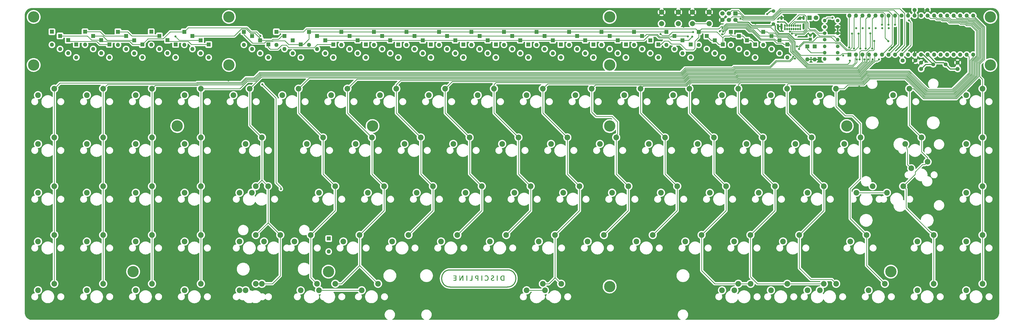
<source format=gbl>
G04 #@! TF.GenerationSoftware,KiCad,Pcbnew,(6.0.5)*
G04 #@! TF.CreationDate,2022-06-23T12:26:17-04:00*
G04 #@! TF.ProjectId,discipline-pcb,64697363-6970-46c6-996e-652d7063622e,rev?*
G04 #@! TF.SameCoordinates,Original*
G04 #@! TF.FileFunction,Copper,L2,Bot*
G04 #@! TF.FilePolarity,Positive*
%FSLAX46Y46*%
G04 Gerber Fmt 4.6, Leading zero omitted, Abs format (unit mm)*
G04 Created by KiCad (PCBNEW (6.0.5)) date 2022-06-23 12:26:17*
%MOMM*%
%LPD*%
G01*
G04 APERTURE LIST*
G04 #@! TA.AperFunction,EtchedComponent*
%ADD10C,0.400000*%
G04 #@! TD*
G04 #@! TA.AperFunction,EtchedComponent*
%ADD11C,0.010000*%
G04 #@! TD*
G04 #@! TA.AperFunction,ComponentPad*
%ADD12C,2.200000*%
G04 #@! TD*
G04 #@! TA.AperFunction,ComponentPad*
%ADD13C,4.400000*%
G04 #@! TD*
G04 #@! TA.AperFunction,ComponentPad*
%ADD14R,1.600000X1.600000*%
G04 #@! TD*
G04 #@! TA.AperFunction,ComponentPad*
%ADD15O,1.600000X1.600000*%
G04 #@! TD*
G04 #@! TA.AperFunction,ComponentPad*
%ADD16C,1.400000*%
G04 #@! TD*
G04 #@! TA.AperFunction,ComponentPad*
%ADD17O,1.400000X1.400000*%
G04 #@! TD*
G04 #@! TA.AperFunction,ComponentPad*
%ADD18C,2.000000*%
G04 #@! TD*
G04 #@! TA.AperFunction,ComponentPad*
%ADD19R,1.800000X1.800000*%
G04 #@! TD*
G04 #@! TA.AperFunction,ComponentPad*
%ADD20C,1.800000*%
G04 #@! TD*
G04 #@! TA.AperFunction,ComponentPad*
%ADD21R,1.200000X1.200000*%
G04 #@! TD*
G04 #@! TA.AperFunction,ComponentPad*
%ADD22C,1.200000*%
G04 #@! TD*
G04 #@! TA.AperFunction,ComponentPad*
%ADD23C,1.600000*%
G04 #@! TD*
G04 #@! TA.AperFunction,ComponentPad*
%ADD24O,0.650000X1.000000*%
G04 #@! TD*
G04 #@! TA.AperFunction,ComponentPad*
%ADD25O,0.900000X2.400000*%
G04 #@! TD*
G04 #@! TA.AperFunction,ComponentPad*
%ADD26O,0.900000X1.700000*%
G04 #@! TD*
G04 #@! TA.AperFunction,ComponentPad*
%ADD27C,1.500000*%
G04 #@! TD*
G04 #@! TA.AperFunction,ComponentPad*
%ADD28R,1.700000X1.700000*%
G04 #@! TD*
G04 #@! TA.AperFunction,ComponentPad*
%ADD29C,1.700000*%
G04 #@! TD*
G04 #@! TA.AperFunction,ViaPad*
%ADD30C,0.800000*%
G04 #@! TD*
G04 #@! TA.AperFunction,Conductor*
%ADD31C,0.400000*%
G04 #@! TD*
G04 #@! TA.AperFunction,Conductor*
%ADD32C,0.250000*%
G04 #@! TD*
G04 APERTURE END LIST*
D10*
X209578894Y-173740460D02*
X187278894Y-173740460D01*
X209558894Y-167060460D02*
X187278894Y-167060460D01*
X187288894Y-167060460D02*
G75*
G03*
X187288894Y-173740460I0J-3340000D01*
G01*
X209588894Y-173740460D02*
G75*
G03*
X209588894Y-167060460I0J3340000D01*
G01*
G36*
X195869717Y-170213048D02*
G01*
X195869632Y-170297738D01*
X195868434Y-170537728D01*
X195865965Y-170753637D01*
X195862412Y-170937224D01*
X195857962Y-171080244D01*
X195852800Y-171174455D01*
X195847115Y-171211614D01*
X195838280Y-171214918D01*
X195775950Y-171221449D01*
X195665542Y-171225565D01*
X195519242Y-171226932D01*
X195349236Y-171225217D01*
X194873958Y-171216218D01*
X194873958Y-171020331D01*
X195607472Y-171001879D01*
X195624858Y-169257349D01*
X195747287Y-169247217D01*
X195869717Y-169237084D01*
X195869717Y-170213048D01*
G37*
D11*
X195869717Y-170213048D02*
X195869632Y-170297738D01*
X195868434Y-170537728D01*
X195865965Y-170753637D01*
X195862412Y-170937224D01*
X195857962Y-171080244D01*
X195852800Y-171174455D01*
X195847115Y-171211614D01*
X195838280Y-171214918D01*
X195775950Y-171221449D01*
X195665542Y-171225565D01*
X195519242Y-171226932D01*
X195349236Y-171225217D01*
X194873958Y-171216218D01*
X194873958Y-171020331D01*
X195607472Y-171001879D01*
X195624858Y-169257349D01*
X195747287Y-169247217D01*
X195869717Y-169237084D01*
X195869717Y-170213048D01*
G36*
X203822872Y-169218127D02*
G01*
X203919130Y-169232931D01*
X204096089Y-169296357D01*
X204223172Y-169401586D01*
X204299827Y-169548049D01*
X204325501Y-169735180D01*
X204325451Y-169745659D01*
X204311605Y-169883394D01*
X204267549Y-169997345D01*
X204185074Y-170097707D01*
X204055971Y-170194677D01*
X203872033Y-170298451D01*
X203830072Y-170320456D01*
X203653245Y-170424294D01*
X203533481Y-170518340D01*
X203465497Y-170607510D01*
X203444010Y-170696720D01*
X203446017Y-170734628D01*
X203487743Y-170860314D01*
X203575925Y-170954011D01*
X203700579Y-171012436D01*
X203851722Y-171032306D01*
X204019371Y-171010337D01*
X204193542Y-170943245D01*
X204237237Y-170922185D01*
X204315635Y-170893785D01*
X204360300Y-170891070D01*
X204364894Y-170894609D01*
X204386498Y-170947307D01*
X204387120Y-171023423D01*
X204365811Y-171088902D01*
X204363177Y-171092601D01*
X204299379Y-171144843D01*
X204197231Y-171196345D01*
X204080642Y-171234870D01*
X203890239Y-171261853D01*
X203680606Y-171246515D01*
X203493593Y-171184640D01*
X203340000Y-171080019D01*
X203230626Y-170936444D01*
X203224761Y-170924328D01*
X203191404Y-170801050D01*
X203183925Y-170655017D01*
X203201631Y-170514082D01*
X203243830Y-170406099D01*
X203327198Y-170311020D01*
X203490516Y-170192548D01*
X203717730Y-170076604D01*
X203837146Y-170017709D01*
X203967057Y-169926408D01*
X204040929Y-169827247D01*
X204064318Y-169714419D01*
X204054536Y-169638879D01*
X203997427Y-169534867D01*
X203898753Y-169465224D01*
X203769421Y-169433814D01*
X203620337Y-169444501D01*
X203462408Y-169501151D01*
X203428934Y-169517150D01*
X203352249Y-169545166D01*
X203308590Y-169548195D01*
X203288861Y-169517845D01*
X203282078Y-169444013D01*
X203299944Y-169359641D01*
X203342170Y-169314804D01*
X203434659Y-169270546D01*
X203557730Y-169236400D01*
X203693196Y-169217286D01*
X203822872Y-169218127D01*
G37*
X203822872Y-169218127D02*
X203919130Y-169232931D01*
X204096089Y-169296357D01*
X204223172Y-169401586D01*
X204299827Y-169548049D01*
X204325501Y-169735180D01*
X204325451Y-169745659D01*
X204311605Y-169883394D01*
X204267549Y-169997345D01*
X204185074Y-170097707D01*
X204055971Y-170194677D01*
X203872033Y-170298451D01*
X203830072Y-170320456D01*
X203653245Y-170424294D01*
X203533481Y-170518340D01*
X203465497Y-170607510D01*
X203444010Y-170696720D01*
X203446017Y-170734628D01*
X203487743Y-170860314D01*
X203575925Y-170954011D01*
X203700579Y-171012436D01*
X203851722Y-171032306D01*
X204019371Y-171010337D01*
X204193542Y-170943245D01*
X204237237Y-170922185D01*
X204315635Y-170893785D01*
X204360300Y-170891070D01*
X204364894Y-170894609D01*
X204386498Y-170947307D01*
X204387120Y-171023423D01*
X204365811Y-171088902D01*
X204363177Y-171092601D01*
X204299379Y-171144843D01*
X204197231Y-171196345D01*
X204080642Y-171234870D01*
X203890239Y-171261853D01*
X203680606Y-171246515D01*
X203493593Y-171184640D01*
X203340000Y-171080019D01*
X203230626Y-170936444D01*
X203224761Y-170924328D01*
X203191404Y-170801050D01*
X203183925Y-170655017D01*
X203201631Y-170514082D01*
X203243830Y-170406099D01*
X203327198Y-170311020D01*
X203490516Y-170192548D01*
X203717730Y-170076604D01*
X203837146Y-170017709D01*
X203967057Y-169926408D01*
X204040929Y-169827247D01*
X204064318Y-169714419D01*
X204054536Y-169638879D01*
X203997427Y-169534867D01*
X203898753Y-169465224D01*
X203769421Y-169433814D01*
X203620337Y-169444501D01*
X203462408Y-169501151D01*
X203428934Y-169517150D01*
X203352249Y-169545166D01*
X203308590Y-169548195D01*
X203288861Y-169517845D01*
X203282078Y-169444013D01*
X203299944Y-169359641D01*
X203342170Y-169314804D01*
X203434659Y-169270546D01*
X203557730Y-169236400D01*
X203693196Y-169217286D01*
X203822872Y-169218127D01*
G36*
X199583406Y-169247217D02*
G01*
X199705835Y-169257349D01*
X199714510Y-170203739D01*
X199714998Y-170260011D01*
X199716419Y-170499668D01*
X199716681Y-170717011D01*
X199715845Y-170903444D01*
X199713974Y-171050372D01*
X199711129Y-171149201D01*
X199707373Y-171191335D01*
X199704763Y-171196113D01*
X199657155Y-171221991D01*
X199576268Y-171232542D01*
X199460976Y-171232542D01*
X199460976Y-169237084D01*
X199583406Y-169247217D01*
G37*
X199583406Y-169247217D02*
X199705835Y-169257349D01*
X199714510Y-170203739D01*
X199714998Y-170260011D01*
X199716419Y-170499668D01*
X199716681Y-170717011D01*
X199715845Y-170903444D01*
X199713974Y-171050372D01*
X199711129Y-171149201D01*
X199707373Y-171191335D01*
X199704763Y-171196113D01*
X199657155Y-171221991D01*
X199576268Y-171232542D01*
X199460976Y-171232542D01*
X199460976Y-169237084D01*
X199583406Y-169247217D01*
G36*
X193845552Y-171236484D02*
G01*
X193600694Y-171216218D01*
X193600694Y-169257349D01*
X193723123Y-169247217D01*
X193845552Y-169237084D01*
X193845552Y-171236484D01*
G37*
X193845552Y-171236484D02*
X193600694Y-171216218D01*
X193600694Y-169257349D01*
X193723123Y-169247217D01*
X193845552Y-169237084D01*
X193845552Y-171236484D01*
G36*
X205721708Y-170203739D02*
G01*
X205722191Y-170259648D01*
X205723577Y-170499488D01*
X205723754Y-170717137D01*
X205722793Y-170903974D01*
X205720763Y-171051380D01*
X205717732Y-171150735D01*
X205713771Y-171193420D01*
X205676828Y-171221405D01*
X205590828Y-171226466D01*
X205484498Y-171216218D01*
X205484498Y-169257349D01*
X205713033Y-169257349D01*
X205721708Y-170203739D01*
G37*
X205721708Y-170203739D02*
X205722191Y-170259648D01*
X205723577Y-170499488D01*
X205723754Y-170717137D01*
X205722793Y-170903974D01*
X205720763Y-171051380D01*
X205717732Y-171150735D01*
X205713771Y-171193420D01*
X205676828Y-171221405D01*
X205590828Y-171226466D01*
X205484498Y-171216218D01*
X205484498Y-169257349D01*
X205713033Y-169257349D01*
X205721708Y-170203739D01*
G36*
X201648405Y-169273583D02*
G01*
X201840266Y-169376229D01*
X201953109Y-169483328D01*
X202068873Y-169664318D01*
X202149986Y-169886338D01*
X202191591Y-170138840D01*
X202192572Y-170386128D01*
X202151311Y-170636300D01*
X202068506Y-170852367D01*
X201947479Y-171028140D01*
X201791549Y-171157430D01*
X201604038Y-171234046D01*
X201498368Y-171252097D01*
X201309145Y-171256209D01*
X201123100Y-171230209D01*
X200959903Y-171177504D01*
X200839228Y-171101506D01*
X200819494Y-171079026D01*
X200783329Y-171007416D01*
X200766434Y-170929336D01*
X200771861Y-170866536D01*
X200802659Y-170840769D01*
X200804970Y-170840884D01*
X200856914Y-170860912D01*
X200928532Y-170904927D01*
X201030501Y-170965141D01*
X201210647Y-171021729D01*
X201391745Y-171024777D01*
X201561550Y-170976612D01*
X201707817Y-170879559D01*
X201818302Y-170735944D01*
X201839765Y-170693043D01*
X201867093Y-170619271D01*
X201883277Y-170532946D01*
X201891033Y-170416508D01*
X201893076Y-170252402D01*
X201892169Y-170123043D01*
X201886473Y-169998520D01*
X201872860Y-169906556D01*
X201848285Y-169828665D01*
X201809701Y-169746361D01*
X201749963Y-169647815D01*
X201626767Y-169524797D01*
X201473288Y-169458436D01*
X201284044Y-169445594D01*
X201263409Y-169447053D01*
X201102760Y-169477408D01*
X200964585Y-169546108D01*
X200914429Y-169577281D01*
X200829621Y-169612762D01*
X200781861Y-169598943D01*
X200766889Y-169535599D01*
X200779594Y-169446866D01*
X200831863Y-169370594D01*
X200936388Y-169303128D01*
X200995106Y-169276369D01*
X201207964Y-169222209D01*
X201431684Y-169221762D01*
X201648405Y-169273583D01*
G37*
X201648405Y-169273583D02*
X201840266Y-169376229D01*
X201953109Y-169483328D01*
X202068873Y-169664318D01*
X202149986Y-169886338D01*
X202191591Y-170138840D01*
X202192572Y-170386128D01*
X202151311Y-170636300D01*
X202068506Y-170852367D01*
X201947479Y-171028140D01*
X201791549Y-171157430D01*
X201604038Y-171234046D01*
X201498368Y-171252097D01*
X201309145Y-171256209D01*
X201123100Y-171230209D01*
X200959903Y-171177504D01*
X200839228Y-171101506D01*
X200819494Y-171079026D01*
X200783329Y-171007416D01*
X200766434Y-170929336D01*
X200771861Y-170866536D01*
X200802659Y-170840769D01*
X200804970Y-170840884D01*
X200856914Y-170860912D01*
X200928532Y-170904927D01*
X201030501Y-170965141D01*
X201210647Y-171021729D01*
X201391745Y-171024777D01*
X201561550Y-170976612D01*
X201707817Y-170879559D01*
X201818302Y-170735944D01*
X201839765Y-170693043D01*
X201867093Y-170619271D01*
X201883277Y-170532946D01*
X201891033Y-170416508D01*
X201893076Y-170252402D01*
X201892169Y-170123043D01*
X201886473Y-169998520D01*
X201872860Y-169906556D01*
X201848285Y-169828665D01*
X201809701Y-169746361D01*
X201749963Y-169647815D01*
X201626767Y-169524797D01*
X201473288Y-169458436D01*
X201284044Y-169445594D01*
X201263409Y-169447053D01*
X201102760Y-169477408D01*
X200964585Y-169546108D01*
X200914429Y-169577281D01*
X200829621Y-169612762D01*
X200781861Y-169598943D01*
X200766889Y-169535599D01*
X200779594Y-169446866D01*
X200831863Y-169370594D01*
X200936388Y-169303128D01*
X200995106Y-169276369D01*
X201207964Y-169222209D01*
X201431684Y-169221762D01*
X201648405Y-169273583D01*
G36*
X198218378Y-169753971D02*
G01*
X198219922Y-169973659D01*
X198220359Y-170251664D01*
X198220326Y-170303590D01*
X198219301Y-170540918D01*
X198216982Y-170755010D01*
X198213561Y-170937453D01*
X198209229Y-171079836D01*
X198204176Y-171173748D01*
X198198594Y-171210777D01*
X198197120Y-171212062D01*
X198148673Y-171226569D01*
X198068003Y-171232542D01*
X197959177Y-171232542D01*
X197959177Y-170490032D01*
X197703975Y-170475259D01*
X197619897Y-170468210D01*
X197398078Y-170421330D01*
X197227878Y-170335244D01*
X197107904Y-170208644D01*
X197036759Y-170040227D01*
X197013049Y-169828686D01*
X197015663Y-169771811D01*
X197274882Y-169771811D01*
X197280458Y-169878627D01*
X197286846Y-169932893D01*
X197334669Y-170083845D01*
X197426047Y-170188785D01*
X197564979Y-170252975D01*
X197570149Y-170254387D01*
X197679440Y-170275473D01*
X197791975Y-170284543D01*
X197885412Y-170280936D01*
X197937412Y-170263990D01*
X197945697Y-170226457D01*
X197952700Y-170136698D01*
X197957436Y-170008618D01*
X197959177Y-169855893D01*
X197959177Y-169469560D01*
X197727377Y-169469560D01*
X197676934Y-169469716D01*
X197571280Y-169474040D01*
X197501246Y-169489787D01*
X197444971Y-169524206D01*
X197380592Y-169584546D01*
X197325353Y-169642540D01*
X197286724Y-169702284D01*
X197274882Y-169771811D01*
X197015663Y-169771811D01*
X197018374Y-169712821D01*
X197055147Y-169557695D01*
X197133158Y-169437436D01*
X197259747Y-169337425D01*
X197306899Y-169310934D01*
X197375357Y-169284371D01*
X197462010Y-169266775D01*
X197582557Y-169255265D01*
X197752700Y-169246961D01*
X197886879Y-169243137D01*
X198030905Y-169244520D01*
X198123132Y-169254500D01*
X198171260Y-169273568D01*
X198181795Y-169286246D01*
X198194127Y-169318940D01*
X198203601Y-169375086D01*
X198210567Y-169461658D01*
X198210874Y-169469560D01*
X198215376Y-169585629D01*
X198218378Y-169753971D01*
G37*
X198218378Y-169753971D02*
X198219922Y-169973659D01*
X198220359Y-170251664D01*
X198220326Y-170303590D01*
X198219301Y-170540918D01*
X198216982Y-170755010D01*
X198213561Y-170937453D01*
X198209229Y-171079836D01*
X198204176Y-171173748D01*
X198198594Y-171210777D01*
X198197120Y-171212062D01*
X198148673Y-171226569D01*
X198068003Y-171232542D01*
X197959177Y-171232542D01*
X197959177Y-170490032D01*
X197703975Y-170475259D01*
X197619897Y-170468210D01*
X197398078Y-170421330D01*
X197227878Y-170335244D01*
X197107904Y-170208644D01*
X197036759Y-170040227D01*
X197013049Y-169828686D01*
X197015663Y-169771811D01*
X197274882Y-169771811D01*
X197280458Y-169878627D01*
X197286846Y-169932893D01*
X197334669Y-170083845D01*
X197426047Y-170188785D01*
X197564979Y-170252975D01*
X197570149Y-170254387D01*
X197679440Y-170275473D01*
X197791975Y-170284543D01*
X197885412Y-170280936D01*
X197937412Y-170263990D01*
X197945697Y-170226457D01*
X197952700Y-170136698D01*
X197957436Y-170008618D01*
X197959177Y-169855893D01*
X197959177Y-169469560D01*
X197727377Y-169469560D01*
X197676934Y-169469716D01*
X197571280Y-169474040D01*
X197501246Y-169489787D01*
X197444971Y-169524206D01*
X197380592Y-169584546D01*
X197325353Y-169642540D01*
X197286724Y-169702284D01*
X197274882Y-169771811D01*
X197015663Y-169771811D01*
X197018374Y-169712821D01*
X197055147Y-169557695D01*
X197133158Y-169437436D01*
X197259747Y-169337425D01*
X197306899Y-169310934D01*
X197375357Y-169284371D01*
X197462010Y-169266775D01*
X197582557Y-169255265D01*
X197752700Y-169246961D01*
X197886879Y-169243137D01*
X198030905Y-169244520D01*
X198123132Y-169254500D01*
X198171260Y-169273568D01*
X198181795Y-169286246D01*
X198194127Y-169318940D01*
X198203601Y-169375086D01*
X198210567Y-169461658D01*
X198210874Y-169469560D01*
X198215376Y-169585629D01*
X198218378Y-169753971D01*
G36*
X208366661Y-170259342D02*
G01*
X208368015Y-170499336D01*
X208368122Y-170717242D01*
X208367055Y-170904421D01*
X208364891Y-171052230D01*
X208361703Y-171152030D01*
X208357568Y-171195181D01*
X208350341Y-171203860D01*
X208291091Y-171222921D01*
X208185827Y-171233084D01*
X208048368Y-171235035D01*
X207892531Y-171229462D01*
X207732133Y-171217051D01*
X207580991Y-171198490D01*
X207452924Y-171174465D01*
X207361748Y-171145664D01*
X207180350Y-171036109D01*
X207036402Y-170882721D01*
X206934938Y-170684417D01*
X206872619Y-170436352D01*
X206864556Y-170320585D01*
X207140198Y-170320585D01*
X207163862Y-170514114D01*
X207223487Y-170696187D01*
X207320557Y-170832841D01*
X207458447Y-170930550D01*
X207481123Y-170941591D01*
X207583715Y-170979313D01*
X207701175Y-170998596D01*
X207858383Y-171004008D01*
X208112647Y-171004008D01*
X208112647Y-169469560D01*
X207866740Y-169469560D01*
X207680081Y-169478868D01*
X207531378Y-169512285D01*
X207412159Y-169576073D01*
X207305478Y-169676479D01*
X207249015Y-169750350D01*
X207176615Y-169903128D01*
X207141379Y-170089167D01*
X207140198Y-170320585D01*
X206864556Y-170320585D01*
X206854510Y-170176351D01*
X206883370Y-169932703D01*
X206956305Y-169716400D01*
X207070157Y-169536785D01*
X207221770Y-169403200D01*
X207228923Y-169398707D01*
X207381855Y-169322707D01*
X207558449Y-169273884D01*
X207771558Y-169249781D01*
X208034034Y-169247943D01*
X208357506Y-169257349D01*
X208359452Y-169469560D01*
X208366181Y-170203739D01*
X208366661Y-170259342D01*
G37*
X208366661Y-170259342D02*
X208368015Y-170499336D01*
X208368122Y-170717242D01*
X208367055Y-170904421D01*
X208364891Y-171052230D01*
X208361703Y-171152030D01*
X208357568Y-171195181D01*
X208350341Y-171203860D01*
X208291091Y-171222921D01*
X208185827Y-171233084D01*
X208048368Y-171235035D01*
X207892531Y-171229462D01*
X207732133Y-171217051D01*
X207580991Y-171198490D01*
X207452924Y-171174465D01*
X207361748Y-171145664D01*
X207180350Y-171036109D01*
X207036402Y-170882721D01*
X206934938Y-170684417D01*
X206872619Y-170436352D01*
X206864556Y-170320585D01*
X207140198Y-170320585D01*
X207163862Y-170514114D01*
X207223487Y-170696187D01*
X207320557Y-170832841D01*
X207458447Y-170930550D01*
X207481123Y-170941591D01*
X207583715Y-170979313D01*
X207701175Y-170998596D01*
X207858383Y-171004008D01*
X208112647Y-171004008D01*
X208112647Y-169469560D01*
X207866740Y-169469560D01*
X207680081Y-169478868D01*
X207531378Y-169512285D01*
X207412159Y-169576073D01*
X207305478Y-169676479D01*
X207249015Y-169750350D01*
X207176615Y-169903128D01*
X207141379Y-170089167D01*
X207140198Y-170320585D01*
X206864556Y-170320585D01*
X206854510Y-170176351D01*
X206883370Y-169932703D01*
X206956305Y-169716400D01*
X207070157Y-169536785D01*
X207221770Y-169403200D01*
X207228923Y-169398707D01*
X207381855Y-169322707D01*
X207558449Y-169273884D01*
X207771558Y-169249781D01*
X208034034Y-169247943D01*
X208357506Y-169257349D01*
X208359452Y-169469560D01*
X208366181Y-170203739D01*
X208366661Y-170259342D01*
G36*
X189068126Y-169241029D02*
G01*
X189288668Y-169243481D01*
X189447658Y-169250659D01*
X189548552Y-169262815D01*
X189594807Y-169280203D01*
X189603225Y-169302949D01*
X189614136Y-169384866D01*
X189622908Y-169514901D01*
X189629548Y-169682745D01*
X189634059Y-169878092D01*
X189636445Y-170090636D01*
X189636711Y-170310068D01*
X189634860Y-170526084D01*
X189630898Y-170728374D01*
X189624828Y-170906634D01*
X189616655Y-171050555D01*
X189606382Y-171149832D01*
X189594015Y-171194157D01*
X189581278Y-171202361D01*
X189523365Y-171216150D01*
X189419249Y-171224309D01*
X189262619Y-171227197D01*
X189047164Y-171225172D01*
X188540282Y-171216218D01*
X188540282Y-171020331D01*
X189372802Y-171002057D01*
X189372802Y-170285756D01*
X188654550Y-170285756D01*
X188654550Y-170092078D01*
X189005514Y-170082811D01*
X189356478Y-170073545D01*
X189365865Y-169771553D01*
X189375252Y-169469560D01*
X188969422Y-169469560D01*
X188948676Y-169469550D01*
X188782228Y-169468152D01*
X188669188Y-169463447D01*
X188598808Y-169454085D01*
X188560340Y-169438716D01*
X188543035Y-169415989D01*
X188535329Y-169380769D01*
X188541742Y-169301722D01*
X188543199Y-169297424D01*
X188557031Y-169275320D01*
X188586405Y-169259857D01*
X188641271Y-169249864D01*
X188731579Y-169244175D01*
X188867278Y-169241618D01*
X189058318Y-169241026D01*
X189068126Y-169241029D01*
G37*
X189068126Y-169241029D02*
X189288668Y-169243481D01*
X189447658Y-169250659D01*
X189548552Y-169262815D01*
X189594807Y-169280203D01*
X189603225Y-169302949D01*
X189614136Y-169384866D01*
X189622908Y-169514901D01*
X189629548Y-169682745D01*
X189634059Y-169878092D01*
X189636445Y-170090636D01*
X189636711Y-170310068D01*
X189634860Y-170526084D01*
X189630898Y-170728374D01*
X189624828Y-170906634D01*
X189616655Y-171050555D01*
X189606382Y-171149832D01*
X189594015Y-171194157D01*
X189581278Y-171202361D01*
X189523365Y-171216150D01*
X189419249Y-171224309D01*
X189262619Y-171227197D01*
X189047164Y-171225172D01*
X188540282Y-171216218D01*
X188540282Y-171020331D01*
X189372802Y-171002057D01*
X189372802Y-170285756D01*
X188654550Y-170285756D01*
X188654550Y-170092078D01*
X189005514Y-170082811D01*
X189356478Y-170073545D01*
X189365865Y-169771553D01*
X189375252Y-169469560D01*
X188969422Y-169469560D01*
X188948676Y-169469550D01*
X188782228Y-169468152D01*
X188669188Y-169463447D01*
X188598808Y-169454085D01*
X188560340Y-169438716D01*
X188543035Y-169415989D01*
X188535329Y-169380769D01*
X188541742Y-169301722D01*
X188543199Y-169297424D01*
X188557031Y-169275320D01*
X188586405Y-169259857D01*
X188641271Y-169249864D01*
X188731579Y-169244175D01*
X188867278Y-169241618D01*
X189058318Y-169241026D01*
X189068126Y-169241029D01*
G36*
X190980225Y-169247083D02*
G01*
X191086812Y-169257349D01*
X191119460Y-170832601D01*
X191511233Y-170114249D01*
X191593491Y-169964122D01*
X191699406Y-169772916D01*
X191794424Y-169603720D01*
X191873515Y-169465398D01*
X191931651Y-169366811D01*
X191963800Y-169316822D01*
X192012844Y-169267529D01*
X192075221Y-169246989D01*
X192176011Y-169247548D01*
X192327429Y-169257349D01*
X192336073Y-170247050D01*
X192344716Y-171236751D01*
X192238129Y-171226485D01*
X192131542Y-171216218D01*
X192122804Y-170384307D01*
X192114065Y-169552396D01*
X191671494Y-170351659D01*
X191659676Y-170372982D01*
X191542855Y-170581612D01*
X191434258Y-170771858D01*
X191338490Y-170935928D01*
X191260153Y-171066033D01*
X191203853Y-171154382D01*
X191174191Y-171193186D01*
X191170873Y-171195588D01*
X191098749Y-171220816D01*
X191005192Y-171225833D01*
X190890925Y-171216218D01*
X190882281Y-170226518D01*
X190873637Y-169236817D01*
X190980225Y-169247083D01*
G37*
X190980225Y-169247083D02*
X191086812Y-169257349D01*
X191119460Y-170832601D01*
X191511233Y-170114249D01*
X191593491Y-169964122D01*
X191699406Y-169772916D01*
X191794424Y-169603720D01*
X191873515Y-169465398D01*
X191931651Y-169366811D01*
X191963800Y-169316822D01*
X192012844Y-169267529D01*
X192075221Y-169246989D01*
X192176011Y-169247548D01*
X192327429Y-169257349D01*
X192336073Y-170247050D01*
X192344716Y-171236751D01*
X192238129Y-171226485D01*
X192131542Y-171216218D01*
X192122804Y-170384307D01*
X192114065Y-169552396D01*
X191671494Y-170351659D01*
X191659676Y-170372982D01*
X191542855Y-170581612D01*
X191434258Y-170771858D01*
X191338490Y-170935928D01*
X191260153Y-171066033D01*
X191203853Y-171154382D01*
X191174191Y-171193186D01*
X191170873Y-171195588D01*
X191098749Y-171220816D01*
X191005192Y-171225833D01*
X190890925Y-171216218D01*
X190882281Y-170226518D01*
X190873637Y-169236817D01*
X190980225Y-169247083D01*
D12*
X109135000Y-96280000D03*
X102785000Y-98820000D03*
X128185000Y-96280000D03*
X121835000Y-98820000D03*
X147235000Y-96280000D03*
X140885000Y-98820000D03*
X166285000Y-96280000D03*
X159935000Y-98820000D03*
X185335000Y-96280000D03*
X178985000Y-98820000D03*
X204385000Y-96280000D03*
X198035000Y-98820000D03*
X223435000Y-96280000D03*
X217085000Y-98820000D03*
X242485000Y-96280000D03*
X236135000Y-98820000D03*
X261535000Y-96280000D03*
X255185000Y-98820000D03*
X280585000Y-96280000D03*
X274235000Y-98820000D03*
X299635000Y-96280000D03*
X293285000Y-98820000D03*
X318685000Y-96280000D03*
X312335000Y-98820000D03*
X337735000Y-96280000D03*
X331385000Y-98820000D03*
X394885000Y-96280000D03*
X388535000Y-98820000D03*
X137710000Y-115330000D03*
X131360000Y-117870000D03*
X156760000Y-115330000D03*
X150410000Y-117870000D03*
X175810000Y-115330000D03*
X169460000Y-117870000D03*
X194860000Y-115330000D03*
X188510000Y-117870000D03*
X213910000Y-115330000D03*
X207560000Y-117870000D03*
X232960000Y-115330000D03*
X226610000Y-117870000D03*
X252010000Y-115330000D03*
X245660000Y-117870000D03*
X271060000Y-115330000D03*
X264710000Y-117870000D03*
X290110000Y-115330000D03*
X283760000Y-117870000D03*
X309160000Y-115330000D03*
X302810000Y-117870000D03*
X328210000Y-115330000D03*
X321860000Y-117870000D03*
X347260000Y-115330000D03*
X340910000Y-117870000D03*
X394885000Y-115330000D03*
X388535000Y-117870000D03*
X142472500Y-134380000D03*
X136122500Y-136920000D03*
X161522500Y-134380000D03*
X155172500Y-136920000D03*
X180572500Y-134380000D03*
X174222500Y-136920000D03*
X199622000Y-134380000D03*
X193272000Y-136920000D03*
X218672000Y-134380000D03*
X212322000Y-136920000D03*
X237722000Y-134380000D03*
X231372000Y-136920000D03*
X256772000Y-134380000D03*
X250422000Y-136920000D03*
X275822000Y-134380000D03*
X269472000Y-136920000D03*
X294872000Y-134380000D03*
X288522000Y-136920000D03*
X313922000Y-134380000D03*
X307572000Y-136920000D03*
X332972000Y-134380000D03*
X326622000Y-136920000D03*
X394885000Y-134380000D03*
X388535000Y-136920000D03*
X151997500Y-153430000D03*
X145647500Y-155970000D03*
X171047500Y-153430000D03*
X164697500Y-155970000D03*
X190097500Y-153430000D03*
X183747500Y-155970000D03*
X209148000Y-153430000D03*
X202798000Y-155970000D03*
X228198000Y-153430000D03*
X221848000Y-155970000D03*
X247248000Y-153430000D03*
X240898000Y-155970000D03*
X266298000Y-153430000D03*
X259948000Y-155970000D03*
X285348000Y-153430000D03*
X278998000Y-155970000D03*
X304398000Y-153430000D03*
X298048000Y-155970000D03*
X323448000Y-153430000D03*
X317098000Y-155970000D03*
X375835000Y-153430000D03*
X369485000Y-155970000D03*
X394885000Y-153430000D03*
X388535000Y-155970000D03*
X230579000Y-172480000D03*
X224229000Y-175020000D03*
X356785000Y-172480000D03*
X350435000Y-175020000D03*
X375835000Y-172480000D03*
X369485000Y-175020000D03*
X394885000Y-172480000D03*
X388535000Y-175020000D03*
X366310000Y-96280000D03*
X359960000Y-98820000D03*
X371072000Y-115330000D03*
X364722000Y-117870000D03*
X116278800Y-134369870D03*
X109928800Y-136909870D03*
X363929000Y-134380000D03*
X357579000Y-136920000D03*
X121041200Y-153430000D03*
X114691200Y-155970000D03*
X349641000Y-153430000D03*
X343291000Y-155970000D03*
X111516200Y-172469870D03*
X105166200Y-175009870D03*
X135328800Y-172480000D03*
X128978800Y-175020000D03*
X159141200Y-172469870D03*
X152791200Y-175009870D03*
D13*
X101020132Y-87031000D03*
X101020132Y-68281000D03*
X397914059Y-68281000D03*
X397914059Y-87031000D03*
X139819638Y-167733210D03*
X359114553Y-167733210D03*
X157008473Y-110889244D03*
X341925718Y-110889244D03*
X249467095Y-110889244D03*
X249467095Y-173544360D03*
D12*
X337775278Y-172469870D03*
X331425278Y-175009870D03*
D14*
X106854034Y-74061862D03*
D15*
X106854034Y-79141862D03*
D14*
X129040275Y-79022449D03*
D15*
X129040275Y-84102449D03*
D14*
X132209738Y-74061862D03*
D15*
X132209738Y-79141862D03*
D14*
X144887590Y-74061862D03*
D15*
X144887590Y-79141862D03*
D14*
X157565442Y-74061862D03*
D15*
X157565442Y-79141862D03*
D14*
X170243294Y-74061862D03*
D15*
X170243294Y-79141862D03*
D14*
X182921146Y-74061862D03*
D15*
X182921146Y-79141862D03*
D14*
X195598998Y-74061862D03*
D15*
X195598998Y-79141862D03*
D14*
X208276850Y-74061862D03*
D15*
X208276850Y-79141862D03*
D14*
X220954702Y-74061862D03*
D15*
X220954702Y-79141862D03*
D14*
X233632554Y-74061862D03*
D15*
X233632554Y-79141862D03*
D14*
X246310406Y-74061862D03*
D15*
X246310406Y-79141862D03*
D14*
X258988258Y-74061862D03*
D15*
X258988258Y-79141862D03*
D14*
X271596126Y-74061862D03*
D15*
X271596126Y-79141862D03*
D14*
X318795679Y-79022449D03*
D15*
X318795679Y-84102449D03*
D14*
X110023497Y-75715391D03*
D15*
X110023497Y-80795391D03*
D14*
X125870812Y-77368920D03*
D15*
X125870812Y-82448920D03*
D14*
X135379201Y-75715391D03*
D15*
X135379201Y-80795391D03*
D14*
X148057053Y-75715391D03*
D15*
X148057053Y-80795391D03*
D14*
X160734905Y-75715391D03*
D15*
X160734905Y-80795391D03*
D14*
X173412757Y-75715391D03*
D15*
X173412757Y-80795391D03*
D14*
X186090609Y-75715391D03*
D15*
X186090609Y-80795391D03*
D14*
X198768461Y-75715391D03*
D15*
X198768461Y-80795391D03*
D14*
X211446313Y-75715391D03*
D15*
X211446313Y-80795391D03*
D14*
X224124165Y-75715391D03*
D15*
X224124165Y-80795391D03*
D14*
X236802017Y-75715391D03*
D15*
X236802017Y-80795391D03*
D14*
X249479869Y-75715391D03*
D15*
X249479869Y-80795391D03*
D14*
X262140225Y-75715391D03*
D15*
X262140225Y-80795391D03*
D14*
X274746899Y-75715391D03*
D15*
X274746899Y-80795391D03*
D14*
X315706955Y-77368920D03*
D15*
X315706955Y-82448920D03*
D14*
X113192960Y-77368920D03*
D15*
X113192960Y-82448920D03*
D14*
X122701349Y-75715391D03*
D15*
X122701349Y-80795391D03*
D14*
X138548664Y-77368920D03*
D15*
X138548664Y-82448920D03*
D14*
X151226516Y-77368920D03*
D15*
X151226516Y-82448920D03*
D14*
X163904368Y-77368920D03*
D15*
X163904368Y-82448920D03*
D14*
X176582220Y-77368920D03*
D15*
X176582220Y-82448920D03*
D14*
X189260072Y-77368920D03*
D15*
X189260072Y-82448920D03*
D14*
X201937924Y-77368920D03*
D15*
X201937924Y-82448920D03*
D14*
X214615776Y-77368920D03*
D15*
X214615776Y-82448920D03*
D14*
X227293628Y-77368920D03*
D15*
X227293628Y-82448920D03*
D14*
X239971480Y-77368920D03*
D15*
X239971480Y-82448920D03*
D14*
X252649332Y-77368920D03*
D15*
X252649332Y-82448920D03*
D14*
X277897672Y-77368920D03*
D15*
X277897672Y-82448920D03*
D14*
X312618231Y-75715391D03*
D15*
X312618231Y-80795391D03*
D14*
X116362423Y-79022449D03*
D15*
X116362423Y-84102449D03*
D14*
X141718127Y-79022449D03*
D15*
X141718127Y-84102449D03*
D14*
X154395979Y-79022449D03*
D15*
X154395979Y-84102449D03*
D14*
X167073831Y-79022449D03*
D15*
X167073831Y-84102449D03*
D14*
X179751683Y-79022449D03*
D15*
X179751683Y-84102449D03*
D14*
X192429535Y-79022449D03*
D15*
X192429535Y-84102449D03*
D14*
X205107387Y-79022449D03*
D15*
X205107387Y-84102449D03*
D14*
X217785239Y-79022449D03*
D15*
X217785239Y-84102449D03*
D14*
X230463091Y-79022449D03*
D15*
X230463091Y-84102449D03*
D14*
X243140943Y-79022449D03*
D15*
X243140943Y-84102449D03*
D14*
X255818795Y-79022449D03*
D15*
X255818795Y-84102449D03*
D14*
X265292192Y-77368920D03*
D15*
X265292192Y-82448920D03*
D14*
X281048445Y-79022449D03*
D15*
X281048445Y-84102449D03*
D14*
X309343356Y-74061862D03*
D15*
X309343356Y-79141862D03*
D14*
X303041808Y-77368920D03*
D15*
X303041808Y-82448920D03*
D14*
X119531886Y-74061862D03*
D15*
X119531886Y-79141862D03*
D14*
X299891034Y-75715391D03*
D15*
X299891034Y-80795391D03*
D14*
X296740261Y-74061862D03*
D15*
X296740261Y-79141862D03*
D14*
X293589488Y-79022449D03*
D15*
X293589488Y-84102449D03*
D14*
X268444159Y-79022449D03*
D15*
X268444159Y-84102449D03*
D14*
X287349991Y-75715391D03*
D15*
X287349991Y-80795391D03*
D14*
X284199218Y-74061862D03*
D15*
X284199218Y-79141862D03*
D14*
X306192582Y-79022449D03*
D15*
X306192582Y-84102449D03*
D14*
X290438715Y-77368920D03*
D15*
X290438715Y-82448920D03*
D16*
X338360066Y-79738302D03*
D17*
X333280066Y-79738302D03*
D16*
X338360066Y-82231767D03*
D17*
X333280066Y-82231767D03*
D16*
X333280066Y-77166461D03*
D17*
X338360066Y-77166461D03*
D18*
X269739482Y-66422324D03*
X276239482Y-66422324D03*
X269739482Y-70922324D03*
X276239482Y-70922324D03*
D19*
X327381466Y-68557080D03*
D20*
X329921466Y-68557080D03*
D16*
X333280066Y-72153284D03*
D17*
X338360066Y-72153284D03*
D18*
X288239482Y-66422324D03*
X281739482Y-66422324D03*
X288239482Y-70922324D03*
X281739482Y-70922324D03*
D16*
X313301364Y-71037088D03*
X313301364Y-65937088D03*
D21*
X327731426Y-76991116D03*
D22*
X327731426Y-75491116D03*
D23*
X368379280Y-65512428D03*
X373379280Y-65512428D03*
X363724812Y-85302666D03*
X368724812Y-85302666D03*
D12*
X299664634Y-172469870D03*
X293314634Y-175009870D03*
X318719956Y-172480000D03*
X312369956Y-175020000D03*
D24*
X323777218Y-72977272D03*
X322927218Y-72977272D03*
X322077218Y-72977272D03*
X321227218Y-72977272D03*
X320377218Y-72977272D03*
X319527218Y-72977272D03*
X318677218Y-72977272D03*
X317827218Y-72977272D03*
X317822218Y-71652272D03*
X318672218Y-71652272D03*
X319522218Y-71652272D03*
X320372218Y-71652272D03*
X321222218Y-71652272D03*
X322072218Y-71652272D03*
X322922218Y-71652272D03*
X323777218Y-71652272D03*
D25*
X325127218Y-71997272D03*
D26*
X316477218Y-68617272D03*
D25*
X316477218Y-71997272D03*
D26*
X325127218Y-68617272D03*
D23*
X385159862Y-88592290D03*
X385159862Y-86092290D03*
X370933988Y-88592290D03*
X370933988Y-86092290D03*
D14*
X329428732Y-79748446D03*
D15*
X329428732Y-84828446D03*
D14*
X326559060Y-79748446D03*
D15*
X326559060Y-84828446D03*
D16*
X338360066Y-84725232D03*
D17*
X333280066Y-84725232D03*
D27*
X380505394Y-86842490D03*
X375625394Y-86842490D03*
D16*
X338360066Y-69659454D03*
D17*
X333280066Y-69659454D03*
D16*
X333280066Y-74646749D03*
D17*
X338360066Y-74646749D03*
D28*
X298547580Y-66937120D03*
D29*
X298547580Y-69477120D03*
X296007580Y-66937120D03*
X296007580Y-69477120D03*
X293467580Y-66937120D03*
X293467580Y-69477120D03*
D12*
X111516250Y-134369870D03*
X105166250Y-136909870D03*
X113897450Y-172469870D03*
X107547450Y-175009870D03*
X142496781Y-172476069D03*
X136146781Y-175016069D03*
X223461323Y-172487890D03*
X217111323Y-175027890D03*
X304437686Y-172480000D03*
X298087686Y-175020000D03*
X332993878Y-172480000D03*
X326643878Y-175020000D03*
X113897500Y-115330000D03*
X107547500Y-117870000D03*
D14*
X343007180Y-82975432D03*
D15*
X345547180Y-82975432D03*
X348087180Y-82975432D03*
X350627180Y-82975432D03*
X353167180Y-82975432D03*
X355707180Y-82975432D03*
X358247180Y-82975432D03*
X360787180Y-82975432D03*
X363327180Y-82975432D03*
X365867180Y-82975432D03*
X368407180Y-82975432D03*
X370947180Y-82975432D03*
X373487180Y-82975432D03*
X376027180Y-82975432D03*
X378567180Y-82975432D03*
X381107180Y-82975432D03*
X383647180Y-82975432D03*
X386187180Y-82975432D03*
X388727180Y-82975432D03*
X391267180Y-82975432D03*
X391267180Y-67735432D03*
X388727180Y-67735432D03*
X386187180Y-67735432D03*
X383647180Y-67735432D03*
X381107180Y-67735432D03*
X378567180Y-67735432D03*
X376027180Y-67735432D03*
X373487180Y-67735432D03*
X370947180Y-67735432D03*
X368407180Y-67735432D03*
X365867180Y-67735432D03*
X363327180Y-67735432D03*
X360787180Y-67735432D03*
X358247180Y-67735432D03*
X355707180Y-67735432D03*
X353167180Y-67735432D03*
X350627180Y-67735432D03*
X348087180Y-67735432D03*
X345547180Y-67735432D03*
X343007180Y-67735432D03*
D13*
X249467095Y-87031000D03*
X249467095Y-68281000D03*
D14*
X139932500Y-154820650D03*
D15*
X139932500Y-159900650D03*
D12*
X132947500Y-153430000D03*
X126597500Y-155970000D03*
X373453750Y-124855000D03*
X367103750Y-127395000D03*
X352022500Y-134380000D03*
X345672500Y-136920000D03*
X111516250Y-153430000D03*
X105166250Y-155970000D03*
D14*
X86789463Y-75715442D03*
D15*
X86789463Y-80795442D03*
D12*
X32946250Y-172470000D03*
X26596250Y-175010000D03*
D13*
X24880132Y-68281000D03*
D12*
X32946250Y-153430000D03*
X26596250Y-155970000D03*
X51990000Y-172476250D03*
X45640000Y-175016250D03*
D14*
X77068926Y-77358971D03*
D15*
X77068926Y-82438971D03*
D12*
X90083750Y-96280000D03*
X83733750Y-98820000D03*
D14*
X73899463Y-75705442D03*
D15*
X73899463Y-80785442D03*
D14*
X60919463Y-75715442D03*
D15*
X60919463Y-80795442D03*
D14*
X64088926Y-77368971D03*
D15*
X64088926Y-82448971D03*
D14*
X83620000Y-74061913D03*
D15*
X83620000Y-79141913D03*
D12*
X90083750Y-153436250D03*
X83733750Y-155976250D03*
D14*
X80238389Y-79012500D03*
D15*
X80238389Y-84092500D03*
D14*
X57750000Y-74061913D03*
D15*
X57750000Y-79141913D03*
D14*
X41508389Y-79002500D03*
D15*
X41508389Y-84082500D03*
D14*
X54418389Y-79012500D03*
D15*
X54418389Y-84092500D03*
D12*
X51990000Y-96280000D03*
X45640000Y-98820000D03*
X90083750Y-134386250D03*
X83733750Y-136926250D03*
X71040000Y-172470000D03*
X64690000Y-175010000D03*
X51990000Y-134386250D03*
X45640000Y-136926250D03*
D13*
X24880132Y-87031000D03*
D12*
X90083750Y-172476250D03*
X83733750Y-175016250D03*
D14*
X44910000Y-74051913D03*
D15*
X44910000Y-79131913D03*
D14*
X93128389Y-79022500D03*
D15*
X93128389Y-84102500D03*
D14*
X32000000Y-74041913D03*
D15*
X32000000Y-79121913D03*
D12*
X71040000Y-153430000D03*
X64690000Y-155970000D03*
X90083750Y-115336250D03*
X83733750Y-117876250D03*
D13*
X63679638Y-167733210D03*
D14*
X70730000Y-74051913D03*
D15*
X70730000Y-79131913D03*
D14*
X48079463Y-75705442D03*
D15*
X48079463Y-80785442D03*
D12*
X71040000Y-96280000D03*
X64690000Y-98820000D03*
X71040000Y-134380000D03*
X64690000Y-136920000D03*
D14*
X51248926Y-77358971D03*
D15*
X51248926Y-82438971D03*
D12*
X51990000Y-153436250D03*
X45640000Y-155976250D03*
X32946250Y-96280000D03*
X26596250Y-98820000D03*
D14*
X35169463Y-75695442D03*
D15*
X35169463Y-80775442D03*
D12*
X32946250Y-134380000D03*
X26596250Y-136920000D03*
D14*
X67258389Y-79022500D03*
D15*
X67258389Y-84102500D03*
D12*
X32946250Y-115330000D03*
X26596250Y-117870000D03*
D13*
X80868473Y-110889244D03*
D12*
X71040000Y-115330000D03*
X64690000Y-117870000D03*
D14*
X89958926Y-77368971D03*
D15*
X89958926Y-82448971D03*
D12*
X51990000Y-115336250D03*
X45640000Y-117876250D03*
D14*
X38338926Y-77348971D03*
D15*
X38338926Y-82428971D03*
D30*
X255692160Y-184708804D03*
X360242710Y-94576606D03*
X350665318Y-72702937D03*
X209771070Y-86972170D03*
X184432030Y-86972170D03*
X360883956Y-77847251D03*
X287256310Y-86972170D03*
X365713312Y-77847251D03*
X305556334Y-66823721D03*
X340515030Y-83324730D03*
X100852358Y-93054280D03*
X318422490Y-128557722D03*
X376585842Y-176099788D03*
X297862340Y-128120272D03*
X369643750Y-124416850D03*
X360883956Y-72702937D03*
X346769250Y-95538996D03*
X118437750Y-82024250D03*
X306291236Y-70918175D03*
X319857326Y-179581890D03*
X278299576Y-72074178D03*
X148149452Y-130762470D03*
X221277270Y-86972170D03*
X253240630Y-86972170D03*
X332963328Y-179809364D03*
X359519138Y-80290656D03*
X326681546Y-179669380D03*
X261302590Y-86972170D03*
X113840350Y-135440450D03*
X345556000Y-72702937D03*
X320067302Y-68617272D03*
X363193648Y-77847251D03*
X359542790Y-84830220D03*
X170529394Y-184428836D03*
X293207872Y-179791866D03*
X385824786Y-100426156D03*
X237137030Y-86972170D03*
X355774636Y-72702937D03*
X245041510Y-86972170D03*
X360540176Y-154244786D03*
X353219977Y-72702937D03*
X274759510Y-86972170D03*
X171828550Y-86972170D03*
X348110659Y-72702937D03*
X329493142Y-71968035D03*
X198046430Y-86972170D03*
X367696858Y-99266070D03*
X358329295Y-72702937D03*
X315103658Y-70219390D03*
X310904138Y-67192236D03*
X293334216Y-75053979D03*
X113300863Y-75719137D03*
X344747181Y-80632330D03*
X293714908Y-74059044D03*
X345863463Y-84842897D03*
X279979384Y-75913832D03*
X281708950Y-75923170D03*
X292456537Y-73833335D03*
X293452844Y-72599118D03*
X80150000Y-75920000D03*
X281974156Y-74226432D03*
X343182030Y-85331330D03*
X342917870Y-80213830D03*
X269339150Y-74952890D03*
X121282550Y-135465850D03*
X114068950Y-94622650D03*
X347220630Y-80632330D03*
X350224500Y-84840000D03*
X349364390Y-80632330D03*
X352040000Y-84840000D03*
X351899310Y-80632330D03*
X354450000Y-84840000D03*
X322079366Y-75383955D03*
X336369750Y-68613050D03*
X366139536Y-69589462D03*
X319788586Y-74059566D03*
X320520701Y-74784576D03*
X358125452Y-77778526D03*
X300503037Y-68937410D03*
X355700000Y-71350000D03*
X344022681Y-74750000D03*
X321034124Y-83825876D03*
X322524104Y-79766550D03*
X346496130Y-74750000D03*
X321740878Y-84532631D03*
X323360000Y-80830000D03*
X358240000Y-71350000D03*
X348775500Y-84840000D03*
X360790000Y-71350000D03*
X346960000Y-84840000D03*
X351110000Y-74730000D03*
X352630000Y-77640000D03*
D31*
X360831463Y-78978331D02*
X359519138Y-80290656D01*
X373379280Y-65512428D02*
X370879280Y-65512428D01*
X369747179Y-81635433D02*
X368407180Y-82975432D01*
X360831463Y-77847251D02*
X360831463Y-78978331D01*
X369747179Y-66644529D02*
X369747179Y-81635433D01*
X370879280Y-65512428D02*
X369747179Y-66644529D01*
X312159286Y-65937088D02*
X310904138Y-67192236D01*
X318672218Y-71192653D02*
X317698955Y-70219390D01*
X313301364Y-65937088D02*
X312159286Y-65937088D01*
X317698955Y-70219390D02*
X315103658Y-70219390D01*
X318672218Y-71652272D02*
X318672218Y-71192653D01*
D32*
X115457779Y-77818931D02*
X117979530Y-77818931D01*
X208276850Y-74061862D02*
X209326850Y-74061862D01*
X348050989Y-85803242D02*
X348050989Y-83011623D01*
X145937590Y-74061862D02*
X157565442Y-74061862D01*
X132209738Y-74061862D02*
X144887590Y-74061862D01*
X260038258Y-74061862D02*
X271596126Y-74061862D01*
X132209738Y-75111862D02*
X132209738Y-74061862D01*
X234682554Y-74061862D02*
X246310406Y-74061862D01*
X258988258Y-74061862D02*
X260038258Y-74061862D01*
X305148070Y-74119770D02*
X303949190Y-74119770D01*
X319979812Y-81746966D02*
X326300047Y-88067201D01*
X318795679Y-79022449D02*
X319561425Y-79022449D01*
X209326850Y-74061862D02*
X220954702Y-74061862D01*
X64088926Y-77368971D02*
X53507948Y-77368971D01*
X345787030Y-88067201D02*
X348050989Y-85803242D01*
X318795679Y-79022449D02*
X317391673Y-79022449D01*
X247360406Y-74061862D02*
X258988258Y-74061862D01*
X246310406Y-74061862D02*
X247360406Y-74061862D01*
X53507948Y-77368971D02*
X51844419Y-75705442D01*
X313984053Y-77831020D02*
X313977998Y-77831020D01*
X302501390Y-72671970D02*
X295738392Y-72671970D01*
X317391673Y-79022449D02*
X316865168Y-78495944D01*
X195598998Y-74061862D02*
X196648998Y-74061862D01*
X158615442Y-74061862D02*
X170243294Y-74061862D01*
X348050989Y-83011623D02*
X348087180Y-82975432D01*
X293794913Y-75053979D02*
X293334216Y-75053979D01*
X144887590Y-74061862D02*
X145937590Y-74061862D01*
X313470556Y-77323578D02*
X308351878Y-77323578D01*
X319979812Y-79440836D02*
X319979812Y-81746966D01*
X196648998Y-74061862D02*
X208276850Y-74061862D01*
X132209738Y-76902986D02*
X132209738Y-75111862D01*
X308351878Y-77323578D02*
X305148070Y-74119770D01*
X157565442Y-74061862D02*
X158615442Y-74061862D01*
X127990275Y-79022449D02*
X129040275Y-79022449D01*
X171293294Y-74061862D02*
X182921146Y-74061862D01*
X51844419Y-75705442D02*
X48079463Y-75705442D01*
X314648977Y-78495944D02*
X313984053Y-77831020D01*
X303949190Y-74119770D02*
X302501390Y-72671970D01*
X316865168Y-78495944D02*
X314648977Y-78495944D01*
X294440316Y-74408576D02*
X293794913Y-75053979D01*
X106854034Y-75111862D02*
X110236093Y-78493921D01*
X106854034Y-74061862D02*
X106854034Y-75111862D01*
X110236093Y-78493921D02*
X114782789Y-78493921D01*
X313977998Y-77831020D02*
X313470556Y-77323578D01*
X114782789Y-78493921D02*
X115457779Y-77818931D01*
X129040275Y-79022449D02*
X130090275Y-79022449D01*
X182921146Y-74061862D02*
X183971146Y-74061862D01*
X294440316Y-73970046D02*
X294440316Y-74408576D01*
X319561425Y-79022449D02*
X319979812Y-79440836D01*
X124315789Y-79022449D02*
X127990275Y-79022449D01*
X220954702Y-74061862D02*
X222004702Y-74061862D01*
X118231611Y-77566850D02*
X122860190Y-77566850D01*
X233632554Y-74061862D02*
X234682554Y-74061862D01*
X122860190Y-77566850D02*
X124315789Y-79022449D01*
X170243294Y-74061862D02*
X171293294Y-74061862D01*
X295738392Y-72671970D02*
X294440316Y-73970046D01*
X326300047Y-88067201D02*
X345787030Y-88067201D01*
X117979530Y-77818931D02*
X118231611Y-77566850D01*
X130090275Y-79022449D02*
X132209738Y-76902986D01*
X222004702Y-74061862D02*
X233632554Y-74061862D01*
X183971146Y-74061862D02*
X195598998Y-74061862D01*
X111723086Y-74141360D02*
X113300863Y-75719137D01*
X107983549Y-72487831D02*
X108246871Y-72751154D01*
X107270000Y-72487831D02*
X107983549Y-72487831D01*
X295554102Y-72219850D02*
X294114907Y-73659045D01*
X47483970Y-77358971D02*
X51248926Y-77358971D01*
X85194082Y-72487831D02*
X107270000Y-72487831D01*
X51708446Y-77818491D02*
X62289424Y-77818491D01*
X345863463Y-86082254D02*
X344328036Y-87617681D01*
X187140609Y-75715391D02*
X198768461Y-75715391D01*
X62289424Y-77818491D02*
X63493433Y-79022500D01*
X174462757Y-75715391D02*
X186090609Y-75715391D01*
X236802017Y-75715391D02*
X237852017Y-75715391D01*
X198768461Y-75715391D02*
X199818461Y-75715391D01*
X110108600Y-75154047D02*
X110108600Y-75311526D01*
X250529869Y-75715391D02*
X262140225Y-75715391D01*
X173412757Y-75715391D02*
X174462757Y-75715391D01*
X51248926Y-77358971D02*
X51708446Y-77818491D01*
X135379201Y-75715391D02*
X136429201Y-75715391D01*
X224124165Y-75715391D02*
X225174165Y-75715391D01*
X110730000Y-74141360D02*
X111723086Y-74141360D01*
X344747181Y-79987681D02*
X344747181Y-80632330D01*
X268963230Y-76014610D02*
X273397680Y-76014610D01*
X344747181Y-68535431D02*
X344747181Y-79987681D01*
X326486245Y-87617681D02*
X320434760Y-81566196D01*
X308537010Y-76868630D02*
X305336030Y-73667650D01*
X161784905Y-75715391D02*
X173412757Y-75715391D01*
X237852017Y-75715391D02*
X249479869Y-75715391D01*
X344328036Y-87617681D02*
X326486245Y-87617681D01*
X148057053Y-75715391D02*
X160734905Y-75715391D01*
X199818461Y-75715391D02*
X211446313Y-75715391D01*
X83620000Y-74061913D02*
X85194082Y-72487831D01*
X320434760Y-78534349D02*
X319269331Y-77368920D01*
X67258389Y-79022500D02*
X69450936Y-76829953D01*
X267952310Y-75003690D02*
X268963230Y-76014610D01*
X345863463Y-84842897D02*
X345863463Y-86082254D01*
X136429201Y-75715391D02*
X148057053Y-75715391D01*
X273397680Y-76014610D02*
X273696899Y-75715391D01*
X109637077Y-74141360D02*
X110730000Y-74141360D01*
X279780943Y-75715391D02*
X279979384Y-75913832D01*
X78116962Y-74061913D02*
X83620000Y-74061913D01*
X75348922Y-76829953D02*
X78116962Y-74061913D01*
X345547180Y-67735432D02*
X344747181Y-68535431D01*
X319269331Y-77368920D02*
X315706955Y-77368920D01*
X263190225Y-75715391D02*
X263901926Y-75003690D01*
X186090609Y-75715391D02*
X187140609Y-75715391D01*
X314268312Y-77368920D02*
X313768022Y-76868630D01*
X305336030Y-73667650D02*
X304142230Y-73667650D01*
X302694430Y-72219850D02*
X295554102Y-72219850D01*
X294114907Y-73659045D02*
X293714908Y-74059044D01*
X35169463Y-75695442D02*
X45820441Y-75695442D01*
X313768022Y-76868630D02*
X308537010Y-76868630D01*
X263901926Y-75003690D02*
X267952310Y-75003690D01*
X45820441Y-75695442D02*
X47483970Y-77358971D01*
X225174165Y-75715391D02*
X236802017Y-75715391D01*
X160734905Y-75715391D02*
X161784905Y-75715391D01*
X315706955Y-77368920D02*
X314268312Y-77368920D01*
X304142230Y-73667650D02*
X302694430Y-72219850D01*
X274746899Y-75715391D02*
X279780943Y-75715391D01*
X212496313Y-75715391D02*
X224124165Y-75715391D01*
X249479869Y-75715391D02*
X250529869Y-75715391D01*
X262140225Y-75715391D02*
X263190225Y-75715391D01*
X211446313Y-75715391D02*
X212496313Y-75715391D01*
X320434760Y-81566196D02*
X320434760Y-78534349D01*
X108246871Y-72751154D02*
X109637077Y-74141360D01*
X63493433Y-79022500D02*
X67258389Y-79022500D01*
X69450936Y-76829953D02*
X75348922Y-76829953D01*
X273696899Y-75715391D02*
X274746899Y-75715391D01*
X365588732Y-120539632D02*
X364998751Y-117870000D01*
X365588732Y-120539632D02*
X365588732Y-125879982D01*
X365588732Y-125879982D02*
X367103750Y-127395000D01*
X311370796Y-75715391D02*
X308023851Y-75715391D01*
X163904368Y-77368920D02*
X164954368Y-77368920D01*
X264721430Y-75455810D02*
X267764350Y-75455810D01*
X345547180Y-82975432D02*
X345547180Y-84134566D01*
X276847672Y-77368920D02*
X277897672Y-77368920D01*
X345138952Y-86171048D02*
X344141839Y-87168161D01*
X293790992Y-73328348D02*
X292961524Y-73328348D01*
X164954368Y-77368920D02*
X176582220Y-77368920D01*
X190310072Y-77368920D02*
X201937924Y-77368920D01*
X118152538Y-77000990D02*
X117784608Y-77368920D01*
X121651349Y-75715391D02*
X120365750Y-77000990D01*
X138548664Y-77368920D02*
X139598664Y-77368920D01*
X318775524Y-76238702D02*
X314905392Y-76238702D01*
X38338926Y-77348971D02*
X38798446Y-77808491D01*
X103134558Y-75715442D02*
X86789463Y-75715442D01*
X122701349Y-75715391D02*
X121651349Y-75715391D01*
X50653433Y-79012500D02*
X54418389Y-79012500D01*
X320889708Y-81385426D02*
X320889708Y-78352886D01*
X272570030Y-76466730D02*
X273472220Y-77368920D01*
X304330190Y-73215530D02*
X302882390Y-71767730D01*
X320889708Y-78352886D02*
X318775524Y-76238702D01*
X311370796Y-75715391D02*
X311370796Y-75713762D01*
X189260072Y-77368920D02*
X190310072Y-77368920D01*
X120365750Y-77000990D02*
X118152538Y-77000990D01*
X113192960Y-76635832D02*
X111148008Y-74590880D01*
X176582220Y-77368920D02*
X177632220Y-77368920D01*
X273472220Y-77368920D02*
X276847672Y-77368920D01*
X314905392Y-76238702D02*
X314382081Y-75715391D01*
X345547180Y-84134566D02*
X345138952Y-84542794D01*
X227293628Y-77368920D02*
X228343628Y-77368920D01*
X345138952Y-84542794D02*
X345138952Y-86171048D01*
X177632220Y-77368920D02*
X189260072Y-77368920D01*
X292961524Y-73328348D02*
X292856536Y-73433336D01*
X215665776Y-77368920D02*
X227293628Y-77368920D01*
X111148008Y-74590880D02*
X109450880Y-74590880D01*
X326672443Y-87168161D02*
X320889708Y-81385426D01*
X109450880Y-74590880D02*
X107797351Y-72937351D01*
X214615776Y-77368920D02*
X215665776Y-77368920D01*
X239971480Y-77368920D02*
X241021480Y-77368920D01*
X308023851Y-75715391D02*
X305523990Y-73215530D01*
X107797351Y-72937351D02*
X105912649Y-72937351D01*
X38798446Y-77808491D02*
X49449424Y-77808491D01*
X344141839Y-87168161D02*
X326672443Y-87168161D01*
X262808320Y-77368920D02*
X264721430Y-75455810D01*
X267764350Y-75455810D02*
X268775270Y-76466730D01*
X105912649Y-72937351D02*
X103134558Y-75715442D01*
X268775270Y-76466730D02*
X272570030Y-76466730D01*
X292856536Y-73433336D02*
X292456537Y-73833335D01*
X113192960Y-77368920D02*
X113192960Y-76635832D01*
X139598664Y-77368920D02*
X151226516Y-77368920D01*
X117784608Y-77368920D02*
X114242960Y-77368920D01*
X305523990Y-73215530D02*
X304330190Y-73215530D01*
X202987924Y-77368920D02*
X214615776Y-77368920D01*
X295351610Y-71767730D02*
X293790992Y-73328348D01*
X312618231Y-75715391D02*
X311370796Y-75715391D01*
X151226516Y-77368920D02*
X152276516Y-77368920D01*
X252649332Y-77368920D02*
X262808320Y-77368920D01*
X228343628Y-77368920D02*
X239971480Y-77368920D01*
X302882390Y-71767730D02*
X295351610Y-71767730D01*
X313225584Y-75364019D02*
X312333186Y-75364019D01*
X201937924Y-77368920D02*
X202987924Y-77368920D01*
X280263200Y-77368920D02*
X281708950Y-75923170D01*
X277897672Y-77368920D02*
X280263200Y-77368920D01*
X49449424Y-77808491D02*
X50653433Y-79012500D01*
X314382081Y-75715391D02*
X312618231Y-75715391D01*
X152276516Y-77368920D02*
X163904368Y-77368920D01*
X312333186Y-75364019D02*
X312770419Y-75364019D01*
X114242960Y-77368920D02*
X113192960Y-77368920D01*
X241021480Y-77368920D02*
X252649332Y-77368920D01*
X345672500Y-136920000D02*
X347228134Y-136920000D01*
X347228134Y-136920000D02*
X357579000Y-136920000D01*
X116362423Y-79022449D02*
X116362423Y-80072449D01*
X315097870Y-75783754D02*
X313873010Y-74558894D01*
X119389999Y-99943699D02*
X114068950Y-94622650D01*
X80150000Y-75920000D02*
X81598971Y-77368971D01*
X342917870Y-67824742D02*
X343007180Y-67735432D01*
X309343356Y-74061862D02*
X308293356Y-74061862D01*
X134242727Y-80266863D02*
X135487141Y-79022449D01*
X121638150Y-79260730D02*
X123390750Y-79260730D01*
X273906088Y-74226432D02*
X272570030Y-75562490D01*
X343182030Y-85331330D02*
X343182030Y-85854570D01*
X117155984Y-80866010D02*
X120032870Y-80866010D01*
X304523230Y-72753250D02*
X303085590Y-71315610D01*
X342917870Y-80213830D02*
X342917870Y-67824742D01*
X61514956Y-74061913D02*
X63158485Y-75705442D01*
X121282550Y-135465850D02*
X121282550Y-134900165D01*
X269948750Y-75562490D02*
X269339150Y-74952890D01*
X343182030Y-85854570D02*
X342317959Y-86718641D01*
X308293356Y-74061862D02*
X306984744Y-72753250D01*
X295156304Y-71315610D02*
X293872796Y-72599118D01*
X306984744Y-72753250D02*
X304523230Y-72753250D01*
X326858641Y-86718641D02*
X321350084Y-81210084D01*
X123390750Y-79260730D02*
X124396883Y-80266863D01*
X281408471Y-74226432D02*
X273906088Y-74226432D01*
X293872796Y-72599118D02*
X293452844Y-72599118D01*
X321350084Y-81210084D02*
X321350084Y-78176851D01*
X321350084Y-78176851D02*
X318956987Y-75783754D01*
X303085590Y-71315610D02*
X295156304Y-71315610D01*
X121282550Y-134900165D02*
X119389999Y-133007614D01*
X116362423Y-80072449D02*
X117155984Y-80866010D01*
X57750000Y-74061913D02*
X61514956Y-74061913D01*
X272570030Y-75562490D02*
X269948750Y-75562490D01*
X310856266Y-74061862D02*
X309343356Y-74061862D01*
X119389999Y-133007614D02*
X119389999Y-99943699D01*
X135487141Y-79022449D02*
X140668127Y-79022449D01*
X63158485Y-75705442D02*
X73899463Y-75705442D01*
X124396883Y-80266863D02*
X134242727Y-80266863D01*
X313873010Y-74558894D02*
X311353298Y-74558894D01*
X120032870Y-80866010D02*
X121638150Y-79260730D01*
X318956987Y-75783754D02*
X315097870Y-75783754D01*
X140668127Y-79022449D02*
X141718127Y-79022449D01*
X311353298Y-74558894D02*
X310856266Y-74061862D01*
X281974156Y-74226432D02*
X281408471Y-74226432D01*
X81598971Y-77368971D02*
X89958926Y-77368971D01*
X342317959Y-86718641D02*
X326858641Y-86718641D01*
X293089814Y-71864202D02*
X293960286Y-71864202D01*
X279402630Y-81170810D02*
X282013750Y-81170810D01*
X294220990Y-75745370D02*
X296161550Y-75745370D01*
X269494159Y-79022449D02*
X270499747Y-78016861D01*
X270499747Y-78016861D02*
X270501739Y-78016861D01*
X301377247Y-75715391D02*
X299891034Y-75715391D01*
X44910000Y-74051913D02*
X50826608Y-74051913D01*
X292539488Y-79022449D02*
X293589488Y-79022449D01*
X299891034Y-75715391D02*
X299891034Y-75016573D01*
X319138450Y-75328806D02*
X321799604Y-77989960D01*
X293589488Y-79022449D02*
X293589488Y-76902377D01*
X287349991Y-75715391D02*
X287349991Y-75717711D01*
X119531886Y-74061862D02*
X130098604Y-74061862D01*
X303030776Y-77368920D02*
X301377247Y-75715391D01*
X290438715Y-77368920D02*
X290438715Y-77371599D01*
X284199218Y-74061862D02*
X284189314Y-74061862D01*
X293589488Y-76902377D02*
X293589488Y-76378686D01*
X293960286Y-71864202D02*
X294960998Y-70863490D01*
X85130000Y-77818491D02*
X86334009Y-79022500D01*
X342631967Y-82600219D02*
X343007180Y-82975432D01*
X52490136Y-75715442D02*
X60919463Y-75715442D01*
X296740261Y-74957561D02*
X296740261Y-74061862D01*
X270837750Y-77680850D02*
X272382070Y-77680850D01*
X285316274Y-72914082D02*
X292039934Y-72914082D01*
X304605566Y-77368920D02*
X303041808Y-77368920D01*
X292039934Y-72914082D02*
X293089814Y-71864202D01*
X277055670Y-78823850D02*
X279402630Y-81170810D01*
X282689390Y-77716410D02*
X284199218Y-76206582D01*
X293589488Y-76378686D02*
X291272664Y-74061862D01*
X324035718Y-83260000D02*
X339555146Y-83260000D01*
X306192582Y-79022449D02*
X306192582Y-78955936D01*
X321799604Y-81023886D02*
X324035718Y-83260000D01*
X286746462Y-74061862D02*
X284199218Y-74061862D01*
X304711190Y-72301130D02*
X312262672Y-72301130D01*
X340214927Y-82600219D02*
X342631967Y-82600219D01*
X130098604Y-74061862D02*
X131246384Y-72914082D01*
X289388715Y-77368920D02*
X290438715Y-77368920D01*
X289001200Y-77368920D02*
X289388715Y-77368920D01*
X282013750Y-81170810D02*
X282689390Y-80495170D01*
X296740261Y-75166659D02*
X296740261Y-74957561D01*
X292089565Y-79022449D02*
X292539488Y-79022449D01*
X284199218Y-74061862D02*
X284203490Y-74061862D01*
X77528446Y-77818491D02*
X85130000Y-77818491D01*
X321799604Y-77989960D02*
X321799604Y-81023886D01*
X296161550Y-75745370D02*
X296740261Y-75166659D01*
X339555146Y-83260000D02*
X340214927Y-82600219D01*
X272382070Y-77680850D02*
X273525070Y-78823850D01*
X284189314Y-74061862D02*
X283041534Y-72914082D01*
X312262672Y-72301130D02*
X315290348Y-75328806D01*
X303041808Y-77368920D02*
X303030776Y-77368920D01*
X293589488Y-76376872D02*
X294220990Y-75745370D01*
X293589488Y-76378686D02*
X293589488Y-76376872D01*
X296740261Y-75170921D02*
X297284731Y-75715391D01*
X86334009Y-79022500D02*
X93128389Y-79022500D01*
X77068926Y-77358971D02*
X77528446Y-77818491D01*
X282689390Y-80495170D02*
X282689390Y-77716410D01*
X270501739Y-78016861D02*
X270837750Y-77680850D01*
X283041534Y-72914082D02*
X282779064Y-72914082D01*
X284199218Y-76206582D02*
X284199218Y-74061862D01*
X290438715Y-77371599D02*
X292089565Y-79022449D01*
X284199218Y-74031138D02*
X285316274Y-72914082D01*
X268444159Y-79022449D02*
X269494159Y-79022449D01*
X273525070Y-78823850D02*
X277055670Y-78823850D01*
X294960998Y-70863490D02*
X303273550Y-70863490D01*
X287349991Y-75717711D02*
X289001200Y-77368920D01*
X50826608Y-74051913D02*
X52490136Y-75715442D01*
X297284731Y-75715391D02*
X299891034Y-75715391D01*
X296740261Y-74957561D02*
X296740261Y-75170921D01*
X284199218Y-74061862D02*
X284199218Y-74031138D01*
X306192582Y-78955936D02*
X304605566Y-77368920D01*
X291272664Y-74061862D02*
X286746462Y-74061862D01*
X131246384Y-72914082D02*
X282779064Y-72914082D01*
X315290348Y-75328806D02*
X319138450Y-75328806D01*
X303273550Y-70863490D02*
X304711190Y-72301130D01*
X136150712Y-175020000D02*
X136146781Y-175016069D01*
X152791200Y-175020000D02*
X136150712Y-175020000D01*
X217119213Y-175020000D02*
X217111323Y-175027890D01*
X224229000Y-175020000D02*
X217119213Y-175020000D01*
X111520131Y-172476069D02*
X111516200Y-172480000D01*
X113897500Y-131998700D02*
X116278800Y-134380000D01*
X116278800Y-148470700D02*
X116278800Y-148667450D01*
X116278800Y-148667600D02*
X121041200Y-153430000D01*
X121041200Y-162764864D02*
X121041200Y-169364926D01*
X112630048Y-133266152D02*
X113897500Y-131998700D01*
X116278800Y-148470700D02*
X116278800Y-148667600D01*
X109135000Y-96280000D02*
X109135000Y-110567500D01*
X116278800Y-148667450D02*
X111516250Y-153430000D01*
X121041200Y-162764864D02*
X121041200Y-162955000D01*
X117930057Y-172476069D02*
X113897450Y-172476069D01*
X279593592Y-89994320D02*
X277894552Y-91693360D01*
X113897450Y-172476069D02*
X111520131Y-172476069D01*
X113897500Y-115330000D02*
X113897500Y-131998700D01*
X350224500Y-84840000D02*
X349949520Y-85114980D01*
X348087180Y-67735432D02*
X347220630Y-68601982D01*
X298607068Y-89415760D02*
X298028507Y-89994320D01*
X116278800Y-134380000D02*
X116278800Y-148470700D01*
X109135000Y-110567500D02*
X113897500Y-115330000D01*
X111525911Y-134366151D02*
X112625910Y-133266152D01*
X298028507Y-89994320D02*
X279593592Y-89994320D01*
X347220630Y-68601982D02*
X347220630Y-80632330D01*
X346345625Y-89415760D02*
X298607068Y-89415760D01*
X349949520Y-85811864D02*
X346345625Y-89415760D01*
X112625910Y-133266152D02*
X112630048Y-133266152D01*
X349949520Y-85114980D02*
X349949520Y-85811864D01*
X121041200Y-153430000D02*
X121041200Y-162764864D01*
X113721640Y-91693360D02*
X109135000Y-96280000D01*
X121041200Y-169364926D02*
X117930057Y-172476069D01*
X277894552Y-91693360D02*
X113721640Y-91693360D01*
X137710000Y-115330000D02*
X137710000Y-129617500D01*
X350949011Y-85448091D02*
X350949011Y-83297263D01*
X280152185Y-90443841D02*
X281681695Y-90443840D01*
X279779790Y-90443840D02*
X280152185Y-90443841D01*
X132322120Y-92142880D02*
X278080749Y-92142880D01*
X281681695Y-90443840D02*
X298214704Y-90443840D01*
X128185000Y-96280000D02*
X132322120Y-92142880D01*
X350949011Y-83297263D02*
X350627180Y-82975432D01*
X278080749Y-92142880D02*
X279779790Y-90443840D01*
X142472500Y-143905000D02*
X132947500Y-153430000D01*
X142472500Y-134380000D02*
X142472500Y-143905000D01*
X128185000Y-96280000D02*
X128185000Y-105805000D01*
X132947500Y-170098700D02*
X135328800Y-172480000D01*
X132947500Y-153430000D02*
X132947500Y-170098700D01*
X346531825Y-89865280D02*
X347326938Y-89070164D01*
X298793265Y-89865280D02*
X346531825Y-89865280D01*
X298214704Y-90443840D02*
X298793265Y-89865280D01*
X347326938Y-89070164D02*
X350949011Y-85448091D01*
X137710000Y-129617500D02*
X142472500Y-134380000D01*
X128185000Y-105805000D02*
X137710000Y-115330000D01*
X352040000Y-84840000D02*
X352040000Y-84992820D01*
X151997500Y-165336300D02*
X159141200Y-172480000D01*
X151983732Y-165336300D02*
X144843963Y-172476069D01*
X161522500Y-143905000D02*
X151997500Y-153430000D01*
X151997500Y-165336300D02*
X151983732Y-165336300D01*
X349364390Y-80632330D02*
X349364390Y-80066645D01*
X144509868Y-172476069D02*
X142496781Y-172476069D01*
X349359310Y-80061565D02*
X349359310Y-69003302D01*
X346718020Y-90314800D02*
X298979462Y-90314800D01*
X161522500Y-134380000D02*
X161522500Y-143905000D01*
X352040000Y-84992820D02*
X346718020Y-90314800D01*
X298400902Y-90893360D02*
X279965987Y-90893360D01*
X147235000Y-105805000D02*
X156760000Y-115330000D01*
X156760000Y-115330000D02*
X156760000Y-129617500D01*
X298979462Y-90314800D02*
X298400902Y-90893360D01*
X278266945Y-92592400D02*
X150922600Y-92592400D01*
X147235000Y-96280000D02*
X147235000Y-105805000D01*
X350627180Y-67735432D02*
X349359310Y-69003302D01*
X151997500Y-153430000D02*
X151997500Y-165336300D01*
X144843963Y-172476069D02*
X144509868Y-172476069D01*
X156760000Y-129617500D02*
X161522500Y-134380000D01*
X144701487Y-172476069D02*
X144509868Y-172476069D01*
X150922600Y-92592400D02*
X147235000Y-96280000D01*
X279965987Y-90893360D02*
X278266945Y-92592400D01*
X349364390Y-80066645D02*
X349359310Y-80061565D01*
X180572500Y-134380000D02*
X180572500Y-143905000D01*
X352340103Y-85564511D02*
X352764511Y-85140103D01*
X166285000Y-96280000D02*
X166285000Y-94724366D01*
X175810000Y-129617500D02*
X180572500Y-134380000D01*
X352764511Y-85140103D02*
X352764511Y-83378101D01*
X280152184Y-91342880D02*
X298587100Y-91342880D01*
X346904220Y-90764320D02*
X352104027Y-85564511D01*
X299165660Y-90764320D02*
X346904220Y-90764320D01*
X278453142Y-93041920D02*
X280152184Y-91342880D01*
X352764511Y-83378101D02*
X353167180Y-82975432D01*
X167967446Y-93041920D02*
X278453142Y-93041920D01*
X166285000Y-105805000D02*
X175810000Y-115330000D01*
X166285000Y-96280000D02*
X166285000Y-105805000D01*
X298587100Y-91342880D02*
X299165660Y-90764320D01*
X180572500Y-143905000D02*
X171047500Y-153430000D01*
X352104027Y-85564511D02*
X352340103Y-85564511D01*
X175810000Y-115330000D02*
X175810000Y-129617500D01*
X166285000Y-94724366D02*
X167967446Y-93041920D01*
X280338381Y-91792400D02*
X278639339Y-93491440D01*
X298773296Y-91792400D02*
X280338381Y-91792400D01*
X352526300Y-86014031D02*
X352290225Y-86014031D01*
X185335000Y-96280000D02*
X185335000Y-105805000D01*
X352290225Y-86014031D02*
X347090418Y-91213840D01*
X194860000Y-129618000D02*
X199622000Y-134380000D01*
X188123560Y-93491440D02*
X185335000Y-96280000D01*
X354450000Y-84840000D02*
X353806946Y-85483054D01*
X299351856Y-91213841D02*
X298773296Y-91792400D01*
X353806946Y-85483054D02*
X353057278Y-85483054D01*
X351899310Y-80632330D02*
X351904390Y-80627250D01*
X278639339Y-93491440D02*
X188123560Y-93491440D01*
X199622000Y-134380000D02*
X199622000Y-143905500D01*
X194860000Y-115330000D02*
X194860000Y-129618000D01*
X199622000Y-143905500D02*
X190097500Y-153430000D01*
X185335000Y-105805000D02*
X194860000Y-115330000D01*
X347090418Y-91213840D02*
X299351856Y-91213841D01*
X351904390Y-68998222D02*
X353167180Y-67735432D01*
X353057278Y-85483054D02*
X352526300Y-86014031D01*
X351904390Y-80627250D02*
X351904390Y-68998222D01*
X205159040Y-93940960D02*
X278825536Y-93940960D01*
X299910448Y-91663362D02*
X347276615Y-91663360D01*
X389621852Y-90062122D02*
X389621852Y-83870104D01*
X213910000Y-129618000D02*
X218672000Y-134380000D01*
X204385000Y-96280000D02*
X204385000Y-105805000D01*
X298959493Y-92241920D02*
X299538053Y-91663361D01*
X389621852Y-83870104D02*
X388727180Y-82975432D01*
X278825536Y-93940960D02*
X280524578Y-92241920D01*
X366248176Y-89313360D02*
X373506194Y-96571378D01*
X383112596Y-96571378D02*
X389621852Y-90062122D01*
X204385000Y-94715000D02*
X205159040Y-93940960D01*
X299538053Y-91663361D02*
X299910448Y-91663362D01*
X373506194Y-96571378D02*
X383112596Y-96571378D01*
X218672000Y-134380000D02*
X218672000Y-143906000D01*
X204385000Y-96280000D02*
X204385000Y-94715000D01*
X218672000Y-143906000D02*
X209148000Y-153430000D01*
X204385000Y-105805000D02*
X213910000Y-115330000D01*
X280524578Y-92241920D02*
X298959493Y-92241920D01*
X213910000Y-115330000D02*
X213910000Y-129618000D01*
X347276615Y-91663360D02*
X349626615Y-89313360D01*
X349626615Y-89313360D02*
X366248176Y-89313360D01*
X366050270Y-89762880D02*
X349812812Y-89762880D01*
X280710775Y-92691440D02*
X279011735Y-94390480D01*
X228198000Y-170099000D02*
X230579000Y-172480000D01*
X390076800Y-90254600D02*
X383305074Y-97026326D01*
X223435000Y-96280000D02*
X223435000Y-105805000D01*
X299724250Y-92112881D02*
X299145690Y-92691440D01*
X383305074Y-97026326D02*
X373313716Y-97026326D01*
X349812812Y-89762880D02*
X347462812Y-92112880D01*
X228198000Y-153430000D02*
X228198000Y-170099000D01*
X391267180Y-82975432D02*
X391267180Y-83972302D01*
X223461323Y-172487890D02*
X225809110Y-172487890D01*
X237722000Y-134380000D02*
X237722000Y-143906000D01*
X232960000Y-115330000D02*
X232960000Y-129618000D01*
X237722000Y-143906000D02*
X228198000Y-153430000D01*
X225324520Y-94390480D02*
X223435000Y-96280000D01*
X279011735Y-94390480D02*
X225324520Y-94390480D01*
X232960000Y-129618000D02*
X237722000Y-134380000D01*
X390076800Y-85600132D02*
X390076800Y-90254600D01*
X347462812Y-92112880D02*
X299724250Y-92112881D01*
X299145690Y-92691440D02*
X280710775Y-92691440D01*
X391267180Y-83972302D02*
X390076800Y-85162682D01*
X390076800Y-85162682D02*
X390076800Y-85600132D01*
X390076800Y-85600132D02*
X390076800Y-85372658D01*
X225809110Y-172487890D02*
X228198000Y-170099000D01*
X373313716Y-97026326D02*
X366050270Y-89762880D01*
X223435000Y-105805000D02*
X232960000Y-115330000D01*
X242485000Y-96280000D02*
X243925000Y-94840000D01*
X390549246Y-85355160D02*
X392491524Y-83412882D01*
X392491524Y-73707086D02*
X390437515Y-71653077D01*
X381101400Y-69770968D02*
X379211652Y-69770968D01*
X388060541Y-71113358D02*
X386223286Y-71113358D01*
X376475473Y-68872044D02*
X374623792Y-68872044D01*
X374623792Y-68872044D02*
X373487180Y-67735432D01*
X256772000Y-134380000D02*
X256772000Y-143906000D01*
X379211652Y-69770968D02*
X378761642Y-69320958D01*
X252577516Y-109327420D02*
X250390266Y-107140170D01*
X244199804Y-107140170D02*
X242485000Y-105425366D01*
X252010000Y-129618000D02*
X256772000Y-134380000D01*
X256772000Y-143906000D02*
X247248000Y-153430000D01*
X392491524Y-83412882D02*
X392491524Y-73707086D01*
X299331887Y-93140960D02*
X299910447Y-92562401D01*
X299910447Y-92562401D02*
X347649012Y-92562400D01*
X242485000Y-105425366D02*
X242485000Y-96280000D01*
X252010000Y-114426918D02*
X252577516Y-113859402D01*
X388600260Y-71653077D02*
X388060541Y-71113358D01*
X348821412Y-91390000D02*
X349999015Y-90212400D01*
X252010000Y-115330000D02*
X252010000Y-114426918D01*
X250390266Y-107140170D02*
X244199804Y-107140170D01*
X347649012Y-92562400D02*
X348821412Y-91390000D01*
X252010000Y-115330000D02*
X252010000Y-129618000D01*
X378761642Y-69320958D02*
X376924386Y-69320957D01*
X390549246Y-90429580D02*
X390549246Y-85355160D01*
X243925000Y-94840000D02*
X279197932Y-94840000D01*
X385773277Y-70663349D02*
X381993781Y-70663349D01*
X349999015Y-90212400D02*
X365852364Y-90212400D01*
X279197932Y-94840000D02*
X280896972Y-93140960D01*
X386223286Y-71113358D02*
X385773277Y-70663349D01*
X383497552Y-97481274D02*
X390549246Y-90429580D01*
X373121238Y-97481274D02*
X383497552Y-97481274D01*
X252577516Y-113859402D02*
X252577516Y-109327420D01*
X280896972Y-93140960D02*
X299331887Y-93140960D01*
X376924386Y-69320957D02*
X376475473Y-68872044D01*
X365852364Y-90212400D02*
X373121238Y-97481274D01*
X381993781Y-70663349D02*
X381101400Y-69770968D01*
X390437515Y-71653077D02*
X388600260Y-71653077D01*
X281083169Y-93590480D02*
X299518085Y-93590480D01*
X275822000Y-143906000D02*
X266298000Y-153430000D01*
X299518085Y-93590480D02*
X300096644Y-93011921D01*
X391004194Y-85536623D02*
X392941535Y-83599282D01*
X376027180Y-67746964D02*
X376027180Y-67735432D01*
X300096644Y-93011921D02*
X347835212Y-93011920D01*
X381333799Y-69320958D02*
X379444051Y-69320958D01*
X262525480Y-95289520D02*
X279384129Y-95289520D01*
X365654458Y-90661920D02*
X372928760Y-97936222D01*
X376027180Y-67735432D02*
X376027180Y-68383374D01*
X261535000Y-105805000D02*
X271060000Y-115330000D01*
X378994041Y-68870948D02*
X377151164Y-68870948D01*
X279384129Y-95289520D02*
X281083169Y-93590480D01*
X390625060Y-71158213D02*
X388787804Y-71158212D01*
X388292941Y-70663349D02*
X386455686Y-70663349D01*
X350185212Y-90661920D02*
X365654458Y-90661920D01*
X271060000Y-115330000D02*
X271060000Y-129618000D01*
X391004194Y-90622058D02*
X391004194Y-85536623D01*
X377151164Y-68870948D02*
X376027180Y-67746964D01*
X383690030Y-97936222D02*
X391004194Y-90622058D01*
X261535000Y-96280000D02*
X261535000Y-105805000D01*
X271060000Y-129618000D02*
X275822000Y-134380000D01*
X388787804Y-71158212D02*
X388292941Y-70663349D01*
X261535000Y-96280000D02*
X262525480Y-95289520D01*
X392941535Y-73474688D02*
X390625060Y-71158213D01*
X386005676Y-70213339D02*
X382226180Y-70213339D01*
X275822000Y-134380000D02*
X275822000Y-143906000D01*
X382226180Y-70213339D02*
X381333799Y-69320958D01*
X386455686Y-70663349D02*
X386005676Y-70213339D01*
X347835212Y-93011920D02*
X350185212Y-90661920D01*
X392941535Y-83599282D02*
X392941535Y-73474688D01*
X372928760Y-97936222D02*
X383690030Y-97936222D01*
X379444051Y-69320958D02*
X378994041Y-68870948D01*
X350371409Y-91111440D02*
X365439054Y-91111440D01*
X386238075Y-69763329D02*
X382458579Y-69763329D01*
X285348000Y-153430000D02*
X285348000Y-167347518D01*
X391459142Y-85718086D02*
X393391546Y-83785682D01*
X381566198Y-68870948D02*
X379702696Y-68870948D01*
X290480482Y-172480000D02*
X299664634Y-172480000D01*
X290110000Y-129618000D02*
X294872000Y-134380000D01*
X290110000Y-115330000D02*
X290110000Y-129618000D01*
X280585000Y-96280000D02*
X280585000Y-94724366D01*
X280585000Y-96280000D02*
X280585000Y-105805000D01*
X383882508Y-98391170D02*
X391459142Y-90814536D01*
X389013710Y-70708203D02*
X388518846Y-70213339D01*
X393391546Y-73242290D02*
X390857459Y-70708203D01*
X382458579Y-69763329D02*
X381566198Y-68870948D01*
X285348000Y-153430000D02*
X294872000Y-143906000D01*
X280585000Y-94724366D02*
X281269366Y-94040000D01*
X280585000Y-105805000D02*
X290110000Y-115330000D01*
X391459142Y-90814536D02*
X391459142Y-85718086D01*
X390857459Y-70708203D02*
X389013710Y-70708203D01*
X294872000Y-143906000D02*
X294872000Y-134380000D01*
X300282843Y-93461440D02*
X348021409Y-93461440D01*
X379702696Y-68870948D02*
X378567180Y-67735432D01*
X386688085Y-70213339D02*
X386238075Y-69763329D01*
X285348000Y-167347518D02*
X290480482Y-172480000D01*
X372718784Y-98391170D02*
X383882508Y-98391170D01*
X302044362Y-172480000D02*
X304437686Y-172480000D01*
X348021409Y-93461440D02*
X350371409Y-91111440D01*
X365439054Y-91111440D02*
X372718784Y-98391170D01*
X299704282Y-94040000D02*
X300282843Y-93461440D01*
X281269366Y-94040000D02*
X299704282Y-94040000D01*
X388518846Y-70213339D02*
X386688085Y-70213339D01*
X393391546Y-83785682D02*
X393391546Y-73242290D01*
X299664634Y-172480000D02*
X302044362Y-172480000D01*
X391931588Y-91024512D02*
X384109982Y-98846118D01*
X388705246Y-69763329D02*
X389185322Y-70243405D01*
X318719956Y-172480000D02*
X320275590Y-172480000D01*
X325876638Y-172480000D02*
X327432272Y-172480000D01*
X309160000Y-115330000D02*
X309160000Y-129618000D01*
X327432272Y-172480000D02*
X332993878Y-172480000D01*
X299655634Y-94724366D02*
X299635000Y-94724366D01*
X393856368Y-73024703D02*
X393856368Y-84007814D01*
X393856368Y-84007814D02*
X391931588Y-85932594D01*
X350557606Y-91560960D02*
X348207604Y-93910960D01*
X299635000Y-96280000D02*
X299635000Y-105805000D01*
X381107180Y-67735432D02*
X382682191Y-69310443D01*
X304398000Y-153430000D02*
X304398000Y-169791916D01*
X391075070Y-70243405D02*
X393856368Y-73024703D01*
X372515938Y-98846118D02*
X365230780Y-91560960D01*
X389185322Y-70243405D02*
X391075070Y-70243405D01*
X391931588Y-85932594D02*
X391931588Y-91024512D01*
X313922000Y-134380000D02*
X313922000Y-143906000D01*
X304437686Y-153469686D02*
X304398000Y-153430000D01*
X348207604Y-93910960D02*
X300469040Y-93910960D01*
X313922000Y-143906000D02*
X304398000Y-153430000D01*
X365230780Y-91560960D02*
X350557606Y-91560960D01*
X309160000Y-129618000D02*
X313922000Y-134380000D01*
X299635000Y-94724366D02*
X299635000Y-96280000D01*
X320275590Y-172480000D02*
X325876638Y-172480000D01*
X384109982Y-98846118D02*
X372515938Y-98846118D01*
X386461104Y-69310443D02*
X386913990Y-69763329D01*
X382682191Y-69310443D02*
X386461104Y-69310443D01*
X307086084Y-172480000D02*
X318719956Y-172480000D01*
X300469040Y-93910960D02*
X299655634Y-94724366D01*
X299635000Y-105805000D02*
X309160000Y-115330000D01*
X304398000Y-169791916D02*
X307086084Y-172480000D01*
X386913990Y-69763329D02*
X388705246Y-69763329D01*
X384772181Y-68860433D02*
X383647180Y-67735432D01*
X318685000Y-94724366D02*
X319048886Y-94360480D01*
X327888908Y-170797894D02*
X336093172Y-170797894D01*
X323448000Y-166356986D02*
X327888908Y-170797894D01*
X372330806Y-99301066D02*
X384302460Y-99301066D01*
X389417721Y-69793395D02*
X388934769Y-69310443D01*
X386647504Y-68860433D02*
X384772181Y-68860433D01*
X392404034Y-91199492D02*
X392404034Y-86107574D01*
X387097514Y-69310443D02*
X386647504Y-68860433D01*
X318685000Y-96280000D02*
X318685000Y-105805000D01*
X392404034Y-86107574D02*
X394311316Y-84200292D01*
X350743803Y-92010480D02*
X365040220Y-92010480D01*
X319048886Y-94360480D02*
X348393802Y-94360480D01*
X388934769Y-69310443D02*
X387097514Y-69310443D01*
X394311316Y-72797242D02*
X391307469Y-69793395D01*
X348393802Y-94360480D02*
X350743803Y-92010480D01*
X384302460Y-99301066D02*
X392404034Y-91199492D01*
X336093172Y-170797894D02*
X337775278Y-172480000D01*
X318685000Y-105805000D02*
X328210000Y-115330000D01*
X332972000Y-143906000D02*
X323448000Y-153430000D01*
X394311316Y-84200292D02*
X394311316Y-72797242D01*
X365040220Y-92010480D02*
X372330806Y-99301066D01*
X332972000Y-134380000D02*
X332972000Y-143906000D01*
X328210000Y-129618000D02*
X332972000Y-134380000D01*
X323448000Y-153430000D02*
X323448000Y-166356986D01*
X318685000Y-96280000D02*
X318685000Y-94724366D01*
X391307469Y-69793395D02*
X389417721Y-69793395D01*
X328210000Y-115330000D02*
X328210000Y-129618000D01*
X343227499Y-135440701D02*
X343227499Y-147016499D01*
X347260000Y-115330000D02*
X347260000Y-131408200D01*
X341393673Y-106895198D02*
X344162048Y-106895198D01*
X389650120Y-69343385D02*
X391539868Y-69343385D01*
X391539868Y-69343385D02*
X394766264Y-72569781D01*
X344162048Y-106895198D02*
X347260000Y-109993150D01*
X350930000Y-92460000D02*
X348580000Y-94810000D01*
X394766264Y-72569781D02*
X394766264Y-84392770D01*
X364849660Y-92460000D02*
X350930000Y-92460000D01*
X337735000Y-96280000D02*
X340860678Y-96280000D01*
X392858982Y-86300052D02*
X392858982Y-91391970D01*
X348580000Y-94810000D02*
X342330678Y-94810000D01*
X394766264Y-84392770D02*
X392858982Y-86300052D01*
X349641000Y-153430000D02*
X349641000Y-165336000D01*
X372145674Y-99756014D02*
X364849660Y-92460000D01*
X347260000Y-131408200D02*
X343227499Y-135440701D01*
X386187180Y-67735432D02*
X387312181Y-68860433D01*
X384494938Y-99756014D02*
X372145674Y-99756014D01*
X387312181Y-68860433D02*
X389167168Y-68860433D01*
X340860678Y-96280000D02*
X342330678Y-94810000D01*
X337735000Y-103236525D02*
X341393673Y-106895198D01*
X349641000Y-165336000D02*
X356785000Y-172480000D01*
X347260000Y-112761525D02*
X347260000Y-115330000D01*
X347260000Y-109993150D02*
X347260000Y-112761525D01*
X343227499Y-147016499D02*
X349641000Y-153430000D01*
X392858982Y-91391970D02*
X384494938Y-99756014D01*
X337735000Y-96280000D02*
X337735000Y-103236525D01*
X389167168Y-68860433D02*
X389650120Y-69343385D01*
X365028999Y-142881001D02*
X365028999Y-135479999D01*
X395221212Y-84585248D02*
X395221212Y-72342320D01*
X365028999Y-133280001D02*
X363929000Y-134380000D01*
X368588749Y-129720251D02*
X365028999Y-133280001D01*
X374477999Y-152330001D02*
X365028999Y-142881001D01*
X368588749Y-128818999D02*
X368588749Y-129720251D01*
X371931374Y-100210962D02*
X384687416Y-100210962D01*
X375835000Y-153430000D02*
X375835000Y-164463618D01*
X372353751Y-125954999D02*
X371452749Y-125954999D01*
X374735001Y-152330001D02*
X374477999Y-152330001D01*
X366310000Y-110568000D02*
X371072000Y-115330000D01*
X389862696Y-68870948D02*
X388727180Y-67735432D01*
X375835000Y-164463618D02*
X375835000Y-172480000D01*
X366310000Y-96280000D02*
X368000412Y-96280000D01*
X393331428Y-91566950D02*
X393331428Y-86475032D01*
X365028999Y-135479999D02*
X363929000Y-134380000D01*
X395221212Y-72342320D02*
X391749840Y-68870948D01*
X371072000Y-116885634D02*
X371072000Y-115330000D01*
X366310000Y-96280000D02*
X366310000Y-110568000D01*
X373453750Y-124855000D02*
X373453750Y-123299366D01*
X371072000Y-120917616D02*
X371072000Y-116885634D01*
X384687416Y-100210962D02*
X393331428Y-91566950D01*
X368000412Y-96280000D02*
X371931374Y-100210962D01*
X391749840Y-68870948D02*
X389862696Y-68870948D01*
X373453750Y-124855000D02*
X372353751Y-125954999D01*
X393331428Y-86475032D02*
X395221212Y-84585248D01*
X375835000Y-153430000D02*
X374735001Y-152330001D01*
X373453750Y-123299366D02*
X371072000Y-120917616D01*
X371452749Y-125954999D02*
X368588749Y-128818999D01*
X395676160Y-84777726D02*
X395518678Y-84935208D01*
X394885000Y-135935634D02*
X394885000Y-153430000D01*
X395676160Y-77847251D02*
X395676160Y-84777726D01*
X394885000Y-154985634D02*
X394885000Y-172480000D01*
X394885000Y-94724366D02*
X394888750Y-94720616D01*
X395676160Y-77847251D02*
X395676160Y-72144412D01*
X394885000Y-97835634D02*
X394885000Y-115330000D01*
X394885000Y-115330000D02*
X394885000Y-116885634D01*
X393785001Y-91566950D02*
X393785001Y-86668885D01*
X394885000Y-96280000D02*
X394885000Y-97835634D01*
X394885000Y-96280000D02*
X394885000Y-94724366D01*
X394888750Y-92670699D02*
X393785001Y-91566950D01*
X394888750Y-94720616D02*
X394888750Y-92670699D01*
X394885000Y-116885634D02*
X394885000Y-134380000D01*
X395676160Y-72144412D02*
X391267180Y-67735432D01*
X394885000Y-134380000D02*
X394885000Y-135935634D01*
X394885000Y-153430000D02*
X394885000Y-154985634D01*
X393785001Y-86668885D02*
X395518678Y-84935208D01*
X325194216Y-75118830D02*
X326611554Y-73701492D01*
X326611554Y-73701492D02*
X329323744Y-73701492D01*
X322079366Y-75383955D02*
X322146909Y-75383955D01*
X336865355Y-75671750D02*
X338360066Y-77166461D01*
X322412034Y-75118830D02*
X325194216Y-75118830D01*
X322091402Y-75118830D02*
X322079366Y-75130866D01*
X331294002Y-75671750D02*
X336865355Y-75671750D01*
X322079366Y-75130866D02*
X322079366Y-75383955D01*
X322146909Y-75383955D02*
X322412034Y-75118830D01*
X329323744Y-73701492D02*
X331294002Y-75671750D01*
X326802246Y-70553451D02*
X326090609Y-69841814D01*
X319522218Y-71652272D02*
X319522218Y-71192653D01*
X325448237Y-67442262D02*
X325054232Y-67442262D01*
X323272609Y-67442262D02*
X324879252Y-67442262D01*
X319522218Y-71192653D02*
X323272609Y-67442262D01*
X330916427Y-74646749D02*
X333280066Y-74646749D01*
X326090609Y-68084634D02*
X325448237Y-67442262D01*
X324879252Y-67442262D02*
X325054232Y-67442262D01*
X326090609Y-69841814D02*
X326090609Y-68084634D01*
X324879252Y-67442262D02*
X324524238Y-67442262D01*
X330916427Y-74646749D02*
X329516222Y-73246544D01*
X326856526Y-72581620D02*
X326856526Y-70621844D01*
X326802247Y-70567565D02*
X326802246Y-70553451D01*
X325054232Y-67442262D02*
X324699218Y-67442262D01*
X326856526Y-70621844D02*
X326802247Y-70567565D01*
X329516222Y-73246544D02*
X327521450Y-73246544D01*
X327521450Y-73246544D02*
X326856526Y-72581620D01*
X334326470Y-68613050D02*
X333280066Y-69659454D01*
X366944444Y-70394370D02*
X366139536Y-69589462D01*
X366944444Y-79358168D02*
X366944444Y-70394370D01*
X333220150Y-69599538D02*
X333280066Y-69659454D01*
X336369750Y-68613050D02*
X334326470Y-68613050D01*
X363327180Y-82975432D02*
X366944444Y-79358168D01*
D31*
X319320991Y-74768870D02*
X321543237Y-76991116D01*
X298547580Y-69477120D02*
X298547580Y-69683651D01*
X304939790Y-71772810D02*
X312565642Y-71772810D01*
X299397579Y-70327119D02*
X303494099Y-70327119D01*
X321543237Y-76991116D02*
X327731426Y-76991116D01*
X368407180Y-65540328D02*
X368379280Y-65512428D01*
X314001363Y-73297345D02*
X315472888Y-74768870D01*
X315472888Y-74768870D02*
X319320991Y-74768870D01*
X303494099Y-70327119D02*
X304939790Y-71772810D01*
X313301364Y-71037088D02*
X313301364Y-71519532D01*
X298547580Y-69672210D02*
X298547580Y-69477120D01*
X298547580Y-69477120D02*
X299397579Y-70327119D01*
X314001363Y-71737087D02*
X314001363Y-73297345D01*
X312565642Y-71772810D02*
X313301364Y-71037088D01*
X313301364Y-71037088D02*
X314001363Y-71737087D01*
X368407180Y-67735432D02*
X368407180Y-65540328D01*
X368379280Y-67707532D02*
X368407180Y-67735432D01*
X374287179Y-83775431D02*
X373487180Y-82975432D01*
X380505394Y-86842490D02*
X379755395Y-86092491D01*
X382255194Y-88592290D02*
X385159862Y-88592290D01*
X380505394Y-86842490D02*
X382255194Y-88592290D01*
X379755395Y-86092491D02*
X376604239Y-86092491D01*
X376604239Y-86092491D02*
X374287179Y-83775431D01*
X375625394Y-86842490D02*
X372683788Y-86842490D01*
X372683788Y-86842490D02*
X370933988Y-88592290D01*
X371758336Y-82975432D02*
X370947180Y-82975432D01*
X375625394Y-86842490D02*
X371758336Y-82975432D01*
D32*
X321222218Y-71192653D02*
X321222218Y-71652272D01*
X325902228Y-73068291D02*
X325902228Y-70926253D01*
X325443418Y-73522282D02*
X325448237Y-73522282D01*
X325448237Y-73522282D02*
X325902228Y-73068291D01*
X325902228Y-70926253D02*
X325448237Y-70472262D01*
X319788586Y-74059566D02*
X324906134Y-74059566D01*
X325448237Y-70472262D02*
X321942609Y-70472262D01*
X324906134Y-74059566D02*
X325443418Y-73522282D01*
X321942609Y-70472262D02*
X321222218Y-71192653D01*
X320372218Y-71192653D02*
X320372218Y-71652272D01*
X320947139Y-74658945D02*
X324954181Y-74658945D01*
X324954181Y-74658945D02*
X326352237Y-73260889D01*
X326352237Y-70739852D02*
X325634636Y-70022251D01*
X326559060Y-80798446D02*
X327992381Y-82231767D01*
X320520701Y-74784576D02*
X320821508Y-74784576D01*
X326352237Y-73260889D02*
X326352237Y-70739852D01*
X326559060Y-79748446D02*
X326559060Y-80798446D01*
X321542620Y-70022251D02*
X320372218Y-71192653D01*
X327992381Y-82231767D02*
X333280066Y-82231767D01*
X320821508Y-74784576D02*
X320947139Y-74658945D01*
X325634636Y-70022251D02*
X321542620Y-70022251D01*
X358179122Y-66002372D02*
X316259355Y-66002372D01*
X359630280Y-79052332D02*
X359630280Y-67453530D01*
X316259355Y-66002372D02*
X313302193Y-68959534D01*
X313203912Y-68959534D02*
X313198974Y-68954596D01*
X300779471Y-68188539D02*
X297296161Y-68188539D01*
X313198974Y-68954596D02*
X301545528Y-68954596D01*
X359630280Y-67453530D02*
X358179122Y-66002372D01*
X301545528Y-68954596D02*
X300779471Y-68188539D01*
X355707180Y-82975432D02*
X359630280Y-79052332D01*
X313302193Y-68959534D02*
X313203912Y-68959534D01*
X297296161Y-68188539D02*
X296007580Y-69477120D01*
X362639936Y-65074978D02*
X315913929Y-65074978D01*
X315913929Y-65074978D02*
X312939269Y-68049638D01*
X296857579Y-66087121D02*
X296007580Y-66937120D01*
X312939269Y-68049638D02*
X301945100Y-68049638D01*
X299657581Y-65762119D02*
X297182581Y-65762119D01*
X297182581Y-65762119D02*
X296857579Y-66087121D01*
X301945100Y-68049638D02*
X299657581Y-65762119D01*
X364477226Y-79285386D02*
X364477226Y-66912268D01*
X360787180Y-82975432D02*
X364477226Y-79285386D01*
X364477226Y-66912268D02*
X362639936Y-65074978D01*
X300196172Y-66937120D02*
X301146922Y-67887870D01*
X313120731Y-68504586D02*
X301763638Y-68504586D01*
X301146922Y-67887870D02*
X300975154Y-67716102D01*
X362184988Y-79037624D02*
X362184988Y-67468238D01*
X301763638Y-68504586D02*
X301146922Y-67887870D01*
X316077893Y-65547424D02*
X313120731Y-68504586D01*
X298547580Y-66937120D02*
X300196172Y-66937120D01*
X362184988Y-67468238D02*
X360264174Y-65547424D01*
X360264174Y-65547424D02*
X316077893Y-65547424D01*
X358247180Y-82975432D02*
X362184988Y-79037624D01*
X289016890Y-70922324D02*
X288239482Y-70922324D01*
X356832181Y-76485255D02*
X356832181Y-67195431D01*
X301369004Y-69414482D02*
X300982949Y-69028427D01*
X358125452Y-77778526D02*
X356832181Y-76485255D01*
X281739482Y-70922324D02*
X283153695Y-70922324D01*
X300594054Y-69028427D02*
X300503037Y-68937410D01*
X301829331Y-69414482D02*
X301369004Y-69414482D01*
X356094070Y-66457320D02*
X316440817Y-66457320D01*
X283153695Y-70922324D02*
X288239482Y-70922324D01*
X300982949Y-69028427D02*
X300594054Y-69028427D01*
X356832181Y-67195431D02*
X356094070Y-66457320D01*
X313483655Y-69414482D02*
X301829331Y-69414482D01*
X316440817Y-66457320D02*
X313483655Y-69414482D01*
X301829331Y-69414482D02*
X301548262Y-69414482D01*
X278848804Y-88196240D02*
X279221199Y-88196241D01*
X343217973Y-80938341D02*
X344016762Y-80139552D01*
X297283717Y-88196240D02*
X297862277Y-87617681D01*
X344016762Y-74755919D02*
X344022681Y-74750000D01*
X337935699Y-78190972D02*
X339250972Y-78190972D01*
X311980000Y-87617681D02*
X314357681Y-85240000D01*
X297862277Y-87617681D02*
X311980000Y-87617681D01*
X285731442Y-88196240D02*
X297283717Y-88196240D01*
X319620000Y-85240000D02*
X321034124Y-83825876D01*
X330450294Y-76121270D02*
X335865997Y-76121270D01*
X32946250Y-96280000D02*
X32946250Y-115330000D01*
X32946250Y-96280000D02*
X35115770Y-94110480D01*
X355707180Y-71342820D02*
X355700000Y-71350000D01*
X339250972Y-78190972D02*
X341998341Y-80938341D01*
X88637604Y-93840960D02*
X105803802Y-93840960D01*
X355707180Y-67735432D02*
X355707180Y-71342820D01*
X110840690Y-92031440D02*
X112976850Y-89895281D01*
X112976850Y-89895281D02*
X245654720Y-89895280D01*
X277149761Y-89895280D02*
X278848804Y-88196240D01*
X325104373Y-77915627D02*
X328655937Y-77915627D01*
X245654720Y-89895280D02*
X277149761Y-89895280D01*
X105803802Y-93840960D02*
X107613323Y-92031440D01*
X341998341Y-80938341D02*
X343217973Y-80938341D01*
X314357681Y-85240000D02*
X319620000Y-85240000D01*
X35115770Y-94110480D02*
X88368083Y-94110480D01*
X344016762Y-80139552D02*
X344016762Y-74755919D01*
X279221199Y-88196241D02*
X285731442Y-88196240D01*
X323253450Y-79766550D02*
X325104373Y-77915627D01*
X107613323Y-92031440D02*
X110840690Y-92031440D01*
X322524104Y-79766550D02*
X323253450Y-79766550D01*
X88368083Y-94110480D02*
X88637604Y-93840960D01*
X245654720Y-89895280D02*
X245850480Y-89895280D01*
X335865997Y-76121270D02*
X337935699Y-78190972D01*
X328655937Y-77915627D02*
X330450294Y-76121270D01*
X32946250Y-115330000D02*
X32946250Y-172470000D01*
X324867859Y-78787859D02*
X325290571Y-78365147D01*
X340727142Y-80302859D02*
X341812144Y-81387861D01*
X314543879Y-85689520D02*
X312166198Y-88067201D01*
X323360000Y-80830000D02*
X323360000Y-80295718D01*
X337474156Y-78365147D02*
X337749501Y-78640492D01*
X277335959Y-90344800D02*
X113163047Y-90344801D01*
X358247180Y-71342820D02*
X358240000Y-71350000D01*
X325290571Y-78365147D02*
X327690000Y-78365147D01*
X338740000Y-78640492D02*
X339064774Y-78640492D01*
X88823801Y-94290480D02*
X88554281Y-94560000D01*
X88554281Y-94560000D02*
X53710000Y-94560000D01*
X279035001Y-88645760D02*
X277335959Y-90344800D01*
X345016264Y-81387861D02*
X346496130Y-79907995D01*
X321351983Y-84532631D02*
X321334227Y-84550387D01*
X298048474Y-88067201D02*
X297469915Y-88645760D01*
X111026886Y-92480960D02*
X107799520Y-92480960D01*
X113163047Y-90344801D02*
X111026886Y-92480960D01*
X339064774Y-78640492D02*
X340727142Y-80302859D01*
X323360000Y-80295718D02*
X324867859Y-78787859D01*
X341812144Y-81387861D02*
X342780000Y-81387861D01*
X327690000Y-78365147D02*
X337474156Y-78365147D01*
X337749501Y-78640492D02*
X338740000Y-78640492D01*
X319806198Y-85689520D02*
X314543879Y-85689520D01*
X321740878Y-84532631D02*
X321351983Y-84532631D01*
X358247180Y-67735432D02*
X358247180Y-71342820D01*
X342780000Y-81387861D02*
X345016264Y-81387861D01*
X297469915Y-88645760D02*
X279035001Y-88645760D01*
X320945331Y-84550387D02*
X319806198Y-85689520D01*
X107799520Y-92480960D02*
X105990000Y-94290480D01*
X105990000Y-94290480D02*
X88823801Y-94290480D01*
X51990000Y-96280000D02*
X51990000Y-172476250D01*
X312166198Y-88067201D02*
X298048474Y-88067201D01*
X53710000Y-94560000D02*
X51990000Y-96280000D01*
X321334227Y-84550387D02*
X320945331Y-84550387D01*
X346496130Y-79907995D02*
X346496130Y-74750000D01*
X279221198Y-89095280D02*
X277522158Y-90794320D01*
X111213084Y-92930480D02*
X107993802Y-92930480D01*
X349664493Y-81356841D02*
X351110000Y-79911334D01*
X346962669Y-81914905D02*
X347520733Y-81356841D01*
X348775500Y-84840000D02*
X348775500Y-85714449D01*
X88740479Y-95009520D02*
X72310480Y-95009520D01*
X107993802Y-92930480D02*
X106184282Y-94740000D01*
X277522158Y-90794320D02*
X113349246Y-90794320D01*
X351110000Y-79911334D02*
X351110000Y-74730000D01*
X360787180Y-71347180D02*
X360790000Y-71350000D01*
X347520733Y-81356841D02*
X349664493Y-81356841D01*
X113349246Y-90794320D02*
X111213084Y-92930480D01*
X348775500Y-85714449D02*
X345973229Y-88516720D01*
X360787180Y-67735432D02*
X360787180Y-71347180D01*
X72310480Y-95009520D02*
X71040000Y-96280000D01*
X106184282Y-94740000D02*
X89009999Y-94740000D01*
X71040000Y-96280000D02*
X71040000Y-172470000D01*
X346962669Y-84837331D02*
X346962669Y-81914905D01*
X346960000Y-84840000D02*
X346962669Y-84837331D01*
X297656112Y-89095280D02*
X279221198Y-89095280D01*
X89009999Y-94740000D02*
X88740479Y-95009520D01*
X345973229Y-88516720D02*
X298234673Y-88516720D01*
X298234673Y-88516720D02*
X297656112Y-89095280D01*
X298420870Y-88966240D02*
X346159427Y-88966240D01*
X350655471Y-81356841D02*
X352199413Y-81356841D01*
X297842310Y-89544800D02*
X298420870Y-88966240D01*
X346159427Y-88966240D02*
X349500000Y-85625667D01*
X113535443Y-91243840D02*
X277708354Y-91243840D01*
X90083750Y-96280000D02*
X105280000Y-96280000D01*
X349500000Y-82512312D02*
X350655471Y-81356841D01*
X108180000Y-93380000D02*
X111399282Y-93380000D01*
X352199413Y-81356841D02*
X352630000Y-80926254D01*
X90083750Y-96280000D02*
X90083750Y-172476250D01*
X279407395Y-89544800D02*
X297842310Y-89544800D01*
X111399282Y-93380000D02*
X113535443Y-91243840D01*
X352630000Y-80926254D02*
X352630000Y-77640000D01*
X349500000Y-85625667D02*
X349500000Y-82512312D01*
X105280000Y-96280000D02*
X108180000Y-93380000D01*
X277708354Y-91243840D02*
X279407395Y-89544800D01*
G04 #@! TA.AperFunction,Conductor*
G36*
X269175549Y-64809502D02*
G01*
X269222042Y-64863158D01*
X269232146Y-64933432D01*
X269202652Y-64998012D01*
X269155646Y-65031909D01*
X269057319Y-65072637D01*
X269048524Y-65077119D01*
X268881037Y-65179756D01*
X268871575Y-65190214D01*
X268875358Y-65198990D01*
X269726670Y-66050302D01*
X269740614Y-66057916D01*
X269742447Y-66057785D01*
X269749062Y-66053534D01*
X270600562Y-65202034D01*
X270607322Y-65189654D01*
X270601595Y-65182004D01*
X270430440Y-65077119D01*
X270421645Y-65072637D01*
X270323318Y-65031909D01*
X270268037Y-64987361D01*
X270245616Y-64919997D01*
X270263174Y-64851206D01*
X270315136Y-64802828D01*
X270371536Y-64789500D01*
X275607428Y-64789500D01*
X275675549Y-64809502D01*
X275722042Y-64863158D01*
X275732146Y-64933432D01*
X275702652Y-64998012D01*
X275655646Y-65031909D01*
X275557319Y-65072637D01*
X275548524Y-65077119D01*
X275381037Y-65179756D01*
X275371575Y-65190214D01*
X275375358Y-65198990D01*
X276226670Y-66050302D01*
X276240614Y-66057916D01*
X276242447Y-66057785D01*
X276249062Y-66053534D01*
X277100562Y-65202034D01*
X277107322Y-65189654D01*
X277101595Y-65182004D01*
X276930440Y-65077119D01*
X276921645Y-65072637D01*
X276823318Y-65031909D01*
X276768037Y-64987361D01*
X276745616Y-64919997D01*
X276763174Y-64851206D01*
X276815136Y-64802828D01*
X276871536Y-64789500D01*
X281107428Y-64789500D01*
X281175549Y-64809502D01*
X281222042Y-64863158D01*
X281232146Y-64933432D01*
X281202652Y-64998012D01*
X281155646Y-65031909D01*
X281057319Y-65072637D01*
X281048524Y-65077119D01*
X280881037Y-65179756D01*
X280871575Y-65190214D01*
X280875358Y-65198990D01*
X281726670Y-66050302D01*
X281740614Y-66057916D01*
X281742447Y-66057785D01*
X281749062Y-66053534D01*
X282600562Y-65202034D01*
X282607322Y-65189654D01*
X282601595Y-65182004D01*
X282430440Y-65077119D01*
X282421645Y-65072637D01*
X282323318Y-65031909D01*
X282268037Y-64987361D01*
X282245616Y-64919997D01*
X282263174Y-64851206D01*
X282315136Y-64802828D01*
X282371536Y-64789500D01*
X287607428Y-64789500D01*
X287675549Y-64809502D01*
X287722042Y-64863158D01*
X287732146Y-64933432D01*
X287702652Y-64998012D01*
X287655646Y-65031909D01*
X287557319Y-65072637D01*
X287548524Y-65077119D01*
X287381037Y-65179756D01*
X287371575Y-65190214D01*
X287375358Y-65198990D01*
X288226670Y-66050302D01*
X288240614Y-66057916D01*
X288242447Y-66057785D01*
X288249062Y-66053534D01*
X289100562Y-65202034D01*
X289107322Y-65189654D01*
X289101595Y-65182004D01*
X288930440Y-65077119D01*
X288921645Y-65072637D01*
X288823318Y-65031909D01*
X288768037Y-64987361D01*
X288745616Y-64919997D01*
X288763174Y-64851206D01*
X288815136Y-64802828D01*
X288871536Y-64789500D01*
X312436297Y-64789500D01*
X312504418Y-64809502D01*
X312550911Y-64863158D01*
X312561015Y-64933432D01*
X312531521Y-64998012D01*
X312521596Y-65007781D01*
X312521588Y-65007787D01*
X312372063Y-65157312D01*
X312368904Y-65161824D01*
X312368902Y-65161826D01*
X312359775Y-65174860D01*
X312304317Y-65219188D01*
X312256563Y-65228588D01*
X312188198Y-65228588D01*
X312179628Y-65228296D01*
X312129510Y-65224879D01*
X312129506Y-65224879D01*
X312121934Y-65224363D01*
X312114457Y-65225668D01*
X312114456Y-65225668D01*
X312097726Y-65228588D01*
X312058989Y-65235349D01*
X312052472Y-65236310D01*
X311989044Y-65243986D01*
X311981936Y-65246672D01*
X311979342Y-65247309D01*
X311963036Y-65251770D01*
X311960485Y-65252540D01*
X311953002Y-65253846D01*
X311946050Y-65256898D01*
X311946049Y-65256898D01*
X311894498Y-65279527D01*
X311888391Y-65282019D01*
X311835738Y-65301915D01*
X311828630Y-65304601D01*
X311822369Y-65308904D01*
X311820003Y-65310141D01*
X311805223Y-65318368D01*
X311802938Y-65319719D01*
X311795981Y-65322773D01*
X311789961Y-65327393D01*
X311789955Y-65327396D01*
X311760921Y-65349676D01*
X311745284Y-65361675D01*
X311739954Y-65365547D01*
X311693566Y-65397427D01*
X311693561Y-65397432D01*
X311687305Y-65401731D01*
X311682254Y-65407401D01*
X311682252Y-65407402D01*
X311645851Y-65448258D01*
X311640870Y-65453534D01*
X310837605Y-66256799D01*
X310774707Y-66290951D01*
X310621850Y-66323442D01*
X310615820Y-66326127D01*
X310615819Y-66326127D01*
X310453416Y-66398433D01*
X310453414Y-66398434D01*
X310447386Y-66401118D01*
X310442045Y-66404998D01*
X310442044Y-66404999D01*
X310411413Y-66427254D01*
X310292885Y-66513370D01*
X310288464Y-66518280D01*
X310288463Y-66518281D01*
X310185307Y-66632848D01*
X310165098Y-66655292D01*
X310121439Y-66730911D01*
X310081707Y-66799730D01*
X310069611Y-66820680D01*
X310010596Y-67002308D01*
X310009906Y-67008869D01*
X310009906Y-67008871D01*
X309994512Y-67155335D01*
X309990634Y-67192236D01*
X309999540Y-67276969D01*
X309986768Y-67346805D01*
X309938266Y-67398652D01*
X309874230Y-67416138D01*
X302259695Y-67416138D01*
X302191574Y-67396136D01*
X302170600Y-67379233D01*
X300161233Y-65369866D01*
X300153693Y-65361580D01*
X300149581Y-65355101D01*
X300099929Y-65308475D01*
X300097088Y-65305721D01*
X300077351Y-65285984D01*
X300074154Y-65283504D01*
X300065132Y-65275799D01*
X300051697Y-65263183D01*
X300032902Y-65245533D01*
X300025956Y-65241714D01*
X300025953Y-65241712D01*
X300015147Y-65235771D01*
X299998628Y-65224920D01*
X299990290Y-65218453D01*
X299982622Y-65212505D01*
X299975353Y-65209360D01*
X299975349Y-65209357D01*
X299942044Y-65194945D01*
X299931394Y-65189728D01*
X299892641Y-65168424D01*
X299873018Y-65163386D01*
X299854315Y-65156982D01*
X299843001Y-65152086D01*
X299843000Y-65152086D01*
X299835726Y-65148938D01*
X299827903Y-65147699D01*
X299827893Y-65147696D01*
X299792057Y-65142020D01*
X299780437Y-65139614D01*
X299745292Y-65130591D01*
X299745291Y-65130591D01*
X299737611Y-65128619D01*
X299717357Y-65128619D01*
X299697646Y-65127068D01*
X299685467Y-65125139D01*
X299677638Y-65123899D01*
X299648367Y-65126666D01*
X299633620Y-65128060D01*
X299621762Y-65128619D01*
X297261348Y-65128619D01*
X297250165Y-65128092D01*
X297242672Y-65126417D01*
X297234746Y-65126666D01*
X297234745Y-65126666D01*
X297174595Y-65128557D01*
X297170636Y-65128619D01*
X297142725Y-65128619D01*
X297138791Y-65129116D01*
X297138790Y-65129116D01*
X297138725Y-65129124D01*
X297126888Y-65130057D01*
X297095071Y-65131057D01*
X297090610Y-65131197D01*
X297082691Y-65131446D01*
X297065035Y-65136575D01*
X297063239Y-65137097D01*
X297043887Y-65141105D01*
X297036816Y-65141999D01*
X297023784Y-65143645D01*
X297016415Y-65146562D01*
X297016413Y-65146563D01*
X296982678Y-65159919D01*
X296971450Y-65163764D01*
X296928988Y-65176101D01*
X296922166Y-65180135D01*
X296922160Y-65180138D01*
X296911549Y-65186413D01*
X296893799Y-65195109D01*
X296882337Y-65199647D01*
X296882332Y-65199650D01*
X296874964Y-65202567D01*
X296860120Y-65213352D01*
X296839206Y-65228546D01*
X296829288Y-65235062D01*
X296818044Y-65241712D01*
X296791218Y-65257577D01*
X296776894Y-65271901D01*
X296761862Y-65284740D01*
X296745474Y-65296647D01*
X296720036Y-65327396D01*
X296717293Y-65330712D01*
X296709303Y-65339492D01*
X296464925Y-65583870D01*
X296402613Y-65617896D01*
X296353734Y-65618822D01*
X296140953Y-65580920D01*
X296140947Y-65580919D01*
X296135864Y-65580014D01*
X296062032Y-65579112D01*
X295917661Y-65577348D01*
X295917659Y-65577348D01*
X295912491Y-65577285D01*
X295691671Y-65611075D01*
X295479336Y-65680477D01*
X295449023Y-65696257D01*
X295352256Y-65746631D01*
X295281187Y-65783627D01*
X295277054Y-65786730D01*
X295277051Y-65786732D01*
X295146903Y-65884450D01*
X295102545Y-65917755D01*
X294948209Y-66079258D01*
X294840781Y-66236741D01*
X294785873Y-66281741D01*
X294715348Y-66289912D01*
X294651601Y-66258658D01*
X294630904Y-66234174D01*
X294550402Y-66109737D01*
X294550400Y-66109734D01*
X294547594Y-66105397D01*
X294397250Y-65940171D01*
X294393199Y-65936972D01*
X294393195Y-65936968D01*
X294225994Y-65804920D01*
X294225990Y-65804918D01*
X294221939Y-65801718D01*
X294200783Y-65790039D01*
X294124221Y-65747775D01*
X294026369Y-65693758D01*
X294021500Y-65692034D01*
X294021496Y-65692032D01*
X293820667Y-65620915D01*
X293820663Y-65620914D01*
X293815792Y-65619189D01*
X293810699Y-65618282D01*
X293810696Y-65618281D01*
X293600953Y-65580920D01*
X293600947Y-65580919D01*
X293595864Y-65580014D01*
X293522032Y-65579112D01*
X293377661Y-65577348D01*
X293377659Y-65577348D01*
X293372491Y-65577285D01*
X293151671Y-65611075D01*
X292939336Y-65680477D01*
X292909023Y-65696257D01*
X292812256Y-65746631D01*
X292741187Y-65783627D01*
X292737054Y-65786730D01*
X292737051Y-65786732D01*
X292606903Y-65884450D01*
X292562545Y-65917755D01*
X292408209Y-66079258D01*
X292405300Y-66083523D01*
X292405294Y-66083531D01*
X292350272Y-66164190D01*
X292282323Y-66263800D01*
X292255275Y-66322070D01*
X292194637Y-66452705D01*
X292188268Y-66466425D01*
X292128569Y-66681690D01*
X292104831Y-66903815D01*
X292105128Y-66908968D01*
X292105128Y-66908971D01*
X292117174Y-67117889D01*
X292117690Y-67126835D01*
X292118827Y-67131881D01*
X292118828Y-67131887D01*
X292135813Y-67207253D01*
X292166802Y-67344759D01*
X292182367Y-67383091D01*
X292248300Y-67545465D01*
X292250846Y-67551736D01*
X292288601Y-67613346D01*
X292364871Y-67737808D01*
X292367567Y-67742208D01*
X292513830Y-67911058D01*
X292685706Y-68053752D01*
X292741520Y-68086367D01*
X292759535Y-68096894D01*
X292808259Y-68148532D01*
X292821330Y-68218315D01*
X292794599Y-68284087D01*
X292754142Y-68317447D01*
X292746040Y-68321664D01*
X292737314Y-68327159D01*
X292717257Y-68342219D01*
X292708803Y-68353547D01*
X292715548Y-68365878D01*
X293454768Y-69105098D01*
X293468712Y-69112712D01*
X293470545Y-69112581D01*
X293477160Y-69108330D01*
X294220969Y-68364521D01*
X294227990Y-68351664D01*
X294221191Y-68342333D01*
X294217139Y-68339641D01*
X294180182Y-68319240D01*
X294130211Y-68268807D01*
X294115439Y-68199365D01*
X294140555Y-68132959D01*
X294167907Y-68106352D01*
X294235470Y-68058160D01*
X294347440Y-67978293D01*
X294370800Y-67955015D01*
X294502015Y-67824257D01*
X294505676Y-67820609D01*
X294565174Y-67737809D01*
X294636033Y-67639197D01*
X294637356Y-67640148D01*
X294684225Y-67596977D01*
X294754160Y-67584745D01*
X294819606Y-67612264D01*
X294847455Y-67644114D01*
X294907567Y-67742208D01*
X295053830Y-67911058D01*
X295225706Y-68053752D01*
X295281520Y-68086367D01*
X295299025Y-68096596D01*
X295347749Y-68148234D01*
X295360820Y-68218017D01*
X295334089Y-68283789D01*
X295293635Y-68317147D01*
X295281187Y-68323627D01*
X295277054Y-68326730D01*
X295277051Y-68326732D01*
X295130281Y-68436930D01*
X295102545Y-68457755D01*
X295072427Y-68489272D01*
X294954142Y-68613050D01*
X294948209Y-68619258D01*
X294945295Y-68623530D01*
X294945294Y-68623531D01*
X294920733Y-68659536D01*
X294842222Y-68774630D01*
X294840478Y-68777186D01*
X294785567Y-68822189D01*
X294715042Y-68830360D01*
X294651295Y-68799106D01*
X294630597Y-68774621D01*
X294600642Y-68728317D01*
X294589957Y-68719115D01*
X294580392Y-68723518D01*
X292714317Y-70589593D01*
X292707557Y-70601973D01*
X292712838Y-70609027D01*
X292874336Y-70703399D01*
X292883622Y-70707849D01*
X293082581Y-70783823D01*
X293092479Y-70786699D01*
X293301175Y-70829158D01*
X293311403Y-70830377D01*
X293524230Y-70838182D01*
X293534516Y-70837715D01*
X293745765Y-70810654D01*
X293755853Y-70808509D01*
X293797479Y-70796021D01*
X293868474Y-70795603D01*
X293928425Y-70833636D01*
X293958297Y-70898042D01*
X293948606Y-70968374D01*
X293922782Y-71005801D01*
X293734786Y-71193797D01*
X293672474Y-71227823D01*
X293645691Y-71230702D01*
X293168582Y-71230702D01*
X293157399Y-71230175D01*
X293149906Y-71228500D01*
X293141980Y-71228749D01*
X293141979Y-71228749D01*
X293081816Y-71230640D01*
X293077858Y-71230702D01*
X293049958Y-71230702D01*
X293045968Y-71231206D01*
X293034134Y-71232138D01*
X292989925Y-71233528D01*
X292982309Y-71235741D01*
X292982307Y-71235741D01*
X292970466Y-71239181D01*
X292951107Y-71243190D01*
X292949797Y-71243356D01*
X292931017Y-71245728D01*
X292923651Y-71248644D01*
X292923645Y-71248646D01*
X292889912Y-71262002D01*
X292878682Y-71265847D01*
X292869595Y-71268487D01*
X292836221Y-71278183D01*
X292829398Y-71282218D01*
X292818780Y-71288497D01*
X292801027Y-71297194D01*
X292793382Y-71300221D01*
X292782197Y-71304650D01*
X292775782Y-71309311D01*
X292746426Y-71330639D01*
X292736509Y-71337153D01*
X292698452Y-71359660D01*
X292684131Y-71373981D01*
X292669098Y-71386821D01*
X292652707Y-71398730D01*
X292647657Y-71404834D01*
X292647652Y-71404839D01*
X292624521Y-71432800D01*
X292616531Y-71441581D01*
X291814433Y-72243678D01*
X291752121Y-72277703D01*
X291725338Y-72280582D01*
X289313446Y-72280582D01*
X289245325Y-72260580D01*
X289198832Y-72206924D01*
X289188728Y-72136650D01*
X289218222Y-72072070D01*
X289231616Y-72058771D01*
X289305690Y-71995506D01*
X289305695Y-71995501D01*
X289309451Y-71992293D01*
X289463658Y-71811740D01*
X289466237Y-71807532D01*
X289466241Y-71807526D01*
X289585136Y-71613507D01*
X289587722Y-71609287D01*
X289591703Y-71599678D01*
X289676693Y-71394491D01*
X289676694Y-71394489D01*
X289678587Y-71389918D01*
X289700095Y-71300329D01*
X289732862Y-71163848D01*
X289732863Y-71163842D01*
X289734017Y-71159035D01*
X289752647Y-70922324D01*
X289734017Y-70685613D01*
X289729961Y-70668716D01*
X289680887Y-70464312D01*
X289678587Y-70454730D01*
X289673780Y-70443125D01*
X289589617Y-70239935D01*
X289589615Y-70239931D01*
X289587722Y-70235361D01*
X289582832Y-70227381D01*
X289466241Y-70037122D01*
X289466237Y-70037116D01*
X289463658Y-70032908D01*
X289309451Y-69852355D01*
X289128898Y-69698148D01*
X289124690Y-69695569D01*
X289124684Y-69695565D01*
X288930665Y-69576670D01*
X288926445Y-69574084D01*
X288921875Y-69572191D01*
X288921871Y-69572189D01*
X288711649Y-69485113D01*
X288711647Y-69485112D01*
X288707076Y-69483219D01*
X288618372Y-69461923D01*
X288564474Y-69448983D01*
X292105630Y-69448983D01*
X292117889Y-69661597D01*
X292119325Y-69671817D01*
X292166145Y-69879566D01*
X292169225Y-69889395D01*
X292249350Y-70086723D01*
X292253993Y-70095914D01*
X292334040Y-70226540D01*
X292344496Y-70236000D01*
X292353274Y-70232216D01*
X293095558Y-69489932D01*
X293103172Y-69475988D01*
X293103041Y-69474155D01*
X293098790Y-69467540D01*
X292357429Y-68726179D01*
X292345893Y-68719879D01*
X292333611Y-68729502D01*
X292285669Y-68799782D01*
X292280584Y-68808733D01*
X292190918Y-69001903D01*
X292187355Y-69011590D01*
X292130444Y-69216801D01*
X292128513Y-69226920D01*
X292105882Y-69438694D01*
X292105630Y-69448983D01*
X288564474Y-69448983D01*
X288481006Y-69428944D01*
X288481000Y-69428943D01*
X288476193Y-69427789D01*
X288239482Y-69409159D01*
X288002771Y-69427789D01*
X287997964Y-69428943D01*
X287997958Y-69428944D01*
X287860592Y-69461923D01*
X287771888Y-69483219D01*
X287767317Y-69485112D01*
X287767315Y-69485113D01*
X287557093Y-69572189D01*
X287557089Y-69572191D01*
X287552519Y-69574084D01*
X287548299Y-69576670D01*
X287354280Y-69695565D01*
X287354274Y-69695569D01*
X287350066Y-69698148D01*
X287169513Y-69852355D01*
X287015306Y-70032908D01*
X287012727Y-70037116D01*
X287012723Y-70037122D01*
X286895349Y-70228659D01*
X286842701Y-70276290D01*
X286787916Y-70288824D01*
X283191048Y-70288824D01*
X283122927Y-70268822D01*
X283083615Y-70228659D01*
X282966241Y-70037122D01*
X282966237Y-70037116D01*
X282963658Y-70032908D01*
X282809451Y-69852355D01*
X282628898Y-69698148D01*
X282624690Y-69695569D01*
X282624684Y-69695565D01*
X282430665Y-69576670D01*
X282426445Y-69574084D01*
X282421875Y-69572191D01*
X282421871Y-69572189D01*
X282211649Y-69485113D01*
X282211647Y-69485112D01*
X282207076Y-69483219D01*
X282118372Y-69461923D01*
X281981006Y-69428944D01*
X281981000Y-69428943D01*
X281976193Y-69427789D01*
X281739482Y-69409159D01*
X281502771Y-69427789D01*
X281497964Y-69428943D01*
X281497958Y-69428944D01*
X281360592Y-69461923D01*
X281271888Y-69483219D01*
X281267317Y-69485112D01*
X281267315Y-69485113D01*
X281057093Y-69572189D01*
X281057089Y-69572191D01*
X281052519Y-69574084D01*
X281048299Y-69576670D01*
X280854280Y-69695565D01*
X280854274Y-69695569D01*
X280850066Y-69698148D01*
X280669513Y-69852355D01*
X280515306Y-70032908D01*
X280512727Y-70037116D01*
X280512723Y-70037122D01*
X280396132Y-70227381D01*
X280391242Y-70235361D01*
X280389349Y-70239931D01*
X280389347Y-70239935D01*
X280305184Y-70443125D01*
X280300377Y-70454730D01*
X280298077Y-70464312D01*
X280249004Y-70668716D01*
X280244947Y-70685613D01*
X280226317Y-70922324D01*
X280244947Y-71159035D01*
X280246101Y-71163842D01*
X280246102Y-71163848D01*
X280278869Y-71300329D01*
X280300377Y-71389918D01*
X280302270Y-71394489D01*
X280302271Y-71394491D01*
X280387262Y-71599678D01*
X280391242Y-71609287D01*
X280393828Y-71613507D01*
X280512723Y-71807526D01*
X280512727Y-71807532D01*
X280515306Y-71811740D01*
X280669513Y-71992293D01*
X280673269Y-71995501D01*
X280673274Y-71995506D01*
X280747348Y-72058771D01*
X280786158Y-72118221D01*
X280786665Y-72189216D01*
X280748708Y-72249215D01*
X280684340Y-72279168D01*
X280665518Y-72280582D01*
X277313446Y-72280582D01*
X277245325Y-72260580D01*
X277198832Y-72206924D01*
X277188728Y-72136650D01*
X277218222Y-72072070D01*
X277231616Y-72058771D01*
X277305690Y-71995506D01*
X277305695Y-71995501D01*
X277309451Y-71992293D01*
X277463658Y-71811740D01*
X277466237Y-71807532D01*
X277466241Y-71807526D01*
X277585136Y-71613507D01*
X277587722Y-71609287D01*
X277591703Y-71599678D01*
X277676693Y-71394491D01*
X277676694Y-71394489D01*
X277678587Y-71389918D01*
X277700095Y-71300329D01*
X277732862Y-71163848D01*
X277732863Y-71163842D01*
X277734017Y-71159035D01*
X277752647Y-70922324D01*
X277734017Y-70685613D01*
X277729961Y-70668716D01*
X277680887Y-70464312D01*
X277678587Y-70454730D01*
X277673780Y-70443125D01*
X277589617Y-70239935D01*
X277589615Y-70239931D01*
X277587722Y-70235361D01*
X277582832Y-70227381D01*
X277466241Y-70037122D01*
X277466237Y-70037116D01*
X277463658Y-70032908D01*
X277309451Y-69852355D01*
X277128898Y-69698148D01*
X277124690Y-69695569D01*
X277124684Y-69695565D01*
X276930665Y-69576670D01*
X276926445Y-69574084D01*
X276921875Y-69572191D01*
X276921871Y-69572189D01*
X276711649Y-69485113D01*
X276711647Y-69485112D01*
X276707076Y-69483219D01*
X276618372Y-69461923D01*
X276481006Y-69428944D01*
X276481000Y-69428943D01*
X276476193Y-69427789D01*
X276239482Y-69409159D01*
X276002771Y-69427789D01*
X275997964Y-69428943D01*
X275997958Y-69428944D01*
X275860592Y-69461923D01*
X275771888Y-69483219D01*
X275767317Y-69485112D01*
X275767315Y-69485113D01*
X275557093Y-69572189D01*
X275557089Y-69572191D01*
X275552519Y-69574084D01*
X275548299Y-69576670D01*
X275354280Y-69695565D01*
X275354274Y-69695569D01*
X275350066Y-69698148D01*
X275169513Y-69852355D01*
X275015306Y-70032908D01*
X275012727Y-70037116D01*
X275012723Y-70037122D01*
X274896132Y-70227381D01*
X274891242Y-70235361D01*
X274889349Y-70239931D01*
X274889347Y-70239935D01*
X274805184Y-70443125D01*
X274800377Y-70454730D01*
X274798077Y-70464312D01*
X274749004Y-70668716D01*
X274744947Y-70685613D01*
X274726317Y-70922324D01*
X274744947Y-71159035D01*
X274746101Y-71163842D01*
X274746102Y-71163848D01*
X274778869Y-71300329D01*
X274800377Y-71389918D01*
X274802270Y-71394489D01*
X274802271Y-71394491D01*
X274887262Y-71599678D01*
X274891242Y-71609287D01*
X274893828Y-71613507D01*
X275012723Y-71807526D01*
X275012727Y-71807532D01*
X275015306Y-71811740D01*
X275169513Y-71992293D01*
X275173269Y-71995501D01*
X275173274Y-71995506D01*
X275247348Y-72058771D01*
X275286158Y-72118221D01*
X275286665Y-72189216D01*
X275248708Y-72249215D01*
X275184340Y-72279168D01*
X275165518Y-72280582D01*
X270813446Y-72280582D01*
X270745325Y-72260580D01*
X270698832Y-72206924D01*
X270688728Y-72136650D01*
X270718222Y-72072070D01*
X270731616Y-72058771D01*
X270805690Y-71995506D01*
X270805695Y-71995501D01*
X270809451Y-71992293D01*
X270963658Y-71811740D01*
X270966237Y-71807532D01*
X270966241Y-71807526D01*
X271085136Y-71613507D01*
X271087722Y-71609287D01*
X271091703Y-71599678D01*
X271176693Y-71394491D01*
X271176694Y-71394489D01*
X271178587Y-71389918D01*
X271200095Y-71300329D01*
X271232862Y-71163848D01*
X271232863Y-71163842D01*
X271234017Y-71159035D01*
X271252647Y-70922324D01*
X271234017Y-70685613D01*
X271229961Y-70668716D01*
X271180887Y-70464312D01*
X271178587Y-70454730D01*
X271173780Y-70443125D01*
X271089617Y-70239935D01*
X271089615Y-70239931D01*
X271087722Y-70235361D01*
X271082832Y-70227381D01*
X270966241Y-70037122D01*
X270966237Y-70037116D01*
X270963658Y-70032908D01*
X270809451Y-69852355D01*
X270628898Y-69698148D01*
X270624690Y-69695569D01*
X270624684Y-69695565D01*
X270430665Y-69576670D01*
X270426445Y-69574084D01*
X270421875Y-69572191D01*
X270421871Y-69572189D01*
X270211649Y-69485113D01*
X270211647Y-69485112D01*
X270207076Y-69483219D01*
X270118372Y-69461923D01*
X269981006Y-69428944D01*
X269981000Y-69428943D01*
X269976193Y-69427789D01*
X269739482Y-69409159D01*
X269502771Y-69427789D01*
X269497964Y-69428943D01*
X269497958Y-69428944D01*
X269360592Y-69461923D01*
X269271888Y-69483219D01*
X269267317Y-69485112D01*
X269267315Y-69485113D01*
X269057093Y-69572189D01*
X269057089Y-69572191D01*
X269052519Y-69574084D01*
X269048299Y-69576670D01*
X268854280Y-69695565D01*
X268854274Y-69695569D01*
X268850066Y-69698148D01*
X268669513Y-69852355D01*
X268515306Y-70032908D01*
X268512727Y-70037116D01*
X268512723Y-70037122D01*
X268396132Y-70227381D01*
X268391242Y-70235361D01*
X268389349Y-70239931D01*
X268389347Y-70239935D01*
X268305184Y-70443125D01*
X268300377Y-70454730D01*
X268298077Y-70464312D01*
X268249004Y-70668716D01*
X268244947Y-70685613D01*
X268226317Y-70922324D01*
X268244947Y-71159035D01*
X268246101Y-71163842D01*
X268246102Y-71163848D01*
X268278869Y-71300329D01*
X268300377Y-71389918D01*
X268302270Y-71394489D01*
X268302271Y-71394491D01*
X268387262Y-71599678D01*
X268391242Y-71609287D01*
X268393828Y-71613507D01*
X268512723Y-71807526D01*
X268512727Y-71807532D01*
X268515306Y-71811740D01*
X268669513Y-71992293D01*
X268673269Y-71995501D01*
X268673274Y-71995506D01*
X268747348Y-72058771D01*
X268786158Y-72118221D01*
X268786665Y-72189216D01*
X268748708Y-72249215D01*
X268684340Y-72279168D01*
X268665518Y-72280582D01*
X131325151Y-72280582D01*
X131313968Y-72280055D01*
X131306475Y-72278380D01*
X131298549Y-72278629D01*
X131298548Y-72278629D01*
X131238398Y-72280520D01*
X131234439Y-72280582D01*
X131206528Y-72280582D01*
X131202594Y-72281079D01*
X131202593Y-72281079D01*
X131202528Y-72281087D01*
X131190691Y-72282020D01*
X131158433Y-72283034D01*
X131154414Y-72283160D01*
X131146495Y-72283409D01*
X131127041Y-72289061D01*
X131107684Y-72293069D01*
X131095454Y-72294614D01*
X131095453Y-72294614D01*
X131087587Y-72295608D01*
X131080216Y-72298527D01*
X131080214Y-72298527D01*
X131046472Y-72311886D01*
X131035242Y-72315731D01*
X131000401Y-72325853D01*
X131000400Y-72325853D01*
X130992791Y-72328064D01*
X130985972Y-72332097D01*
X130985967Y-72332099D01*
X130975356Y-72338375D01*
X130957608Y-72347070D01*
X130938767Y-72354530D01*
X130932351Y-72359192D01*
X130932350Y-72359192D01*
X130902997Y-72380518D01*
X130893077Y-72387034D01*
X130861849Y-72405502D01*
X130861846Y-72405504D01*
X130855022Y-72409540D01*
X130840701Y-72423861D01*
X130825668Y-72436701D01*
X130809277Y-72448610D01*
X130804227Y-72454714D01*
X130804222Y-72454719D01*
X130781091Y-72482680D01*
X130773101Y-72491461D01*
X129873103Y-73391458D01*
X129810791Y-73425483D01*
X129784008Y-73428362D01*
X120966386Y-73428362D01*
X120898265Y-73408360D01*
X120851772Y-73354704D01*
X120840386Y-73302362D01*
X120840386Y-73213728D01*
X120833631Y-73151546D01*
X120782501Y-73015157D01*
X120695147Y-72898601D01*
X120578591Y-72811247D01*
X120442202Y-72760117D01*
X120380020Y-72753362D01*
X118683752Y-72753362D01*
X118621570Y-72760117D01*
X118485181Y-72811247D01*
X118368625Y-72898601D01*
X118281271Y-73015157D01*
X118230141Y-73151546D01*
X118223386Y-73213728D01*
X118223386Y-74909996D01*
X118230141Y-74972178D01*
X118281271Y-75108567D01*
X118368625Y-75225123D01*
X118485181Y-75312477D01*
X118621570Y-75363607D01*
X118683752Y-75370362D01*
X120380020Y-75370362D01*
X120442202Y-75363607D01*
X120578591Y-75312477D01*
X120695147Y-75225123D01*
X120782501Y-75108567D01*
X120833631Y-74972178D01*
X120840386Y-74909996D01*
X120840386Y-74821362D01*
X120860388Y-74753241D01*
X120914044Y-74706748D01*
X120966386Y-74695362D01*
X121271093Y-74695362D01*
X121339214Y-74715364D01*
X121385707Y-74769020D01*
X121396356Y-74834968D01*
X121393218Y-74863855D01*
X121393218Y-74863860D01*
X121392849Y-74867257D01*
X121392849Y-75055953D01*
X121372847Y-75124074D01*
X121340910Y-75157889D01*
X121307962Y-75181827D01*
X121298044Y-75188342D01*
X121259987Y-75210849D01*
X121245666Y-75225170D01*
X121230633Y-75238010D01*
X121214242Y-75249919D01*
X121205566Y-75260407D01*
X121186051Y-75283996D01*
X121178061Y-75292775D01*
X120140250Y-76330585D01*
X120077938Y-76364611D01*
X120051155Y-76367490D01*
X118231306Y-76367490D01*
X118220123Y-76366963D01*
X118212630Y-76365288D01*
X118204704Y-76365537D01*
X118204703Y-76365537D01*
X118144540Y-76367428D01*
X118140582Y-76367490D01*
X118112682Y-76367490D01*
X118108692Y-76367994D01*
X118096858Y-76368926D01*
X118052649Y-76370316D01*
X118045033Y-76372529D01*
X118045031Y-76372529D01*
X118033190Y-76375969D01*
X118013831Y-76379978D01*
X118012521Y-76380144D01*
X117993741Y-76382516D01*
X117986375Y-76385432D01*
X117986369Y-76385434D01*
X117952636Y-76398790D01*
X117941406Y-76402635D01*
X117920640Y-76408668D01*
X117898945Y-76414971D01*
X117892122Y-76419006D01*
X117881504Y-76425285D01*
X117863751Y-76433982D01*
X117856106Y-76437009D01*
X117844921Y-76441438D01*
X117831971Y-76450847D01*
X117809150Y-76467427D01*
X117799233Y-76473941D01*
X117761176Y-76496448D01*
X117755571Y-76502052D01*
X117746853Y-76510770D01*
X117731819Y-76523611D01*
X117724339Y-76529046D01*
X117715431Y-76535518D01*
X117689447Y-76566927D01*
X117687251Y-76569582D01*
X117679261Y-76578363D01*
X117559107Y-76698516D01*
X117496795Y-76732541D01*
X117470012Y-76735420D01*
X114627460Y-76735420D01*
X114559339Y-76715418D01*
X114512846Y-76661762D01*
X114501460Y-76609420D01*
X114501460Y-76520786D01*
X114494705Y-76458604D01*
X114443575Y-76322215D01*
X114356221Y-76205659D01*
X114317685Y-76176778D01*
X114246852Y-76123691D01*
X114246850Y-76123690D01*
X114239665Y-76118305D01*
X114233762Y-76116092D01*
X114184568Y-76066788D01*
X114169553Y-75997397D01*
X114175388Y-75967593D01*
X114194405Y-75909065D01*
X114198742Y-75867806D01*
X114213677Y-75725702D01*
X114214367Y-75719137D01*
X114211699Y-75693751D01*
X114195095Y-75535772D01*
X114195095Y-75535770D01*
X114194405Y-75529209D01*
X114135390Y-75347581D01*
X114131524Y-75340884D01*
X114074467Y-75242060D01*
X114039903Y-75182193D01*
X114029495Y-75170633D01*
X113916538Y-75045182D01*
X113916537Y-75045181D01*
X113912116Y-75040271D01*
X113777321Y-74942336D01*
X113762957Y-74931900D01*
X113762956Y-74931899D01*
X113757615Y-74928019D01*
X113751587Y-74925335D01*
X113751585Y-74925334D01*
X113589182Y-74853028D01*
X113589181Y-74853028D01*
X113583151Y-74850343D01*
X113479659Y-74828345D01*
X113402807Y-74812009D01*
X113402802Y-74812009D01*
X113396350Y-74810637D01*
X113340457Y-74810637D01*
X113272336Y-74790635D01*
X113251362Y-74773732D01*
X112226738Y-73749107D01*
X112219198Y-73740821D01*
X112215086Y-73734342D01*
X112201656Y-73721730D01*
X112165435Y-73687717D01*
X112162593Y-73684962D01*
X112142856Y-73665225D01*
X112139659Y-73662745D01*
X112130637Y-73655040D01*
X112126790Y-73651427D01*
X112098407Y-73624774D01*
X112091461Y-73620955D01*
X112091458Y-73620953D01*
X112080652Y-73615012D01*
X112064133Y-73604161D01*
X112057885Y-73599315D01*
X112048127Y-73591746D01*
X112040858Y-73588601D01*
X112040854Y-73588598D01*
X112007549Y-73574186D01*
X111996899Y-73568969D01*
X111958146Y-73547665D01*
X111949041Y-73545327D01*
X111938524Y-73542627D01*
X111919820Y-73536223D01*
X111908506Y-73531327D01*
X111908505Y-73531327D01*
X111901231Y-73528179D01*
X111893408Y-73526940D01*
X111893398Y-73526937D01*
X111857562Y-73521261D01*
X111845942Y-73518855D01*
X111810797Y-73509832D01*
X111810796Y-73509832D01*
X111803116Y-73507860D01*
X111782862Y-73507860D01*
X111763151Y-73506309D01*
X111750972Y-73504380D01*
X111743143Y-73503140D01*
X111700617Y-73507160D01*
X111699125Y-73507301D01*
X111687267Y-73507860D01*
X109951672Y-73507860D01*
X109883551Y-73487858D01*
X109862577Y-73470955D01*
X108666639Y-72275017D01*
X108487203Y-72095580D01*
X108479661Y-72087292D01*
X108475549Y-72080813D01*
X108425895Y-72034185D01*
X108423054Y-72031431D01*
X108403320Y-72011697D01*
X108400123Y-72009217D01*
X108391101Y-72001512D01*
X108382543Y-71993475D01*
X108358870Y-71971245D01*
X108351926Y-71967428D01*
X108351924Y-71967426D01*
X108341121Y-71961487D01*
X108324595Y-71950631D01*
X108314858Y-71943078D01*
X108314852Y-71943074D01*
X108308591Y-71938218D01*
X108278884Y-71925362D01*
X108268009Y-71920656D01*
X108257363Y-71915441D01*
X108218609Y-71894136D01*
X108210936Y-71892166D01*
X108210934Y-71892165D01*
X108198989Y-71889098D01*
X108180288Y-71882695D01*
X108168972Y-71877798D01*
X108168966Y-71877796D01*
X108161695Y-71874650D01*
X108125708Y-71868950D01*
X108118018Y-71867732D01*
X108106405Y-71865327D01*
X108063579Y-71854331D01*
X108043326Y-71854331D01*
X108023615Y-71852780D01*
X108011436Y-71850851D01*
X108003607Y-71849611D01*
X107974336Y-71852378D01*
X107959589Y-71853772D01*
X107947731Y-71854331D01*
X85272849Y-71854331D01*
X85261666Y-71853804D01*
X85254173Y-71852129D01*
X85246247Y-71852378D01*
X85246246Y-71852378D01*
X85186096Y-71854269D01*
X85182137Y-71854331D01*
X85154226Y-71854331D01*
X85150292Y-71854828D01*
X85150291Y-71854828D01*
X85150226Y-71854836D01*
X85138389Y-71855769D01*
X85106572Y-71856769D01*
X85102111Y-71856909D01*
X85094192Y-71857158D01*
X85076536Y-71862287D01*
X85074740Y-71862809D01*
X85055388Y-71866817D01*
X85048317Y-71867711D01*
X85035285Y-71869357D01*
X85027916Y-71872274D01*
X85027914Y-71872275D01*
X84994179Y-71885631D01*
X84982951Y-71889476D01*
X84940489Y-71901813D01*
X84933666Y-71905848D01*
X84933664Y-71905849D01*
X84923054Y-71912124D01*
X84905306Y-71920819D01*
X84886465Y-71928279D01*
X84880049Y-71932941D01*
X84880048Y-71932941D01*
X84850695Y-71954267D01*
X84840775Y-71960783D01*
X84809547Y-71979251D01*
X84809544Y-71979253D01*
X84802720Y-71983289D01*
X84788399Y-71997610D01*
X84773366Y-72010450D01*
X84756975Y-72022359D01*
X84751924Y-72028465D01*
X84728784Y-72056436D01*
X84720794Y-72065215D01*
X84069501Y-72716508D01*
X84007189Y-72750534D01*
X83980406Y-72753413D01*
X82771866Y-72753413D01*
X82709684Y-72760168D01*
X82573295Y-72811298D01*
X82456739Y-72898652D01*
X82369385Y-73015208D01*
X82318255Y-73151597D01*
X82311500Y-73213779D01*
X82311500Y-73302413D01*
X82291498Y-73370534D01*
X82237842Y-73417027D01*
X82185500Y-73428413D01*
X78195730Y-73428413D01*
X78184547Y-73427886D01*
X78177054Y-73426211D01*
X78169128Y-73426460D01*
X78169127Y-73426460D01*
X78108964Y-73428351D01*
X78105006Y-73428413D01*
X78077106Y-73428413D01*
X78073116Y-73428917D01*
X78061282Y-73429849D01*
X78017073Y-73431239D01*
X78009459Y-73433451D01*
X78009454Y-73433452D01*
X77997621Y-73436890D01*
X77978258Y-73440901D01*
X77958165Y-73443439D01*
X77950798Y-73446356D01*
X77950793Y-73446357D01*
X77917054Y-73459715D01*
X77905827Y-73463559D01*
X77863369Y-73475895D01*
X77856543Y-73479932D01*
X77845934Y-73486206D01*
X77828186Y-73494901D01*
X77809345Y-73502361D01*
X77802929Y-73507023D01*
X77802928Y-73507023D01*
X77773575Y-73528349D01*
X77763655Y-73534865D01*
X77732427Y-73553333D01*
X77732424Y-73553335D01*
X77725600Y-73557371D01*
X77711279Y-73571692D01*
X77696246Y-73584532D01*
X77679855Y-73596441D01*
X77656416Y-73624774D01*
X77651664Y-73630518D01*
X77643674Y-73639297D01*
X75423058Y-75859912D01*
X75360746Y-75893938D01*
X75289930Y-75888873D01*
X75233095Y-75846326D01*
X75208284Y-75779806D01*
X75207963Y-75770817D01*
X75207963Y-74857308D01*
X75201208Y-74795126D01*
X75150078Y-74658737D01*
X75062724Y-74542181D01*
X74946168Y-74454827D01*
X74809779Y-74403697D01*
X74747597Y-74396942D01*
X73051329Y-74396942D01*
X72989147Y-74403697D01*
X72852758Y-74454827D01*
X72736202Y-74542181D01*
X72648848Y-74658737D01*
X72597718Y-74795126D01*
X72590963Y-74857308D01*
X72590963Y-74945942D01*
X72570961Y-75014063D01*
X72517305Y-75060556D01*
X72464963Y-75071942D01*
X72160256Y-75071942D01*
X72092135Y-75051940D01*
X72045642Y-74998284D01*
X72034993Y-74932336D01*
X72038131Y-74903449D01*
X72038132Y-74903439D01*
X72038500Y-74900047D01*
X72038500Y-73203779D01*
X72031745Y-73141597D01*
X71980615Y-73005208D01*
X71893261Y-72888652D01*
X71776705Y-72801298D01*
X71640316Y-72750168D01*
X71578134Y-72743413D01*
X69881866Y-72743413D01*
X69819684Y-72750168D01*
X69683295Y-72801298D01*
X69566739Y-72888652D01*
X69479385Y-73005208D01*
X69428255Y-73141597D01*
X69421500Y-73203779D01*
X69421500Y-74900047D01*
X69421868Y-74903439D01*
X69421869Y-74903449D01*
X69425007Y-74932336D01*
X69412478Y-75002218D01*
X69364157Y-75054233D01*
X69299744Y-75071942D01*
X63473079Y-75071942D01*
X63404958Y-75051940D01*
X63383984Y-75035037D01*
X62713677Y-74364729D01*
X62018608Y-73669660D01*
X62011068Y-73661374D01*
X62006956Y-73654895D01*
X61957304Y-73608269D01*
X61954463Y-73605515D01*
X61934726Y-73585778D01*
X61931529Y-73583298D01*
X61922507Y-73575593D01*
X61913978Y-73567584D01*
X61890277Y-73545327D01*
X61883331Y-73541508D01*
X61883328Y-73541506D01*
X61872522Y-73535565D01*
X61856003Y-73524714D01*
X61850944Y-73520790D01*
X61839997Y-73512299D01*
X61832728Y-73509154D01*
X61832724Y-73509151D01*
X61799419Y-73494739D01*
X61788769Y-73489522D01*
X61750016Y-73468218D01*
X61730393Y-73463180D01*
X61711690Y-73456776D01*
X61700376Y-73451880D01*
X61700375Y-73451880D01*
X61693101Y-73448732D01*
X61685278Y-73447493D01*
X61685268Y-73447490D01*
X61649432Y-73441814D01*
X61637812Y-73439408D01*
X61602667Y-73430385D01*
X61602666Y-73430385D01*
X61594986Y-73428413D01*
X61574732Y-73428413D01*
X61555021Y-73426862D01*
X61549996Y-73426066D01*
X61535013Y-73423693D01*
X61491535Y-73427803D01*
X61490995Y-73427854D01*
X61479137Y-73428413D01*
X59184500Y-73428413D01*
X59116379Y-73408411D01*
X59069886Y-73354755D01*
X59058500Y-73302413D01*
X59058500Y-73213779D01*
X59051745Y-73151597D01*
X59000615Y-73015208D01*
X58913261Y-72898652D01*
X58796705Y-72811298D01*
X58660316Y-72760168D01*
X58598134Y-72753413D01*
X56901866Y-72753413D01*
X56839684Y-72760168D01*
X56703295Y-72811298D01*
X56586739Y-72898652D01*
X56499385Y-73015208D01*
X56448255Y-73151597D01*
X56441500Y-73213779D01*
X56441500Y-74910047D01*
X56441868Y-74913439D01*
X56441869Y-74913449D01*
X56445007Y-74942336D01*
X56432478Y-75012218D01*
X56384157Y-75064233D01*
X56319744Y-75081942D01*
X52804730Y-75081942D01*
X52736609Y-75061940D01*
X52715635Y-75045037D01*
X52035328Y-74364729D01*
X51330265Y-73659666D01*
X51322721Y-73651376D01*
X51318608Y-73644895D01*
X51268940Y-73598254D01*
X51266099Y-73595500D01*
X51246378Y-73575779D01*
X51243183Y-73573301D01*
X51234161Y-73565595D01*
X51218303Y-73550703D01*
X51201929Y-73535327D01*
X51188927Y-73528179D01*
X51184176Y-73525567D01*
X51167653Y-73514714D01*
X51166161Y-73513557D01*
X51151649Y-73502300D01*
X51111065Y-73484737D01*
X51100435Y-73479530D01*
X51061668Y-73458218D01*
X51053991Y-73456247D01*
X51053986Y-73456245D01*
X51042050Y-73453181D01*
X51023342Y-73446776D01*
X51004753Y-73438732D01*
X50996925Y-73437492D01*
X50996918Y-73437490D01*
X50961084Y-73431814D01*
X50949464Y-73429408D01*
X50914319Y-73420385D01*
X50914318Y-73420385D01*
X50906638Y-73418413D01*
X50886384Y-73418413D01*
X50866673Y-73416862D01*
X50854494Y-73414933D01*
X50846665Y-73413693D01*
X50811396Y-73417027D01*
X50802647Y-73417854D01*
X50790789Y-73418413D01*
X46344500Y-73418413D01*
X46276379Y-73398411D01*
X46229886Y-73344755D01*
X46218500Y-73292413D01*
X46218500Y-73203779D01*
X46211745Y-73141597D01*
X46160615Y-73005208D01*
X46073261Y-72888652D01*
X45956705Y-72801298D01*
X45820316Y-72750168D01*
X45758134Y-72743413D01*
X44061866Y-72743413D01*
X43999684Y-72750168D01*
X43863295Y-72801298D01*
X43746739Y-72888652D01*
X43659385Y-73005208D01*
X43608255Y-73141597D01*
X43601500Y-73203779D01*
X43601500Y-74900047D01*
X43601869Y-74903442D01*
X43601869Y-74903446D01*
X43603921Y-74922335D01*
X43591393Y-74992217D01*
X43543072Y-75044233D01*
X43478658Y-75061942D01*
X36603963Y-75061942D01*
X36535842Y-75041940D01*
X36489349Y-74988284D01*
X36477963Y-74935942D01*
X36477963Y-74847308D01*
X36471208Y-74785126D01*
X36420078Y-74648737D01*
X36332724Y-74532181D01*
X36216168Y-74444827D01*
X36079779Y-74393697D01*
X36017597Y-74386942D01*
X34321329Y-74386942D01*
X34259147Y-74393697D01*
X34122758Y-74444827D01*
X34006202Y-74532181D01*
X33918848Y-74648737D01*
X33867718Y-74785126D01*
X33860963Y-74847308D01*
X33860963Y-76543576D01*
X33867718Y-76605758D01*
X33918848Y-76742147D01*
X34006202Y-76858703D01*
X34122758Y-76946057D01*
X34259147Y-76997187D01*
X34321329Y-77003942D01*
X36017597Y-77003942D01*
X36079779Y-76997187D01*
X36216168Y-76946057D01*
X36332724Y-76858703D01*
X36420078Y-76742147D01*
X36471208Y-76605758D01*
X36477963Y-76543576D01*
X36477963Y-76454942D01*
X36497965Y-76386821D01*
X36551621Y-76340328D01*
X36603963Y-76328942D01*
X36908670Y-76328942D01*
X36976791Y-76348944D01*
X37023284Y-76402600D01*
X37033933Y-76468548D01*
X37030795Y-76497435D01*
X37030794Y-76497445D01*
X37030426Y-76500837D01*
X37030426Y-78197105D01*
X37037181Y-78259287D01*
X37088311Y-78395676D01*
X37175665Y-78512232D01*
X37292221Y-78599586D01*
X37428610Y-78650716D01*
X37490792Y-78657471D01*
X39187060Y-78657471D01*
X39249242Y-78650716D01*
X39385631Y-78599586D01*
X39502187Y-78512232D01*
X39517032Y-78492424D01*
X39573891Y-78449911D01*
X39617857Y-78441991D01*
X40073889Y-78441991D01*
X40142010Y-78461993D01*
X40188503Y-78515649D01*
X40199889Y-78567991D01*
X40199889Y-79850634D01*
X40206644Y-79912816D01*
X40257774Y-80049205D01*
X40345128Y-80165761D01*
X40461684Y-80253115D01*
X40598073Y-80304245D01*
X40660255Y-80311000D01*
X42356523Y-80311000D01*
X42418705Y-80304245D01*
X42555094Y-80253115D01*
X42671650Y-80165761D01*
X42759004Y-80049205D01*
X42810134Y-79912816D01*
X42816889Y-79850634D01*
X42816889Y-78567991D01*
X42836891Y-78499870D01*
X42890547Y-78453377D01*
X42942889Y-78441991D01*
X43590166Y-78441991D01*
X43658287Y-78461993D01*
X43704780Y-78515649D01*
X43714884Y-78585923D01*
X43704362Y-78621239D01*
X43685311Y-78662094D01*
X43682608Y-78667891D01*
X43675716Y-78682670D01*
X43674294Y-78687978D01*
X43674293Y-78687980D01*
X43618972Y-78894439D01*
X43616457Y-78903826D01*
X43596502Y-79131913D01*
X43616457Y-79360000D01*
X43617881Y-79365313D01*
X43617881Y-79365315D01*
X43673280Y-79572063D01*
X43675716Y-79581156D01*
X43678039Y-79586137D01*
X43678039Y-79586138D01*
X43770151Y-79783675D01*
X43770154Y-79783680D01*
X43772477Y-79788662D01*
X43832253Y-79874031D01*
X43899529Y-79970110D01*
X43903802Y-79976213D01*
X44065700Y-80138111D01*
X44070208Y-80141268D01*
X44070211Y-80141270D01*
X44123424Y-80178530D01*
X44253251Y-80269436D01*
X44258233Y-80271759D01*
X44258238Y-80271762D01*
X44442363Y-80357620D01*
X44460757Y-80366197D01*
X44466065Y-80367619D01*
X44466067Y-80367620D01*
X44676598Y-80424032D01*
X44676600Y-80424032D01*
X44681913Y-80425456D01*
X44910000Y-80445411D01*
X45138087Y-80425456D01*
X45143400Y-80424032D01*
X45143402Y-80424032D01*
X45353933Y-80367620D01*
X45353935Y-80367619D01*
X45359243Y-80366197D01*
X45377637Y-80357620D01*
X45561762Y-80271762D01*
X45561767Y-80271759D01*
X45566749Y-80269436D01*
X45696576Y-80178530D01*
X45749789Y-80141270D01*
X45749792Y-80141268D01*
X45754300Y-80138111D01*
X45916198Y-79976213D01*
X45920472Y-79970110D01*
X45987747Y-79874031D01*
X46047523Y-79788662D01*
X46049846Y-79783680D01*
X46049849Y-79783675D01*
X46141961Y-79586138D01*
X46141961Y-79586137D01*
X46144284Y-79581156D01*
X46146721Y-79572063D01*
X46202119Y-79365315D01*
X46202119Y-79365313D01*
X46203543Y-79360000D01*
X46223498Y-79131913D01*
X46203543Y-78903826D01*
X46201028Y-78894439D01*
X46145707Y-78687980D01*
X46145706Y-78687978D01*
X46144284Y-78682670D01*
X46137393Y-78667891D01*
X46134689Y-78662094D01*
X46115639Y-78621240D01*
X46104978Y-78551050D01*
X46133958Y-78486237D01*
X46193377Y-78447380D01*
X46229834Y-78441991D01*
X49134829Y-78441991D01*
X49202950Y-78461993D01*
X49223925Y-78478896D01*
X50149786Y-79404758D01*
X50157320Y-79413037D01*
X50161433Y-79419518D01*
X50209034Y-79464218D01*
X50211084Y-79466143D01*
X50213926Y-79468898D01*
X50233663Y-79488635D01*
X50236860Y-79491115D01*
X50245880Y-79498818D01*
X50278112Y-79529086D01*
X50285058Y-79532905D01*
X50285061Y-79532907D01*
X50295867Y-79538848D01*
X50312386Y-79549699D01*
X50328392Y-79562114D01*
X50335661Y-79565259D01*
X50335665Y-79565262D01*
X50368970Y-79579674D01*
X50379620Y-79584891D01*
X50418373Y-79606195D01*
X50434856Y-79610427D01*
X50437995Y-79611233D01*
X50456699Y-79617637D01*
X50457922Y-79618166D01*
X50475288Y-79625681D01*
X50483111Y-79626920D01*
X50483121Y-79626923D01*
X50518957Y-79632599D01*
X50530577Y-79635005D01*
X50560156Y-79642599D01*
X50573403Y-79646000D01*
X50593657Y-79646000D01*
X50613367Y-79647551D01*
X50633376Y-79650720D01*
X50641268Y-79649974D01*
X50677394Y-79646559D01*
X50689252Y-79646000D01*
X52983889Y-79646000D01*
X53052010Y-79666002D01*
X53098503Y-79719658D01*
X53109889Y-79772000D01*
X53109889Y-79860634D01*
X53116644Y-79922816D01*
X53167774Y-80059205D01*
X53255128Y-80175761D01*
X53371684Y-80263115D01*
X53508073Y-80314245D01*
X53570255Y-80321000D01*
X55266523Y-80321000D01*
X55328705Y-80314245D01*
X55465094Y-80263115D01*
X55581650Y-80175761D01*
X55669004Y-80059205D01*
X55720134Y-79922816D01*
X55726889Y-79860634D01*
X55726889Y-78577991D01*
X55746891Y-78509870D01*
X55800547Y-78463377D01*
X55852889Y-78451991D01*
X56430166Y-78451991D01*
X56498287Y-78471993D01*
X56544780Y-78525649D01*
X56554884Y-78595923D01*
X56544362Y-78631239D01*
X56527466Y-78667471D01*
X56518988Y-78685654D01*
X56515716Y-78692670D01*
X56514294Y-78697978D01*
X56514293Y-78697980D01*
X56458456Y-78906364D01*
X56456457Y-78913826D01*
X56436502Y-79141913D01*
X56456457Y-79370000D01*
X56457881Y-79375313D01*
X56457881Y-79375315D01*
X56514280Y-79585795D01*
X56515716Y-79591156D01*
X56518039Y-79596137D01*
X56518039Y-79596138D01*
X56610151Y-79793675D01*
X56610154Y-79793680D01*
X56612477Y-79798662D01*
X56665251Y-79874031D01*
X56740608Y-79981651D01*
X56743802Y-79986213D01*
X56905700Y-80148111D01*
X56910208Y-80151268D01*
X56910211Y-80151270D01*
X56967154Y-80191142D01*
X57093251Y-80279436D01*
X57098233Y-80281759D01*
X57098238Y-80281762D01*
X57295666Y-80373823D01*
X57300757Y-80376197D01*
X57306065Y-80377619D01*
X57306067Y-80377620D01*
X57516598Y-80434032D01*
X57516600Y-80434032D01*
X57521913Y-80435456D01*
X57750000Y-80455411D01*
X57978087Y-80435456D01*
X57983400Y-80434032D01*
X57983402Y-80434032D01*
X58193933Y-80377620D01*
X58193935Y-80377619D01*
X58199243Y-80376197D01*
X58204334Y-80373823D01*
X58401762Y-80281762D01*
X58401767Y-80281759D01*
X58406749Y-80279436D01*
X58532846Y-80191142D01*
X58589789Y-80151270D01*
X58589792Y-80151268D01*
X58594300Y-80148111D01*
X58756198Y-79986213D01*
X58759393Y-79981651D01*
X58834749Y-79874031D01*
X58887523Y-79798662D01*
X58889846Y-79793680D01*
X58889849Y-79793675D01*
X58981961Y-79596138D01*
X58981961Y-79596137D01*
X58984284Y-79591156D01*
X58985721Y-79585795D01*
X59042119Y-79375315D01*
X59042119Y-79375313D01*
X59043543Y-79370000D01*
X59063498Y-79141913D01*
X59043543Y-78913826D01*
X59041544Y-78906364D01*
X58985707Y-78697980D01*
X58985706Y-78697978D01*
X58984284Y-78692670D01*
X58981013Y-78685654D01*
X58972534Y-78667471D01*
X58955639Y-78631240D01*
X58944978Y-78561050D01*
X58973958Y-78496237D01*
X59033377Y-78457380D01*
X59069834Y-78451991D01*
X61974829Y-78451991D01*
X62042950Y-78471993D01*
X62063925Y-78488896D01*
X62527385Y-78952357D01*
X62989786Y-79414758D01*
X62997320Y-79423037D01*
X63001433Y-79429518D01*
X63046781Y-79472102D01*
X63051084Y-79476143D01*
X63053926Y-79478898D01*
X63073663Y-79498635D01*
X63076860Y-79501115D01*
X63085880Y-79508818D01*
X63118112Y-79539086D01*
X63125058Y-79542905D01*
X63125061Y-79542907D01*
X63135867Y-79548848D01*
X63152386Y-79559699D01*
X63168392Y-79572114D01*
X63175661Y-79575259D01*
X63175665Y-79575262D01*
X63208970Y-79589674D01*
X63219620Y-79594891D01*
X63258373Y-79616195D01*
X63266048Y-79618166D01*
X63266049Y-79618166D01*
X63277995Y-79621233D01*
X63296699Y-79627637D01*
X63307898Y-79632483D01*
X63315288Y-79635681D01*
X63323111Y-79636920D01*
X63323121Y-79636923D01*
X63358957Y-79642599D01*
X63370577Y-79645005D01*
X63405722Y-79654028D01*
X63413403Y-79656000D01*
X63433657Y-79656000D01*
X63453367Y-79657551D01*
X63473376Y-79660720D01*
X63481268Y-79659974D01*
X63517394Y-79656559D01*
X63529252Y-79656000D01*
X65823889Y-79656000D01*
X65892010Y-79676002D01*
X65938503Y-79729658D01*
X65949889Y-79782000D01*
X65949889Y-79870634D01*
X65956644Y-79932816D01*
X66007774Y-80069205D01*
X66095128Y-80185761D01*
X66211684Y-80273115D01*
X66348073Y-80324245D01*
X66410255Y-80331000D01*
X68106523Y-80331000D01*
X68168705Y-80324245D01*
X68305094Y-80273115D01*
X68421650Y-80185761D01*
X68509004Y-80069205D01*
X68560134Y-79932816D01*
X68566889Y-79870634D01*
X68566889Y-79131913D01*
X69416502Y-79131913D01*
X69436457Y-79360000D01*
X69437881Y-79365313D01*
X69437881Y-79365315D01*
X69493280Y-79572063D01*
X69495716Y-79581156D01*
X69498039Y-79586137D01*
X69498039Y-79586138D01*
X69590151Y-79783675D01*
X69590154Y-79783680D01*
X69592477Y-79788662D01*
X69652253Y-79874031D01*
X69719529Y-79970110D01*
X69723802Y-79976213D01*
X69885700Y-80138111D01*
X69890208Y-80141268D01*
X69890211Y-80141270D01*
X69943424Y-80178530D01*
X70073251Y-80269436D01*
X70078233Y-80271759D01*
X70078238Y-80271762D01*
X70262363Y-80357620D01*
X70280757Y-80366197D01*
X70286065Y-80367619D01*
X70286067Y-80367620D01*
X70496598Y-80424032D01*
X70496600Y-80424032D01*
X70501913Y-80425456D01*
X70730000Y-80445411D01*
X70958087Y-80425456D01*
X70963400Y-80424032D01*
X70963402Y-80424032D01*
X71173933Y-80367620D01*
X71173935Y-80367619D01*
X71179243Y-80366197D01*
X71197637Y-80357620D01*
X71381762Y-80271762D01*
X71381767Y-80271759D01*
X71386749Y-80269436D01*
X71516576Y-80178530D01*
X71569789Y-80141270D01*
X71569792Y-80141268D01*
X71574300Y-80138111D01*
X71736198Y-79976213D01*
X71740472Y-79970110D01*
X71807747Y-79874031D01*
X71867523Y-79788662D01*
X71869846Y-79783680D01*
X71869849Y-79783675D01*
X71961961Y-79586138D01*
X71961961Y-79586137D01*
X71964284Y-79581156D01*
X71966721Y-79572063D01*
X72022119Y-79365315D01*
X72022119Y-79365313D01*
X72023543Y-79360000D01*
X72043498Y-79131913D01*
X72023543Y-78903826D01*
X72021028Y-78894439D01*
X71965707Y-78687980D01*
X71965706Y-78687978D01*
X71964284Y-78682670D01*
X71958449Y-78670156D01*
X71869849Y-78480151D01*
X71869846Y-78480146D01*
X71867523Y-78475164D01*
X71761308Y-78323473D01*
X71739357Y-78292124D01*
X71739355Y-78292121D01*
X71736198Y-78287613D01*
X71574300Y-78125715D01*
X71569792Y-78122558D01*
X71569789Y-78122556D01*
X71491611Y-78067815D01*
X71386749Y-77994390D01*
X71381767Y-77992067D01*
X71381762Y-77992064D01*
X71184225Y-77899952D01*
X71184224Y-77899952D01*
X71179243Y-77897629D01*
X71173935Y-77896207D01*
X71173933Y-77896206D01*
X70963402Y-77839794D01*
X70963400Y-77839794D01*
X70958087Y-77838370D01*
X70730000Y-77818415D01*
X70501913Y-77838370D01*
X70496600Y-77839794D01*
X70496598Y-77839794D01*
X70286067Y-77896206D01*
X70286065Y-77896207D01*
X70280757Y-77897629D01*
X70275776Y-77899952D01*
X70275775Y-77899952D01*
X70078238Y-77992064D01*
X70078233Y-77992067D01*
X70073251Y-77994390D01*
X69968389Y-78067815D01*
X69890211Y-78122556D01*
X69890208Y-78122558D01*
X69885700Y-78125715D01*
X69723802Y-78287613D01*
X69720645Y-78292121D01*
X69720643Y-78292124D01*
X69698692Y-78323473D01*
X69592477Y-78475164D01*
X69590154Y-78480146D01*
X69590151Y-78480151D01*
X69501551Y-78670156D01*
X69495716Y-78682670D01*
X69494294Y-78687978D01*
X69494293Y-78687980D01*
X69438972Y-78894439D01*
X69436457Y-78903826D01*
X69416502Y-79131913D01*
X68566889Y-79131913D01*
X68566889Y-78662094D01*
X68586891Y-78593973D01*
X68603794Y-78572999D01*
X69676435Y-77500358D01*
X69738747Y-77466332D01*
X69765530Y-77463453D01*
X75270155Y-77463453D01*
X75281338Y-77463980D01*
X75288831Y-77465655D01*
X75296757Y-77465406D01*
X75296758Y-77465406D01*
X75356908Y-77463515D01*
X75360867Y-77463453D01*
X75388778Y-77463453D01*
X75392713Y-77462956D01*
X75392778Y-77462948D01*
X75404615Y-77462015D01*
X75436873Y-77461001D01*
X75440892Y-77460875D01*
X75448811Y-77460626D01*
X75468265Y-77454974D01*
X75487622Y-77450966D01*
X75499852Y-77449421D01*
X75499853Y-77449421D01*
X75507719Y-77448427D01*
X75515090Y-77445508D01*
X75515092Y-77445508D01*
X75548834Y-77432149D01*
X75560065Y-77428304D01*
X75599274Y-77416913D01*
X75670270Y-77417116D01*
X75729886Y-77455670D01*
X75759194Y-77520335D01*
X75760426Y-77537910D01*
X75760426Y-78207105D01*
X75767181Y-78269287D01*
X75818311Y-78405676D01*
X75905665Y-78522232D01*
X76022221Y-78609586D01*
X76158610Y-78660716D01*
X76220792Y-78667471D01*
X77917060Y-78667471D01*
X77979242Y-78660716D01*
X78115631Y-78609586D01*
X78232187Y-78522232D01*
X78247032Y-78502424D01*
X78303891Y-78459911D01*
X78347857Y-78451991D01*
X78803889Y-78451991D01*
X78872010Y-78471993D01*
X78918503Y-78525649D01*
X78929889Y-78577991D01*
X78929889Y-79860634D01*
X78936644Y-79922816D01*
X78987774Y-80059205D01*
X79075128Y-80175761D01*
X79191684Y-80263115D01*
X79328073Y-80314245D01*
X79390255Y-80321000D01*
X81086523Y-80321000D01*
X81148705Y-80314245D01*
X81285094Y-80263115D01*
X81401650Y-80175761D01*
X81489004Y-80059205D01*
X81540134Y-79922816D01*
X81546889Y-79860634D01*
X81546889Y-78577991D01*
X81566891Y-78509870D01*
X81620547Y-78463377D01*
X81672889Y-78451991D01*
X82300166Y-78451991D01*
X82368287Y-78471993D01*
X82414780Y-78525649D01*
X82424884Y-78595923D01*
X82414362Y-78631239D01*
X82397466Y-78667471D01*
X82388988Y-78685654D01*
X82385716Y-78692670D01*
X82384294Y-78697978D01*
X82384293Y-78697980D01*
X82328456Y-78906364D01*
X82326457Y-78913826D01*
X82306502Y-79141913D01*
X82326457Y-79370000D01*
X82327881Y-79375313D01*
X82327881Y-79375315D01*
X82384280Y-79585795D01*
X82385716Y-79591156D01*
X82388039Y-79596137D01*
X82388039Y-79596138D01*
X82480151Y-79793675D01*
X82480154Y-79793680D01*
X82482477Y-79798662D01*
X82535251Y-79874031D01*
X82610608Y-79981651D01*
X82613802Y-79986213D01*
X82775700Y-80148111D01*
X82780208Y-80151268D01*
X82780211Y-80151270D01*
X82837154Y-80191142D01*
X82963251Y-80279436D01*
X82968233Y-80281759D01*
X82968238Y-80281762D01*
X83165666Y-80373823D01*
X83170757Y-80376197D01*
X83176065Y-80377619D01*
X83176067Y-80377620D01*
X83386598Y-80434032D01*
X83386600Y-80434032D01*
X83391913Y-80435456D01*
X83620000Y-80455411D01*
X83848087Y-80435456D01*
X83853400Y-80434032D01*
X83853402Y-80434032D01*
X84063933Y-80377620D01*
X84063935Y-80377619D01*
X84069243Y-80376197D01*
X84074334Y-80373823D01*
X84271762Y-80281762D01*
X84271767Y-80281759D01*
X84276749Y-80279436D01*
X84402846Y-80191142D01*
X84459789Y-80151270D01*
X84459792Y-80151268D01*
X84464300Y-80148111D01*
X84626198Y-79986213D01*
X84629393Y-79981651D01*
X84704749Y-79874031D01*
X84757523Y-79798662D01*
X84759846Y-79793680D01*
X84759849Y-79793675D01*
X84851961Y-79596138D01*
X84851961Y-79596137D01*
X84854284Y-79591156D01*
X84855721Y-79585795D01*
X84912119Y-79375315D01*
X84912119Y-79375313D01*
X84913543Y-79370000D01*
X84933498Y-79141913D01*
X84913543Y-78913826D01*
X84910864Y-78903826D01*
X84883024Y-78799928D01*
X84884714Y-78728952D01*
X84924508Y-78670156D01*
X84989772Y-78642208D01*
X85059786Y-78653981D01*
X85093826Y-78678221D01*
X85462289Y-79046685D01*
X85830362Y-79414758D01*
X85837896Y-79423037D01*
X85842009Y-79429518D01*
X85887357Y-79472102D01*
X85891660Y-79476143D01*
X85894502Y-79478898D01*
X85914239Y-79498635D01*
X85917436Y-79501115D01*
X85926456Y-79508818D01*
X85958688Y-79539086D01*
X85965635Y-79542905D01*
X85965636Y-79542906D01*
X85973854Y-79547424D01*
X86023913Y-79597768D01*
X86038807Y-79667185D01*
X86013807Y-79733635D01*
X85985425Y-79761052D01*
X85949674Y-79786085D01*
X85949671Y-79786087D01*
X85945163Y-79789244D01*
X85783265Y-79951142D01*
X85780108Y-79955650D01*
X85780106Y-79955653D01*
X85758708Y-79986213D01*
X85651940Y-80138693D01*
X85649617Y-80143675D01*
X85649614Y-80143680D01*
X85566710Y-80321471D01*
X85555179Y-80346199D01*
X85553757Y-80351507D01*
X85553756Y-80351509D01*
X85497358Y-80561989D01*
X85495920Y-80567355D01*
X85475965Y-80795442D01*
X85495920Y-81023529D01*
X85497344Y-81028842D01*
X85497344Y-81028844D01*
X85553743Y-81239324D01*
X85555179Y-81244685D01*
X85557502Y-81249666D01*
X85557502Y-81249667D01*
X85649614Y-81447204D01*
X85649617Y-81447209D01*
X85651940Y-81452191D01*
X85710195Y-81535388D01*
X85780071Y-81635180D01*
X85783265Y-81639742D01*
X85945163Y-81801640D01*
X85949671Y-81804797D01*
X85949674Y-81804799D01*
X86011369Y-81847998D01*
X86132714Y-81932965D01*
X86137696Y-81935288D01*
X86137701Y-81935291D01*
X86335129Y-82027352D01*
X86340220Y-82029726D01*
X86345528Y-82031148D01*
X86345530Y-82031149D01*
X86556061Y-82087561D01*
X86556063Y-82087561D01*
X86561376Y-82088985D01*
X86789463Y-82108940D01*
X87017550Y-82088985D01*
X87022863Y-82087561D01*
X87022865Y-82087561D01*
X87233396Y-82031149D01*
X87233398Y-82031148D01*
X87238706Y-82029726D01*
X87243797Y-82027352D01*
X87441225Y-81935291D01*
X87441230Y-81935288D01*
X87446212Y-81932965D01*
X87567557Y-81847998D01*
X87629252Y-81804799D01*
X87629255Y-81804797D01*
X87633763Y-81801640D01*
X87795661Y-81639742D01*
X87798856Y-81635180D01*
X87868731Y-81535388D01*
X87926986Y-81452191D01*
X87929309Y-81447209D01*
X87929312Y-81447204D01*
X88021424Y-81249667D01*
X88021424Y-81249666D01*
X88023747Y-81244685D01*
X88025184Y-81239324D01*
X88081582Y-81028844D01*
X88081582Y-81028842D01*
X88083006Y-81023529D01*
X88102961Y-80795442D01*
X88102957Y-80795391D01*
X108709999Y-80795391D01*
X108729954Y-81023478D01*
X108731378Y-81028791D01*
X108731378Y-81028793D01*
X108785203Y-81229667D01*
X108789213Y-81244634D01*
X108791536Y-81249615D01*
X108791536Y-81249616D01*
X108883648Y-81447153D01*
X108883651Y-81447158D01*
X108885974Y-81452140D01*
X108925694Y-81508866D01*
X109010823Y-81630442D01*
X109017299Y-81639691D01*
X109179197Y-81801589D01*
X109183705Y-81804746D01*
X109183708Y-81804748D01*
X109231067Y-81837909D01*
X109366748Y-81932914D01*
X109371730Y-81935237D01*
X109371735Y-81935240D01*
X109556424Y-82021361D01*
X109574254Y-82029675D01*
X109579562Y-82031097D01*
X109579564Y-82031098D01*
X109790095Y-82087510D01*
X109790097Y-82087510D01*
X109795410Y-82088934D01*
X110023497Y-82108889D01*
X110251584Y-82088934D01*
X110256897Y-82087510D01*
X110256899Y-82087510D01*
X110467430Y-82031098D01*
X110467432Y-82031097D01*
X110472740Y-82029675D01*
X110490570Y-82021361D01*
X110675259Y-81935240D01*
X110675264Y-81935237D01*
X110680246Y-81932914D01*
X110815927Y-81837909D01*
X110863286Y-81804748D01*
X110863289Y-81804746D01*
X110867797Y-81801589D01*
X111029695Y-81639691D01*
X111036172Y-81630442D01*
X111121300Y-81508866D01*
X111161020Y-81452140D01*
X111163343Y-81447158D01*
X111163346Y-81447153D01*
X111255458Y-81249616D01*
X111255458Y-81249615D01*
X111257781Y-81244634D01*
X111261792Y-81229667D01*
X111315616Y-81028793D01*
X111315616Y-81028791D01*
X111317040Y-81023478D01*
X111336995Y-80795391D01*
X111317040Y-80567304D01*
X111311071Y-80545028D01*
X111259204Y-80351458D01*
X111259203Y-80351456D01*
X111257781Y-80346148D01*
X111250819Y-80331217D01*
X111163346Y-80143629D01*
X111163343Y-80143624D01*
X111161020Y-80138642D01*
X111073826Y-80014117D01*
X111032854Y-79955602D01*
X111032852Y-79955599D01*
X111029695Y-79951091D01*
X110867797Y-79789193D01*
X110863289Y-79786036D01*
X110863286Y-79786034D01*
X110762887Y-79715734D01*
X110680246Y-79657868D01*
X110675264Y-79655545D01*
X110675259Y-79655542D01*
X110477722Y-79563430D01*
X110477721Y-79563430D01*
X110472740Y-79561107D01*
X110467432Y-79559685D01*
X110467430Y-79559684D01*
X110256899Y-79503272D01*
X110256897Y-79503272D01*
X110251584Y-79501848D01*
X110023497Y-79481893D01*
X109795410Y-79501848D01*
X109790097Y-79503272D01*
X109790095Y-79503272D01*
X109579564Y-79559684D01*
X109579562Y-79559685D01*
X109574254Y-79561107D01*
X109569273Y-79563430D01*
X109569272Y-79563430D01*
X109371735Y-79655542D01*
X109371730Y-79655545D01*
X109366748Y-79657868D01*
X109284107Y-79715734D01*
X109183708Y-79786034D01*
X109183705Y-79786036D01*
X109179197Y-79789193D01*
X109017299Y-79951091D01*
X109014142Y-79955599D01*
X109014140Y-79955602D01*
X108973168Y-80014117D01*
X108885974Y-80138642D01*
X108883651Y-80143624D01*
X108883648Y-80143629D01*
X108796175Y-80331217D01*
X108789213Y-80346148D01*
X108787791Y-80351456D01*
X108787790Y-80351458D01*
X108735923Y-80545028D01*
X108729954Y-80567304D01*
X108709999Y-80795391D01*
X88102957Y-80795391D01*
X88083006Y-80567355D01*
X88081568Y-80561989D01*
X88025170Y-80351509D01*
X88025169Y-80351507D01*
X88023747Y-80346199D01*
X88012216Y-80321471D01*
X87929312Y-80143680D01*
X87929309Y-80143675D01*
X87926986Y-80138693D01*
X87820218Y-79986213D01*
X87798820Y-79955653D01*
X87798818Y-79955650D01*
X87795661Y-79951142D01*
X87715614Y-79871095D01*
X87681588Y-79808783D01*
X87686653Y-79737968D01*
X87729200Y-79681132D01*
X87795720Y-79656321D01*
X87804709Y-79656000D01*
X91693889Y-79656000D01*
X91762010Y-79676002D01*
X91808503Y-79729658D01*
X91819889Y-79782000D01*
X91819889Y-79870634D01*
X91826644Y-79932816D01*
X91877774Y-80069205D01*
X91965128Y-80185761D01*
X92081684Y-80273115D01*
X92218073Y-80324245D01*
X92280255Y-80331000D01*
X93976523Y-80331000D01*
X94038705Y-80324245D01*
X94175094Y-80273115D01*
X94291650Y-80185761D01*
X94379004Y-80069205D01*
X94430134Y-79932816D01*
X94436889Y-79870634D01*
X94436889Y-79141862D01*
X105540536Y-79141862D01*
X105560491Y-79369949D01*
X105561914Y-79375259D01*
X105561915Y-79375264D01*
X105617311Y-79582001D01*
X105619750Y-79591105D01*
X105622073Y-79596086D01*
X105622073Y-79596087D01*
X105714185Y-79793624D01*
X105714188Y-79793629D01*
X105716511Y-79798611D01*
X105766942Y-79870634D01*
X105840870Y-79976213D01*
X105847836Y-79986162D01*
X106009734Y-80148060D01*
X106014242Y-80151217D01*
X106014245Y-80151219D01*
X106063576Y-80185761D01*
X106197285Y-80279385D01*
X106202267Y-80281708D01*
X106202272Y-80281711D01*
X106386631Y-80367678D01*
X106404791Y-80376146D01*
X106410099Y-80377568D01*
X106410101Y-80377569D01*
X106620632Y-80433981D01*
X106620634Y-80433981D01*
X106625947Y-80435405D01*
X106854034Y-80455360D01*
X107082121Y-80435405D01*
X107087434Y-80433981D01*
X107087436Y-80433981D01*
X107297967Y-80377569D01*
X107297969Y-80377568D01*
X107303277Y-80376146D01*
X107321437Y-80367678D01*
X107505796Y-80281711D01*
X107505801Y-80281708D01*
X107510783Y-80279385D01*
X107644492Y-80185761D01*
X107693823Y-80151219D01*
X107693826Y-80151217D01*
X107698334Y-80148060D01*
X107860232Y-79986162D01*
X107867199Y-79976213D01*
X107941126Y-79870634D01*
X107991557Y-79798611D01*
X107993880Y-79793629D01*
X107993883Y-79793624D01*
X108085995Y-79596087D01*
X108085995Y-79596086D01*
X108088318Y-79591105D01*
X108090758Y-79582001D01*
X108146153Y-79375264D01*
X108146154Y-79375259D01*
X108147577Y-79369949D01*
X108167532Y-79141862D01*
X108147577Y-78913775D01*
X108142232Y-78893826D01*
X108089741Y-78697929D01*
X108089740Y-78697927D01*
X108088318Y-78692619D01*
X108083679Y-78682670D01*
X107993883Y-78490100D01*
X107993880Y-78490095D01*
X107991557Y-78485113D01*
X107910252Y-78368998D01*
X107863391Y-78302073D01*
X107863389Y-78302070D01*
X107860232Y-78297562D01*
X107698334Y-78135664D01*
X107693826Y-78132507D01*
X107693823Y-78132505D01*
X107590135Y-78059902D01*
X107510783Y-78004339D01*
X107505801Y-78002016D01*
X107505796Y-78002013D01*
X107308259Y-77909901D01*
X107308258Y-77909901D01*
X107303277Y-77907578D01*
X107297969Y-77906156D01*
X107297967Y-77906155D01*
X107087436Y-77849743D01*
X107087434Y-77849743D01*
X107082121Y-77848319D01*
X106854034Y-77828364D01*
X106625947Y-77848319D01*
X106620634Y-77849743D01*
X106620632Y-77849743D01*
X106410101Y-77906155D01*
X106410099Y-77906156D01*
X106404791Y-77907578D01*
X106399810Y-77909901D01*
X106399809Y-77909901D01*
X106202272Y-78002013D01*
X106202267Y-78002016D01*
X106197285Y-78004339D01*
X106117933Y-78059902D01*
X106014245Y-78132505D01*
X106014242Y-78132507D01*
X106009734Y-78135664D01*
X105847836Y-78297562D01*
X105844679Y-78302070D01*
X105844677Y-78302073D01*
X105797816Y-78368998D01*
X105716511Y-78485113D01*
X105714188Y-78490095D01*
X105714185Y-78490100D01*
X105624389Y-78682670D01*
X105619750Y-78692619D01*
X105618328Y-78697927D01*
X105618327Y-78697929D01*
X105565836Y-78893826D01*
X105560491Y-78913775D01*
X105540536Y-79141862D01*
X94436889Y-79141862D01*
X94436889Y-78174366D01*
X94430134Y-78112184D01*
X94379004Y-77975795D01*
X94291650Y-77859239D01*
X94175094Y-77771885D01*
X94038705Y-77720755D01*
X93976523Y-77714000D01*
X92280255Y-77714000D01*
X92218073Y-77720755D01*
X92081684Y-77771885D01*
X91965128Y-77859239D01*
X91877774Y-77975795D01*
X91826644Y-78112184D01*
X91819889Y-78174366D01*
X91819889Y-78263000D01*
X91799887Y-78331121D01*
X91746231Y-78377614D01*
X91693889Y-78389000D01*
X91389182Y-78389000D01*
X91321061Y-78368998D01*
X91274568Y-78315342D01*
X91263919Y-78249394D01*
X91267057Y-78220507D01*
X91267058Y-78220497D01*
X91267426Y-78217105D01*
X91267426Y-76520837D01*
X91267057Y-76517440D01*
X91267057Y-76517435D01*
X91263919Y-76488548D01*
X91276448Y-76418666D01*
X91324769Y-76366651D01*
X91389182Y-76348942D01*
X103055791Y-76348942D01*
X103066974Y-76349469D01*
X103074467Y-76351144D01*
X103082393Y-76350895D01*
X103082394Y-76350895D01*
X103142544Y-76349004D01*
X103146503Y-76348942D01*
X103174414Y-76348942D01*
X103178349Y-76348445D01*
X103178414Y-76348437D01*
X103190251Y-76347504D01*
X103225414Y-76346399D01*
X103226528Y-76346364D01*
X103234447Y-76346115D01*
X103253901Y-76340463D01*
X103273258Y-76336455D01*
X103285488Y-76334910D01*
X103285489Y-76334910D01*
X103293355Y-76333916D01*
X103300726Y-76330997D01*
X103300728Y-76330997D01*
X103334470Y-76317638D01*
X103345700Y-76313793D01*
X103380541Y-76303671D01*
X103380542Y-76303671D01*
X103388151Y-76301460D01*
X103394970Y-76297427D01*
X103394975Y-76297425D01*
X103405586Y-76291149D01*
X103423334Y-76282454D01*
X103442175Y-76274994D01*
X103477945Y-76249006D01*
X103487865Y-76242490D01*
X103519093Y-76224022D01*
X103519096Y-76224020D01*
X103525920Y-76219984D01*
X103540241Y-76205663D01*
X103555275Y-76192822D01*
X103565252Y-76185573D01*
X103571665Y-76180914D01*
X103599856Y-76146837D01*
X103607846Y-76138058D01*
X105330439Y-74415466D01*
X105392751Y-74381440D01*
X105463567Y-74386505D01*
X105520402Y-74429052D01*
X105545213Y-74495572D01*
X105545534Y-74504561D01*
X105545534Y-74909996D01*
X105552289Y-74972178D01*
X105603419Y-75108567D01*
X105690773Y-75225123D01*
X105807329Y-75312477D01*
X105943718Y-75363607D01*
X106005900Y-75370362D01*
X106194596Y-75370362D01*
X106262717Y-75390364D01*
X106296533Y-75422302D01*
X106320470Y-75455249D01*
X106326986Y-75465169D01*
X106345434Y-75496362D01*
X106349492Y-75503224D01*
X106363813Y-75517545D01*
X106376653Y-75532578D01*
X106388562Y-75548969D01*
X106402480Y-75560483D01*
X106422639Y-75577160D01*
X106431418Y-75585150D01*
X109732436Y-78886168D01*
X109739980Y-78894458D01*
X109744093Y-78900939D01*
X109749870Y-78906364D01*
X109793760Y-78947579D01*
X109796602Y-78950334D01*
X109816324Y-78970056D01*
X109819466Y-78972493D01*
X109819526Y-78972540D01*
X109828538Y-78980238D01*
X109851195Y-79001514D01*
X109860772Y-79010507D01*
X109875583Y-79018649D01*
X109878524Y-79020266D01*
X109895046Y-79031119D01*
X109911052Y-79043535D01*
X109918330Y-79046685D01*
X109918331Y-79046685D01*
X109951630Y-79061095D01*
X109962280Y-79066312D01*
X110001033Y-79087616D01*
X110016593Y-79091611D01*
X110020655Y-79092654D01*
X110039360Y-79099058D01*
X110057948Y-79107102D01*
X110065771Y-79108341D01*
X110065781Y-79108344D01*
X110101617Y-79114020D01*
X110113237Y-79116426D01*
X110146022Y-79124843D01*
X110156063Y-79127421D01*
X110176317Y-79127421D01*
X110196027Y-79128972D01*
X110216036Y-79132141D01*
X110223928Y-79131395D01*
X110235356Y-79130315D01*
X110260055Y-79127980D01*
X110271912Y-79127421D01*
X114704022Y-79127421D01*
X114715205Y-79127948D01*
X114722698Y-79129623D01*
X114730624Y-79129374D01*
X114730625Y-79129374D01*
X114790775Y-79127483D01*
X114794734Y-79127421D01*
X114822645Y-79127421D01*
X114826580Y-79126924D01*
X114826645Y-79126916D01*
X114838482Y-79125983D01*
X114870740Y-79124969D01*
X114874759Y-79124843D01*
X114882678Y-79124594D01*
X114892774Y-79121661D01*
X114894810Y-79121667D01*
X114898117Y-79121143D01*
X114898202Y-79121677D01*
X114963770Y-79121866D01*
X115023385Y-79160421D01*
X115052692Y-79225087D01*
X115053923Y-79242659D01*
X115053923Y-79870583D01*
X115060678Y-79932765D01*
X115111808Y-80069154D01*
X115199162Y-80185710D01*
X115315718Y-80273064D01*
X115452107Y-80324194D01*
X115514289Y-80330949D01*
X115702985Y-80330949D01*
X115771106Y-80350951D01*
X115804922Y-80382889D01*
X115828859Y-80415836D01*
X115835375Y-80425756D01*
X115853823Y-80456949D01*
X115857881Y-80463811D01*
X115872202Y-80478132D01*
X115885042Y-80493165D01*
X115896951Y-80509556D01*
X115903056Y-80514607D01*
X115903061Y-80514612D01*
X115931027Y-80537748D01*
X115939805Y-80545736D01*
X116652332Y-81258263D01*
X116659872Y-81266549D01*
X116663984Y-81273028D01*
X116669761Y-81278453D01*
X116713635Y-81319653D01*
X116716477Y-81322408D01*
X116736214Y-81342145D01*
X116739411Y-81344625D01*
X116748431Y-81352328D01*
X116780663Y-81382596D01*
X116787609Y-81386415D01*
X116787612Y-81386417D01*
X116798418Y-81392358D01*
X116814937Y-81403209D01*
X116830943Y-81415624D01*
X116838212Y-81418769D01*
X116838216Y-81418772D01*
X116871521Y-81433184D01*
X116882171Y-81438401D01*
X116920924Y-81459705D01*
X116928599Y-81461676D01*
X116928600Y-81461676D01*
X116940546Y-81464743D01*
X116959250Y-81471147D01*
X116969074Y-81475398D01*
X116977839Y-81479191D01*
X116985662Y-81480430D01*
X116985672Y-81480433D01*
X117021508Y-81486109D01*
X117033128Y-81488515D01*
X117064943Y-81496683D01*
X117075954Y-81499510D01*
X117096208Y-81499510D01*
X117115918Y-81501061D01*
X117135927Y-81504230D01*
X117143819Y-81503484D01*
X117162564Y-81501712D01*
X117179946Y-81500069D01*
X117191803Y-81499510D01*
X119954103Y-81499510D01*
X119965286Y-81500037D01*
X119972779Y-81501712D01*
X119980705Y-81501463D01*
X119980706Y-81501463D01*
X120040856Y-81499572D01*
X120044815Y-81499510D01*
X120072726Y-81499510D01*
X120076661Y-81499013D01*
X120076726Y-81499005D01*
X120088563Y-81498072D01*
X120120821Y-81497058D01*
X120124840Y-81496932D01*
X120132759Y-81496683D01*
X120152213Y-81491031D01*
X120171570Y-81487023D01*
X120183800Y-81485478D01*
X120183801Y-81485478D01*
X120191667Y-81484484D01*
X120199038Y-81481565D01*
X120199040Y-81481565D01*
X120232782Y-81468206D01*
X120244012Y-81464361D01*
X120278853Y-81454239D01*
X120278854Y-81454239D01*
X120286463Y-81452028D01*
X120293282Y-81447995D01*
X120293287Y-81447993D01*
X120303898Y-81441717D01*
X120321646Y-81433022D01*
X120340487Y-81425562D01*
X120376257Y-81399574D01*
X120386177Y-81393058D01*
X120417405Y-81374590D01*
X120417408Y-81374588D01*
X120424232Y-81370552D01*
X120438553Y-81356231D01*
X120453587Y-81343390D01*
X120460821Y-81338134D01*
X120469977Y-81331482D01*
X120498168Y-81297405D01*
X120506158Y-81288626D01*
X121180307Y-80614477D01*
X121242619Y-80580451D01*
X121313434Y-80585516D01*
X121370270Y-80628063D01*
X121395081Y-80694583D01*
X121394923Y-80714553D01*
X121393552Y-80730230D01*
X121387851Y-80795391D01*
X121407806Y-81023478D01*
X121409230Y-81028791D01*
X121409230Y-81028793D01*
X121463055Y-81229667D01*
X121467065Y-81244634D01*
X121469388Y-81249615D01*
X121469388Y-81249616D01*
X121561500Y-81447153D01*
X121561503Y-81447158D01*
X121563826Y-81452140D01*
X121603546Y-81508866D01*
X121688675Y-81630442D01*
X121695151Y-81639691D01*
X121857049Y-81801589D01*
X121861557Y-81804746D01*
X121861560Y-81804748D01*
X121908919Y-81837909D01*
X122044600Y-81932914D01*
X122049582Y-81935237D01*
X122049587Y-81935240D01*
X122234276Y-82021361D01*
X122252106Y-82029675D01*
X122257414Y-82031097D01*
X122257416Y-82031098D01*
X122467947Y-82087510D01*
X122467949Y-82087510D01*
X122473262Y-82088934D01*
X122701349Y-82108889D01*
X122929436Y-82088934D01*
X122934749Y-82087510D01*
X122934751Y-82087510D01*
X123145282Y-82031098D01*
X123145284Y-82031097D01*
X123150592Y-82029675D01*
X123168422Y-82021361D01*
X123353111Y-81935240D01*
X123353116Y-81935237D01*
X123358098Y-81932914D01*
X123493779Y-81837909D01*
X123541138Y-81804748D01*
X123541141Y-81804746D01*
X123545649Y-81801589D01*
X123707547Y-81639691D01*
X123714024Y-81630442D01*
X123799152Y-81508866D01*
X123838872Y-81452140D01*
X123841195Y-81447158D01*
X123841198Y-81447153D01*
X123933310Y-81249616D01*
X123933310Y-81249615D01*
X123935633Y-81244634D01*
X123939644Y-81229667D01*
X123993468Y-81028793D01*
X123993468Y-81028791D01*
X123994892Y-81023478D01*
X123995371Y-81018003D01*
X123995374Y-81017986D01*
X123999616Y-80969498D01*
X124025479Y-80903379D01*
X124082983Y-80861740D01*
X124153870Y-80857800D01*
X124160694Y-80859938D01*
X124161823Y-80860558D01*
X124166550Y-80861772D01*
X124166551Y-80861772D01*
X124181445Y-80865596D01*
X124200150Y-80872000D01*
X124218738Y-80880044D01*
X124226561Y-80881283D01*
X124226571Y-80881286D01*
X124262407Y-80886962D01*
X124274027Y-80889368D01*
X124309172Y-80898391D01*
X124316853Y-80900363D01*
X124337107Y-80900363D01*
X124356817Y-80901914D01*
X124376826Y-80905083D01*
X124384718Y-80904337D01*
X124420844Y-80900922D01*
X124432702Y-80900363D01*
X125671668Y-80900363D01*
X125739789Y-80920365D01*
X125786282Y-80974021D01*
X125796386Y-81044295D01*
X125766892Y-81108875D01*
X125707166Y-81147259D01*
X125682650Y-81151884D01*
X125642725Y-81155377D01*
X125637412Y-81156801D01*
X125637410Y-81156801D01*
X125426879Y-81213213D01*
X125426877Y-81213214D01*
X125421569Y-81214636D01*
X125416588Y-81216959D01*
X125416587Y-81216959D01*
X125219050Y-81309071D01*
X125219045Y-81309074D01*
X125214063Y-81311397D01*
X125132342Y-81368619D01*
X125031023Y-81439563D01*
X125031020Y-81439565D01*
X125026512Y-81442722D01*
X124864614Y-81604620D01*
X124861457Y-81609128D01*
X124861455Y-81609131D01*
X124809729Y-81683004D01*
X124733289Y-81792171D01*
X124730966Y-81797153D01*
X124730963Y-81797158D01*
X124639665Y-81992949D01*
X124636528Y-81999677D01*
X124635106Y-82004985D01*
X124635105Y-82004987D01*
X124582614Y-82200884D01*
X124577269Y-82220833D01*
X124557314Y-82448920D01*
X124577269Y-82677007D01*
X124578693Y-82682320D01*
X124578693Y-82682322D01*
X124632518Y-82883196D01*
X124636528Y-82898163D01*
X124638851Y-82903144D01*
X124638851Y-82903145D01*
X124730963Y-83100682D01*
X124730966Y-83100687D01*
X124733289Y-83105669D01*
X124768373Y-83155774D01*
X124857648Y-83283271D01*
X124864614Y-83293220D01*
X125026512Y-83455118D01*
X125031020Y-83458275D01*
X125031023Y-83458277D01*
X125064492Y-83481712D01*
X125214063Y-83586443D01*
X125219045Y-83588766D01*
X125219050Y-83588769D01*
X125416587Y-83680881D01*
X125421569Y-83683204D01*
X125426877Y-83684626D01*
X125426879Y-83684627D01*
X125637410Y-83741039D01*
X125637412Y-83741039D01*
X125642725Y-83742463D01*
X125870812Y-83762418D01*
X126098899Y-83742463D01*
X126104212Y-83741039D01*
X126104214Y-83741039D01*
X126314745Y-83684627D01*
X126314747Y-83684626D01*
X126320055Y-83683204D01*
X126325037Y-83680881D01*
X126522574Y-83588769D01*
X126522579Y-83588766D01*
X126527561Y-83586443D01*
X126677132Y-83481712D01*
X126710601Y-83458277D01*
X126710604Y-83458275D01*
X126715112Y-83455118D01*
X126877010Y-83293220D01*
X126883977Y-83283271D01*
X126973251Y-83155774D01*
X127008335Y-83105669D01*
X127010658Y-83100687D01*
X127010661Y-83100682D01*
X127102773Y-82903145D01*
X127102773Y-82903144D01*
X127105096Y-82898163D01*
X127109107Y-82883196D01*
X127162931Y-82682322D01*
X127162931Y-82682320D01*
X127164355Y-82677007D01*
X127184310Y-82448920D01*
X137235166Y-82448920D01*
X137255121Y-82677007D01*
X137256545Y-82682320D01*
X137256545Y-82682322D01*
X137310370Y-82883196D01*
X137314380Y-82898163D01*
X137316703Y-82903144D01*
X137316703Y-82903145D01*
X137408815Y-83100682D01*
X137408818Y-83100687D01*
X137411141Y-83105669D01*
X137446225Y-83155774D01*
X137535500Y-83283271D01*
X137542466Y-83293220D01*
X137704364Y-83455118D01*
X137708872Y-83458275D01*
X137708875Y-83458277D01*
X137742344Y-83481712D01*
X137891915Y-83586443D01*
X137896897Y-83588766D01*
X137896902Y-83588769D01*
X138094439Y-83680881D01*
X138099421Y-83683204D01*
X138104729Y-83684626D01*
X138104731Y-83684627D01*
X138315262Y-83741039D01*
X138315264Y-83741039D01*
X138320577Y-83742463D01*
X138548664Y-83762418D01*
X138776751Y-83742463D01*
X138782064Y-83741039D01*
X138782066Y-83741039D01*
X138992597Y-83684627D01*
X138992599Y-83684626D01*
X138997907Y-83683204D01*
X139002889Y-83680881D01*
X139200426Y-83588769D01*
X139200431Y-83588766D01*
X139205413Y-83586443D01*
X139354984Y-83481712D01*
X139388453Y-83458277D01*
X139388456Y-83458275D01*
X139392964Y-83455118D01*
X139554862Y-83293220D01*
X139561829Y-83283271D01*
X139651103Y-83155774D01*
X139686187Y-83105669D01*
X139688510Y-83100687D01*
X139688513Y-83100682D01*
X139780625Y-82903145D01*
X139780625Y-82903144D01*
X139782948Y-82898163D01*
X139786959Y-82883196D01*
X139840783Y-82682322D01*
X139840783Y-82682320D01*
X139842207Y-82677007D01*
X139862162Y-82448920D01*
X149913018Y-82448920D01*
X149932973Y-82677007D01*
X149934397Y-82682320D01*
X149934397Y-82682322D01*
X149988222Y-82883196D01*
X149992232Y-82898163D01*
X149994555Y-82903144D01*
X149994555Y-82903145D01*
X150086667Y-83100682D01*
X150086670Y-83100687D01*
X150088993Y-83105669D01*
X150124077Y-83155774D01*
X150213352Y-83283271D01*
X150220318Y-83293220D01*
X150382216Y-83455118D01*
X150386724Y-83458275D01*
X150386727Y-83458277D01*
X150420196Y-83481712D01*
X150569767Y-83586443D01*
X150574749Y-83588766D01*
X150574754Y-83588769D01*
X150772291Y-83680881D01*
X150777273Y-83683204D01*
X150782581Y-83684626D01*
X150782583Y-83684627D01*
X150993114Y-83741039D01*
X150993116Y-83741039D01*
X150998429Y-83742463D01*
X151226516Y-83762418D01*
X151454603Y-83742463D01*
X151459916Y-83741039D01*
X151459918Y-83741039D01*
X151670449Y-83684627D01*
X151670451Y-83684626D01*
X151675759Y-83683204D01*
X151680741Y-83680881D01*
X151878278Y-83588769D01*
X151878283Y-83588766D01*
X151883265Y-83586443D01*
X152032836Y-83481712D01*
X152066305Y-83458277D01*
X152066308Y-83458275D01*
X152070816Y-83455118D01*
X152232714Y-83293220D01*
X152239681Y-83283271D01*
X152328955Y-83155774D01*
X152364039Y-83105669D01*
X152366362Y-83100687D01*
X152366365Y-83100682D01*
X152458477Y-82903145D01*
X152458477Y-82903144D01*
X152460800Y-82898163D01*
X152464811Y-82883196D01*
X152518635Y-82682322D01*
X152518635Y-82682320D01*
X152520059Y-82677007D01*
X152540014Y-82448920D01*
X162590870Y-82448920D01*
X162610825Y-82677007D01*
X162612249Y-82682320D01*
X162612249Y-82682322D01*
X162666074Y-82883196D01*
X162670084Y-82898163D01*
X162672407Y-82903144D01*
X162672407Y-82903145D01*
X162764519Y-83100682D01*
X162764522Y-83100687D01*
X162766845Y-83105669D01*
X162801929Y-83155774D01*
X162891204Y-83283271D01*
X162898170Y-83293220D01*
X163060068Y-83455118D01*
X163064576Y-83458275D01*
X163064579Y-83458277D01*
X163098048Y-83481712D01*
X163247619Y-83586443D01*
X163252601Y-83588766D01*
X163252606Y-83588769D01*
X163450143Y-83680881D01*
X163455125Y-83683204D01*
X163460433Y-83684626D01*
X163460435Y-83684627D01*
X163670966Y-83741039D01*
X163670968Y-83741039D01*
X163676281Y-83742463D01*
X163904368Y-83762418D01*
X164132455Y-83742463D01*
X164137768Y-83741039D01*
X164137770Y-83741039D01*
X164348301Y-83684627D01*
X164348303Y-83684626D01*
X164353611Y-83683204D01*
X164358593Y-83680881D01*
X164556130Y-83588769D01*
X164556135Y-83588766D01*
X164561117Y-83586443D01*
X164710688Y-83481712D01*
X164744157Y-83458277D01*
X164744160Y-83458275D01*
X164748668Y-83455118D01*
X164910566Y-83293220D01*
X164917533Y-83283271D01*
X165006807Y-83155774D01*
X165041891Y-83105669D01*
X165044214Y-83100687D01*
X165044217Y-83100682D01*
X165136329Y-82903145D01*
X165136329Y-82903144D01*
X165138652Y-82898163D01*
X165142663Y-82883196D01*
X165196487Y-82682322D01*
X165196487Y-82682320D01*
X165197911Y-82677007D01*
X165217866Y-82448920D01*
X175268722Y-82448920D01*
X175288677Y-82677007D01*
X175290101Y-82682320D01*
X175290101Y-82682322D01*
X175343926Y-82883196D01*
X175347936Y-82898163D01*
X175350259Y-82903144D01*
X175350259Y-82903145D01*
X175442371Y-83100682D01*
X175442374Y-83100687D01*
X175444697Y-83105669D01*
X175479781Y-83155774D01*
X175569056Y-83283271D01*
X175576022Y-83293220D01*
X175737920Y-83455118D01*
X175742428Y-83458275D01*
X175742431Y-83458277D01*
X175775900Y-83481712D01*
X175925471Y-83586443D01*
X175930453Y-83588766D01*
X175930458Y-83588769D01*
X176127995Y-83680881D01*
X176132977Y-83683204D01*
X176138285Y-83684626D01*
X176138287Y-83684627D01*
X176348818Y-83741039D01*
X176348820Y-83741039D01*
X176354133Y-83742463D01*
X176582220Y-83762418D01*
X176810307Y-83742463D01*
X176815620Y-83741039D01*
X176815622Y-83741039D01*
X177026153Y-83684627D01*
X177026155Y-83684626D01*
X177031463Y-83683204D01*
X177036445Y-83680881D01*
X177233982Y-83588769D01*
X177233987Y-83588766D01*
X177238969Y-83586443D01*
X177388540Y-83481712D01*
X177422009Y-83458277D01*
X177422012Y-83458275D01*
X177426520Y-83455118D01*
X177588418Y-83293220D01*
X177595385Y-83283271D01*
X177684659Y-83155774D01*
X177719743Y-83105669D01*
X177722066Y-83100687D01*
X177722069Y-83100682D01*
X177814181Y-82903145D01*
X177814181Y-82903144D01*
X177816504Y-82898163D01*
X177820515Y-82883196D01*
X177874339Y-82682322D01*
X177874339Y-82682320D01*
X177875763Y-82677007D01*
X177895718Y-82448920D01*
X187946574Y-82448920D01*
X187966529Y-82677007D01*
X187967953Y-82682320D01*
X187967953Y-82682322D01*
X188021778Y-82883196D01*
X188025788Y-82898163D01*
X188028111Y-82903144D01*
X188028111Y-82903145D01*
X188120223Y-83100682D01*
X188120226Y-83100687D01*
X188122549Y-83105669D01*
X188157633Y-83155774D01*
X188246908Y-83283271D01*
X188253874Y-83293220D01*
X188415772Y-83455118D01*
X188420280Y-83458275D01*
X188420283Y-83458277D01*
X188453752Y-83481712D01*
X188603323Y-83586443D01*
X188608305Y-83588766D01*
X188608310Y-83588769D01*
X188805847Y-83680881D01*
X188810829Y-83683204D01*
X188816137Y-83684626D01*
X188816139Y-83684627D01*
X189026670Y-83741039D01*
X189026672Y-83741039D01*
X189031985Y-83742463D01*
X189260072Y-83762418D01*
X189488159Y-83742463D01*
X189493472Y-83741039D01*
X189493474Y-83741039D01*
X189704005Y-83684627D01*
X189704007Y-83684626D01*
X189709315Y-83683204D01*
X189714297Y-83680881D01*
X189911834Y-83588769D01*
X189911839Y-83588766D01*
X189916821Y-83586443D01*
X190066392Y-83481712D01*
X190099861Y-83458277D01*
X190099864Y-83458275D01*
X190104372Y-83455118D01*
X190266270Y-83293220D01*
X190273237Y-83283271D01*
X190362511Y-83155774D01*
X190397595Y-83105669D01*
X190399918Y-83100687D01*
X190399921Y-83100682D01*
X190492033Y-82903145D01*
X190492033Y-82903144D01*
X190494356Y-82898163D01*
X190498367Y-82883196D01*
X190552191Y-82682322D01*
X190552191Y-82682320D01*
X190553615Y-82677007D01*
X190573570Y-82448920D01*
X200624426Y-82448920D01*
X200644381Y-82677007D01*
X200645805Y-82682320D01*
X200645805Y-82682322D01*
X200699630Y-82883196D01*
X200703640Y-82898163D01*
X200705963Y-82903144D01*
X200705963Y-82903145D01*
X200798075Y-83100682D01*
X200798078Y-83100687D01*
X200800401Y-83105669D01*
X200835485Y-83155774D01*
X200924760Y-83283271D01*
X200931726Y-83293220D01*
X201093624Y-83455118D01*
X201098132Y-83458275D01*
X201098135Y-83458277D01*
X201131604Y-83481712D01*
X201281175Y-83586443D01*
X201286157Y-83588766D01*
X201286162Y-83588769D01*
X201483699Y-83680881D01*
X201488681Y-83683204D01*
X201493989Y-83684626D01*
X201493991Y-83684627D01*
X201704522Y-83741039D01*
X201704524Y-83741039D01*
X201709837Y-83742463D01*
X201937924Y-83762418D01*
X202166011Y-83742463D01*
X202171324Y-83741039D01*
X202171326Y-83741039D01*
X202381857Y-83684627D01*
X202381859Y-83684626D01*
X202387167Y-83683204D01*
X202392149Y-83680881D01*
X202589686Y-83588769D01*
X202589691Y-83588766D01*
X202594673Y-83586443D01*
X202744244Y-83481712D01*
X202777713Y-83458277D01*
X202777716Y-83458275D01*
X202782224Y-83455118D01*
X202944122Y-83293220D01*
X202951089Y-83283271D01*
X203040363Y-83155774D01*
X203075447Y-83105669D01*
X203077770Y-83100687D01*
X203077773Y-83100682D01*
X203169885Y-82903145D01*
X203169885Y-82903144D01*
X203172208Y-82898163D01*
X203176219Y-82883196D01*
X203230043Y-82682322D01*
X203230043Y-82682320D01*
X203231467Y-82677007D01*
X203251422Y-82448920D01*
X213302278Y-82448920D01*
X213322233Y-82677007D01*
X213323657Y-82682320D01*
X213323657Y-82682322D01*
X213377482Y-82883196D01*
X213381492Y-82898163D01*
X213383815Y-82903144D01*
X213383815Y-82903145D01*
X213475927Y-83100682D01*
X213475930Y-83100687D01*
X213478253Y-83105669D01*
X213513337Y-83155774D01*
X213602612Y-83283271D01*
X213609578Y-83293220D01*
X213771476Y-83455118D01*
X213775984Y-83458275D01*
X213775987Y-83458277D01*
X213809456Y-83481712D01*
X213959027Y-83586443D01*
X213964009Y-83588766D01*
X213964014Y-83588769D01*
X214161551Y-83680881D01*
X214166533Y-83683204D01*
X214171841Y-83684626D01*
X214171843Y-83684627D01*
X214382374Y-83741039D01*
X214382376Y-83741039D01*
X214387689Y-83742463D01*
X214615776Y-83762418D01*
X214843863Y-83742463D01*
X214849176Y-83741039D01*
X214849178Y-83741039D01*
X215059709Y-83684627D01*
X215059711Y-83684626D01*
X215065019Y-83683204D01*
X215070001Y-83680881D01*
X215267538Y-83588769D01*
X215267543Y-83588766D01*
X215272525Y-83586443D01*
X215422096Y-83481712D01*
X215455565Y-83458277D01*
X215455568Y-83458275D01*
X215460076Y-83455118D01*
X215621974Y-83293220D01*
X215628941Y-83283271D01*
X215718215Y-83155774D01*
X215753299Y-83105669D01*
X215755622Y-83100687D01*
X215755625Y-83100682D01*
X215847737Y-82903145D01*
X215847737Y-82903144D01*
X215850060Y-82898163D01*
X215854071Y-82883196D01*
X215907895Y-82682322D01*
X215907895Y-82682320D01*
X215909319Y-82677007D01*
X215929274Y-82448920D01*
X225980130Y-82448920D01*
X226000085Y-82677007D01*
X226001509Y-82682320D01*
X226001509Y-82682322D01*
X226055334Y-82883196D01*
X226059344Y-82898163D01*
X226061667Y-82903144D01*
X226061667Y-82903145D01*
X226153779Y-83100682D01*
X226153782Y-83100687D01*
X226156105Y-83105669D01*
X226191189Y-83155774D01*
X226280464Y-83283271D01*
X226287430Y-83293220D01*
X226449328Y-83455118D01*
X226453836Y-83458275D01*
X226453839Y-83458277D01*
X226487308Y-83481712D01*
X226636879Y-83586443D01*
X226641861Y-83588766D01*
X226641866Y-83588769D01*
X226839403Y-83680881D01*
X226844385Y-83683204D01*
X226849693Y-83684626D01*
X226849695Y-83684627D01*
X227060226Y-83741039D01*
X227060228Y-83741039D01*
X227065541Y-83742463D01*
X227293628Y-83762418D01*
X227521715Y-83742463D01*
X227527028Y-83741039D01*
X227527030Y-83741039D01*
X227737561Y-83684627D01*
X227737563Y-83684626D01*
X227742871Y-83683204D01*
X227747853Y-83680881D01*
X227945390Y-83588769D01*
X227945395Y-83588766D01*
X227950377Y-83586443D01*
X228099948Y-83481712D01*
X228133417Y-83458277D01*
X228133420Y-83458275D01*
X228137928Y-83455118D01*
X228299826Y-83293220D01*
X228306793Y-83283271D01*
X228396067Y-83155774D01*
X228431151Y-83105669D01*
X228433474Y-83100687D01*
X228433477Y-83100682D01*
X228525589Y-82903145D01*
X228525589Y-82903144D01*
X228527912Y-82898163D01*
X228531923Y-82883196D01*
X228585747Y-82682322D01*
X228585747Y-82682320D01*
X228587171Y-82677007D01*
X228607126Y-82448920D01*
X238657982Y-82448920D01*
X238677937Y-82677007D01*
X238679361Y-82682320D01*
X238679361Y-82682322D01*
X238733186Y-82883196D01*
X238737196Y-82898163D01*
X238739519Y-82903144D01*
X238739519Y-82903145D01*
X238831631Y-83100682D01*
X238831634Y-83100687D01*
X238833957Y-83105669D01*
X238869041Y-83155774D01*
X238958316Y-83283271D01*
X238965282Y-83293220D01*
X239127180Y-83455118D01*
X239131688Y-83458275D01*
X239131691Y-83458277D01*
X239165160Y-83481712D01*
X239314731Y-83586443D01*
X239319713Y-83588766D01*
X239319718Y-83588769D01*
X239517255Y-83680881D01*
X239522237Y-83683204D01*
X239527545Y-83684626D01*
X239527547Y-83684627D01*
X239738078Y-83741039D01*
X239738080Y-83741039D01*
X239743393Y-83742463D01*
X239971480Y-83762418D01*
X240199567Y-83742463D01*
X240204880Y-83741039D01*
X240204882Y-83741039D01*
X240415413Y-83684627D01*
X240415415Y-83684626D01*
X240420723Y-83683204D01*
X240425705Y-83680881D01*
X240623242Y-83588769D01*
X240623247Y-83588766D01*
X240628229Y-83586443D01*
X240777800Y-83481712D01*
X240811269Y-83458277D01*
X240811272Y-83458275D01*
X240815780Y-83455118D01*
X240977678Y-83293220D01*
X240984645Y-83283271D01*
X241073919Y-83155774D01*
X241109003Y-83105669D01*
X241111326Y-83100687D01*
X241111329Y-83100682D01*
X241203441Y-82903145D01*
X241203441Y-82903144D01*
X241205764Y-82898163D01*
X241209775Y-82883196D01*
X241263599Y-82682322D01*
X241263599Y-82682320D01*
X241265023Y-82677007D01*
X241284978Y-82448920D01*
X251335834Y-82448920D01*
X251355789Y-82677007D01*
X251357213Y-82682320D01*
X251357213Y-82682322D01*
X251411038Y-82883196D01*
X251415048Y-82898163D01*
X251417371Y-82903144D01*
X251417371Y-82903145D01*
X251509483Y-83100682D01*
X251509486Y-83100687D01*
X251511809Y-83105669D01*
X251546893Y-83155774D01*
X251636168Y-83283271D01*
X251643134Y-83293220D01*
X251805032Y-83455118D01*
X251809540Y-83458275D01*
X251809543Y-83458277D01*
X251843012Y-83481712D01*
X251992583Y-83586443D01*
X251997565Y-83588766D01*
X251997570Y-83588769D01*
X252195107Y-83680881D01*
X252200089Y-83683204D01*
X252205397Y-83684626D01*
X252205399Y-83684627D01*
X252415930Y-83741039D01*
X252415932Y-83741039D01*
X252421245Y-83742463D01*
X252649332Y-83762418D01*
X252877419Y-83742463D01*
X252882732Y-83741039D01*
X252882734Y-83741039D01*
X253093265Y-83684627D01*
X253093267Y-83684626D01*
X253098575Y-83683204D01*
X253103557Y-83680881D01*
X253301094Y-83588769D01*
X253301099Y-83588766D01*
X253306081Y-83586443D01*
X253455652Y-83481712D01*
X253489121Y-83458277D01*
X253489124Y-83458275D01*
X253493632Y-83455118D01*
X253655530Y-83293220D01*
X253662497Y-83283271D01*
X253751771Y-83155774D01*
X253786855Y-83105669D01*
X253789178Y-83100687D01*
X253789181Y-83100682D01*
X253881293Y-82903145D01*
X253881293Y-82903144D01*
X253883616Y-82898163D01*
X253887627Y-82883196D01*
X253941451Y-82682322D01*
X253941451Y-82682320D01*
X253942875Y-82677007D01*
X253962830Y-82448920D01*
X263978694Y-82448920D01*
X263998649Y-82677007D01*
X264000073Y-82682320D01*
X264000073Y-82682322D01*
X264053898Y-82883196D01*
X264057908Y-82898163D01*
X264060231Y-82903144D01*
X264060231Y-82903145D01*
X264152343Y-83100682D01*
X264152346Y-83100687D01*
X264154669Y-83105669D01*
X264189753Y-83155774D01*
X264279028Y-83283271D01*
X264285994Y-83293220D01*
X264447892Y-83455118D01*
X264452400Y-83458275D01*
X264452403Y-83458277D01*
X264485872Y-83481712D01*
X264635443Y-83586443D01*
X264640425Y-83588766D01*
X264640430Y-83588769D01*
X264837967Y-83680881D01*
X264842949Y-83683204D01*
X264848257Y-83684626D01*
X264848259Y-83684627D01*
X265058790Y-83741039D01*
X265058792Y-83741039D01*
X265064105Y-83742463D01*
X265292192Y-83762418D01*
X265520279Y-83742463D01*
X265525592Y-83741039D01*
X265525594Y-83741039D01*
X265736125Y-83684627D01*
X265736127Y-83684626D01*
X265741435Y-83683204D01*
X265746417Y-83680881D01*
X265943954Y-83588769D01*
X265943959Y-83588766D01*
X265948941Y-83586443D01*
X266098512Y-83481712D01*
X266131981Y-83458277D01*
X266131984Y-83458275D01*
X266136492Y-83455118D01*
X266298390Y-83293220D01*
X266305357Y-83283271D01*
X266394631Y-83155774D01*
X266429715Y-83105669D01*
X266432038Y-83100687D01*
X266432041Y-83100682D01*
X266524153Y-82903145D01*
X266524153Y-82903144D01*
X266526476Y-82898163D01*
X266530487Y-82883196D01*
X266584311Y-82682322D01*
X266584311Y-82682320D01*
X266585735Y-82677007D01*
X266605690Y-82448920D01*
X266585735Y-82220833D01*
X266580390Y-82200884D01*
X266527899Y-82004987D01*
X266527898Y-82004985D01*
X266526476Y-81999677D01*
X266523339Y-81992949D01*
X266432041Y-81797158D01*
X266432038Y-81797153D01*
X266429715Y-81792171D01*
X266353275Y-81683004D01*
X266301549Y-81609131D01*
X266301547Y-81609128D01*
X266298390Y-81604620D01*
X266136492Y-81442722D01*
X266131984Y-81439565D01*
X266131981Y-81439563D01*
X266030662Y-81368619D01*
X265948941Y-81311397D01*
X265943959Y-81309074D01*
X265943954Y-81309071D01*
X265746417Y-81216959D01*
X265746416Y-81216959D01*
X265741435Y-81214636D01*
X265736127Y-81213214D01*
X265736125Y-81213213D01*
X265525594Y-81156801D01*
X265525592Y-81156801D01*
X265520279Y-81155377D01*
X265292192Y-81135422D01*
X265064105Y-81155377D01*
X265058792Y-81156801D01*
X265058790Y-81156801D01*
X264848259Y-81213213D01*
X264848257Y-81213214D01*
X264842949Y-81214636D01*
X264837968Y-81216959D01*
X264837967Y-81216959D01*
X264640430Y-81309071D01*
X264640425Y-81309074D01*
X264635443Y-81311397D01*
X264553722Y-81368619D01*
X264452403Y-81439563D01*
X264452400Y-81439565D01*
X264447892Y-81442722D01*
X264285994Y-81604620D01*
X264282837Y-81609128D01*
X264282835Y-81609131D01*
X264231109Y-81683004D01*
X264154669Y-81792171D01*
X264152346Y-81797153D01*
X264152343Y-81797158D01*
X264061045Y-81992949D01*
X264057908Y-81999677D01*
X264056486Y-82004985D01*
X264056485Y-82004987D01*
X264003994Y-82200884D01*
X263998649Y-82220833D01*
X263978694Y-82448920D01*
X253962830Y-82448920D01*
X253942875Y-82220833D01*
X253937530Y-82200884D01*
X253885039Y-82004987D01*
X253885038Y-82004985D01*
X253883616Y-81999677D01*
X253880479Y-81992949D01*
X253789181Y-81797158D01*
X253789178Y-81797153D01*
X253786855Y-81792171D01*
X253710415Y-81683004D01*
X253658689Y-81609131D01*
X253658687Y-81609128D01*
X253655530Y-81604620D01*
X253493632Y-81442722D01*
X253489124Y-81439565D01*
X253489121Y-81439563D01*
X253387802Y-81368619D01*
X253306081Y-81311397D01*
X253301099Y-81309074D01*
X253301094Y-81309071D01*
X253103557Y-81216959D01*
X253103556Y-81216959D01*
X253098575Y-81214636D01*
X253093267Y-81213214D01*
X253093265Y-81213213D01*
X252882734Y-81156801D01*
X252882732Y-81156801D01*
X252877419Y-81155377D01*
X252649332Y-81135422D01*
X252421245Y-81155377D01*
X252415932Y-81156801D01*
X252415930Y-81156801D01*
X252205399Y-81213213D01*
X252205397Y-81213214D01*
X252200089Y-81214636D01*
X252195108Y-81216959D01*
X252195107Y-81216959D01*
X251997570Y-81309071D01*
X251997565Y-81309074D01*
X251992583Y-81311397D01*
X251910862Y-81368619D01*
X251809543Y-81439563D01*
X251809540Y-81439565D01*
X251805032Y-81442722D01*
X251643134Y-81604620D01*
X251639977Y-81609128D01*
X251639975Y-81609131D01*
X251588249Y-81683004D01*
X251511809Y-81792171D01*
X251509486Y-81797153D01*
X251509483Y-81797158D01*
X251418185Y-81992949D01*
X251415048Y-81999677D01*
X251413626Y-82004985D01*
X251413625Y-82004987D01*
X251361134Y-82200884D01*
X251355789Y-82220833D01*
X251335834Y-82448920D01*
X241284978Y-82448920D01*
X241265023Y-82220833D01*
X241259678Y-82200884D01*
X241207187Y-82004987D01*
X241207186Y-82004985D01*
X241205764Y-81999677D01*
X241202627Y-81992949D01*
X241111329Y-81797158D01*
X241111326Y-81797153D01*
X241109003Y-81792171D01*
X241032563Y-81683004D01*
X240980837Y-81609131D01*
X240980835Y-81609128D01*
X240977678Y-81604620D01*
X240815780Y-81442722D01*
X240811272Y-81439565D01*
X240811269Y-81439563D01*
X240709950Y-81368619D01*
X240628229Y-81311397D01*
X240623247Y-81309074D01*
X240623242Y-81309071D01*
X240425705Y-81216959D01*
X240425704Y-81216959D01*
X240420723Y-81214636D01*
X240415415Y-81213214D01*
X240415413Y-81213213D01*
X240204882Y-81156801D01*
X240204880Y-81156801D01*
X240199567Y-81155377D01*
X239971480Y-81135422D01*
X239743393Y-81155377D01*
X239738080Y-81156801D01*
X239738078Y-81156801D01*
X239527547Y-81213213D01*
X239527545Y-81213214D01*
X239522237Y-81214636D01*
X239517256Y-81216959D01*
X239517255Y-81216959D01*
X239319718Y-81309071D01*
X239319713Y-81309074D01*
X239314731Y-81311397D01*
X239233010Y-81368619D01*
X239131691Y-81439563D01*
X239131688Y-81439565D01*
X239127180Y-81442722D01*
X238965282Y-81604620D01*
X238962125Y-81609128D01*
X238962123Y-81609131D01*
X238910397Y-81683004D01*
X238833957Y-81792171D01*
X238831634Y-81797153D01*
X238831631Y-81797158D01*
X238740333Y-81992949D01*
X238737196Y-81999677D01*
X238735774Y-82004985D01*
X238735773Y-82004987D01*
X238683282Y-82200884D01*
X238677937Y-82220833D01*
X238657982Y-82448920D01*
X228607126Y-82448920D01*
X228587171Y-82220833D01*
X228581826Y-82200884D01*
X228529335Y-82004987D01*
X228529334Y-82004985D01*
X228527912Y-81999677D01*
X228524775Y-81992949D01*
X228433477Y-81797158D01*
X228433474Y-81797153D01*
X228431151Y-81792171D01*
X228354711Y-81683004D01*
X228302985Y-81609131D01*
X228302983Y-81609128D01*
X228299826Y-81604620D01*
X228137928Y-81442722D01*
X228133420Y-81439565D01*
X228133417Y-81439563D01*
X228032098Y-81368619D01*
X227950377Y-81311397D01*
X227945395Y-81309074D01*
X227945390Y-81309071D01*
X227747853Y-81216959D01*
X227747852Y-81216959D01*
X227742871Y-81214636D01*
X227737563Y-81213214D01*
X227737561Y-81213213D01*
X227527030Y-81156801D01*
X227527028Y-81156801D01*
X227521715Y-81155377D01*
X227293628Y-81135422D01*
X227065541Y-81155377D01*
X227060228Y-81156801D01*
X227060226Y-81156801D01*
X226849695Y-81213213D01*
X226849693Y-81213214D01*
X226844385Y-81214636D01*
X226839404Y-81216959D01*
X226839403Y-81216959D01*
X226641866Y-81309071D01*
X226641861Y-81309074D01*
X226636879Y-81311397D01*
X226555158Y-81368619D01*
X226453839Y-81439563D01*
X226453836Y-81439565D01*
X226449328Y-81442722D01*
X226287430Y-81604620D01*
X226284273Y-81609128D01*
X226284271Y-81609131D01*
X226232545Y-81683004D01*
X226156105Y-81792171D01*
X226153782Y-81797153D01*
X226153779Y-81797158D01*
X226062481Y-81992949D01*
X226059344Y-81999677D01*
X226057922Y-82004985D01*
X226057921Y-82004987D01*
X226005430Y-82200884D01*
X226000085Y-82220833D01*
X225980130Y-82448920D01*
X215929274Y-82448920D01*
X215909319Y-82220833D01*
X215903974Y-82200884D01*
X215851483Y-82004987D01*
X215851482Y-82004985D01*
X215850060Y-81999677D01*
X215846923Y-81992949D01*
X215755625Y-81797158D01*
X215755622Y-81797153D01*
X215753299Y-81792171D01*
X215676859Y-81683004D01*
X215625133Y-81609131D01*
X215625131Y-81609128D01*
X215621974Y-81604620D01*
X215460076Y-81442722D01*
X215455568Y-81439565D01*
X215455565Y-81439563D01*
X215354246Y-81368619D01*
X215272525Y-81311397D01*
X215267543Y-81309074D01*
X215267538Y-81309071D01*
X215070001Y-81216959D01*
X215070000Y-81216959D01*
X215065019Y-81214636D01*
X215059711Y-81213214D01*
X215059709Y-81213213D01*
X214849178Y-81156801D01*
X214849176Y-81156801D01*
X214843863Y-81155377D01*
X214615776Y-81135422D01*
X214387689Y-81155377D01*
X214382376Y-81156801D01*
X214382374Y-81156801D01*
X214171843Y-81213213D01*
X214171841Y-81213214D01*
X214166533Y-81214636D01*
X214161552Y-81216959D01*
X214161551Y-81216959D01*
X213964014Y-81309071D01*
X213964009Y-81309074D01*
X213959027Y-81311397D01*
X213877306Y-81368619D01*
X213775987Y-81439563D01*
X213775984Y-81439565D01*
X213771476Y-81442722D01*
X213609578Y-81604620D01*
X213606421Y-81609128D01*
X213606419Y-81609131D01*
X213554693Y-81683004D01*
X213478253Y-81792171D01*
X213475930Y-81797153D01*
X213475927Y-81797158D01*
X213384629Y-81992949D01*
X213381492Y-81999677D01*
X213380070Y-82004985D01*
X213380069Y-82004987D01*
X213327578Y-82200884D01*
X213322233Y-82220833D01*
X213302278Y-82448920D01*
X203251422Y-82448920D01*
X203231467Y-82220833D01*
X203226122Y-82200884D01*
X203173631Y-82004987D01*
X203173630Y-82004985D01*
X203172208Y-81999677D01*
X203169071Y-81992949D01*
X203077773Y-81797158D01*
X203077770Y-81797153D01*
X203075447Y-81792171D01*
X202999007Y-81683004D01*
X202947281Y-81609131D01*
X202947279Y-81609128D01*
X202944122Y-81604620D01*
X202782224Y-81442722D01*
X202777716Y-81439565D01*
X202777713Y-81439563D01*
X202676394Y-81368619D01*
X202594673Y-81311397D01*
X202589691Y-81309074D01*
X202589686Y-81309071D01*
X202392149Y-81216959D01*
X202392148Y-81216959D01*
X202387167Y-81214636D01*
X202381859Y-81213214D01*
X202381857Y-81213213D01*
X202171326Y-81156801D01*
X202171324Y-81156801D01*
X202166011Y-81155377D01*
X201937924Y-81135422D01*
X201709837Y-81155377D01*
X201704524Y-81156801D01*
X201704522Y-81156801D01*
X201493991Y-81213213D01*
X201493989Y-81213214D01*
X201488681Y-81214636D01*
X201483700Y-81216959D01*
X201483699Y-81216959D01*
X201286162Y-81309071D01*
X201286157Y-81309074D01*
X201281175Y-81311397D01*
X201199454Y-81368619D01*
X201098135Y-81439563D01*
X201098132Y-81439565D01*
X201093624Y-81442722D01*
X200931726Y-81604620D01*
X200928569Y-81609128D01*
X200928567Y-81609131D01*
X200876841Y-81683004D01*
X200800401Y-81792171D01*
X200798078Y-81797153D01*
X200798075Y-81797158D01*
X200706777Y-81992949D01*
X200703640Y-81999677D01*
X200702218Y-82004985D01*
X200702217Y-82004987D01*
X200649726Y-82200884D01*
X200644381Y-82220833D01*
X200624426Y-82448920D01*
X190573570Y-82448920D01*
X190553615Y-82220833D01*
X190548270Y-82200884D01*
X190495779Y-82004987D01*
X190495778Y-82004985D01*
X190494356Y-81999677D01*
X190491219Y-81992949D01*
X190399921Y-81797158D01*
X190399918Y-81797153D01*
X190397595Y-81792171D01*
X190321155Y-81683004D01*
X190269429Y-81609131D01*
X190269427Y-81609128D01*
X190266270Y-81604620D01*
X190104372Y-81442722D01*
X190099864Y-81439565D01*
X190099861Y-81439563D01*
X189998542Y-81368619D01*
X189916821Y-81311397D01*
X189911839Y-81309074D01*
X189911834Y-81309071D01*
X189714297Y-81216959D01*
X189714296Y-81216959D01*
X189709315Y-81214636D01*
X189704007Y-81213214D01*
X189704005Y-81213213D01*
X189493474Y-81156801D01*
X189493472Y-81156801D01*
X189488159Y-81155377D01*
X189260072Y-81135422D01*
X189031985Y-81155377D01*
X189026672Y-81156801D01*
X189026670Y-81156801D01*
X188816139Y-81213213D01*
X188816137Y-81213214D01*
X188810829Y-81214636D01*
X188805848Y-81216959D01*
X188805847Y-81216959D01*
X188608310Y-81309071D01*
X188608305Y-81309074D01*
X188603323Y-81311397D01*
X188521602Y-81368619D01*
X188420283Y-81439563D01*
X188420280Y-81439565D01*
X188415772Y-81442722D01*
X188253874Y-81604620D01*
X188250717Y-81609128D01*
X188250715Y-81609131D01*
X188198989Y-81683004D01*
X188122549Y-81792171D01*
X188120226Y-81797153D01*
X188120223Y-81797158D01*
X188028925Y-81992949D01*
X188025788Y-81999677D01*
X188024366Y-82004985D01*
X188024365Y-82004987D01*
X187971874Y-82200884D01*
X187966529Y-82220833D01*
X187946574Y-82448920D01*
X177895718Y-82448920D01*
X177875763Y-82220833D01*
X177870418Y-82200884D01*
X177817927Y-82004987D01*
X177817926Y-82004985D01*
X177816504Y-81999677D01*
X177813367Y-81992949D01*
X177722069Y-81797158D01*
X177722066Y-81797153D01*
X177719743Y-81792171D01*
X177643303Y-81683004D01*
X177591577Y-81609131D01*
X177591575Y-81609128D01*
X177588418Y-81604620D01*
X177426520Y-81442722D01*
X177422012Y-81439565D01*
X177422009Y-81439563D01*
X177320690Y-81368619D01*
X177238969Y-81311397D01*
X177233987Y-81309074D01*
X177233982Y-81309071D01*
X177036445Y-81216959D01*
X177036444Y-81216959D01*
X177031463Y-81214636D01*
X177026155Y-81213214D01*
X177026153Y-81213213D01*
X176815622Y-81156801D01*
X176815620Y-81156801D01*
X176810307Y-81155377D01*
X176582220Y-81135422D01*
X176354133Y-81155377D01*
X176348820Y-81156801D01*
X176348818Y-81156801D01*
X176138287Y-81213213D01*
X176138285Y-81213214D01*
X176132977Y-81214636D01*
X176127996Y-81216959D01*
X176127995Y-81216959D01*
X175930458Y-81309071D01*
X175930453Y-81309074D01*
X175925471Y-81311397D01*
X175843750Y-81368619D01*
X175742431Y-81439563D01*
X175742428Y-81439565D01*
X175737920Y-81442722D01*
X175576022Y-81604620D01*
X175572865Y-81609128D01*
X175572863Y-81609131D01*
X175521137Y-81683004D01*
X175444697Y-81792171D01*
X175442374Y-81797153D01*
X175442371Y-81797158D01*
X175351073Y-81992949D01*
X175347936Y-81999677D01*
X175346514Y-82004985D01*
X175346513Y-82004987D01*
X175294022Y-82200884D01*
X175288677Y-82220833D01*
X175268722Y-82448920D01*
X165217866Y-82448920D01*
X165197911Y-82220833D01*
X165192566Y-82200884D01*
X165140075Y-82004987D01*
X165140074Y-82004985D01*
X165138652Y-81999677D01*
X165135515Y-81992949D01*
X165044217Y-81797158D01*
X165044214Y-81797153D01*
X165041891Y-81792171D01*
X164965451Y-81683004D01*
X164913725Y-81609131D01*
X164913723Y-81609128D01*
X164910566Y-81604620D01*
X164748668Y-81442722D01*
X164744160Y-81439565D01*
X164744157Y-81439563D01*
X164642838Y-81368619D01*
X164561117Y-81311397D01*
X164556135Y-81309074D01*
X164556130Y-81309071D01*
X164358593Y-81216959D01*
X164358592Y-81216959D01*
X164353611Y-81214636D01*
X164348303Y-81213214D01*
X164348301Y-81213213D01*
X164137770Y-81156801D01*
X164137768Y-81156801D01*
X164132455Y-81155377D01*
X163904368Y-81135422D01*
X163676281Y-81155377D01*
X163670968Y-81156801D01*
X163670966Y-81156801D01*
X163460435Y-81213213D01*
X163460433Y-81213214D01*
X163455125Y-81214636D01*
X163450144Y-81216959D01*
X163450143Y-81216959D01*
X163252606Y-81309071D01*
X163252601Y-81309074D01*
X163247619Y-81311397D01*
X163165898Y-81368619D01*
X163064579Y-81439563D01*
X163064576Y-81439565D01*
X163060068Y-81442722D01*
X162898170Y-81604620D01*
X162895013Y-81609128D01*
X162895011Y-81609131D01*
X162843285Y-81683004D01*
X162766845Y-81792171D01*
X162764522Y-81797153D01*
X162764519Y-81797158D01*
X162673221Y-81992949D01*
X162670084Y-81999677D01*
X162668662Y-82004985D01*
X162668661Y-82004987D01*
X162616170Y-82200884D01*
X162610825Y-82220833D01*
X162590870Y-82448920D01*
X152540014Y-82448920D01*
X152520059Y-82220833D01*
X152514714Y-82200884D01*
X152462223Y-82004987D01*
X152462222Y-82004985D01*
X152460800Y-81999677D01*
X152457663Y-81992949D01*
X152366365Y-81797158D01*
X152366362Y-81797153D01*
X152364039Y-81792171D01*
X152287599Y-81683004D01*
X152235873Y-81609131D01*
X152235871Y-81609128D01*
X152232714Y-81604620D01*
X152070816Y-81442722D01*
X152066308Y-81439565D01*
X152066305Y-81439563D01*
X151964986Y-81368619D01*
X151883265Y-81311397D01*
X151878283Y-81309074D01*
X151878278Y-81309071D01*
X151680741Y-81216959D01*
X151680740Y-81216959D01*
X151675759Y-81214636D01*
X151670451Y-81213214D01*
X151670449Y-81213213D01*
X151459918Y-81156801D01*
X151459916Y-81156801D01*
X151454603Y-81155377D01*
X151226516Y-81135422D01*
X150998429Y-81155377D01*
X150993116Y-81156801D01*
X150993114Y-81156801D01*
X150782583Y-81213213D01*
X150782581Y-81213214D01*
X150777273Y-81214636D01*
X150772292Y-81216959D01*
X150772291Y-81216959D01*
X150574754Y-81309071D01*
X150574749Y-81309074D01*
X150569767Y-81311397D01*
X150488046Y-81368619D01*
X150386727Y-81439563D01*
X150386724Y-81439565D01*
X150382216Y-81442722D01*
X150220318Y-81604620D01*
X150217161Y-81609128D01*
X150217159Y-81609131D01*
X150165433Y-81683004D01*
X150088993Y-81792171D01*
X150086670Y-81797153D01*
X150086667Y-81797158D01*
X149995369Y-81992949D01*
X149992232Y-81999677D01*
X149990810Y-82004985D01*
X149990809Y-82004987D01*
X149938318Y-82200884D01*
X149932973Y-82220833D01*
X149913018Y-82448920D01*
X139862162Y-82448920D01*
X139842207Y-82220833D01*
X139836862Y-82200884D01*
X139784371Y-82004987D01*
X139784370Y-82004985D01*
X139782948Y-81999677D01*
X139779811Y-81992949D01*
X139688513Y-81797158D01*
X139688510Y-81797153D01*
X139686187Y-81792171D01*
X139609747Y-81683004D01*
X139558021Y-81609131D01*
X139558019Y-81609128D01*
X139554862Y-81604620D01*
X139392964Y-81442722D01*
X139388456Y-81439565D01*
X139388453Y-81439563D01*
X139287134Y-81368619D01*
X139205413Y-81311397D01*
X139200431Y-81309074D01*
X139200426Y-81309071D01*
X139002889Y-81216959D01*
X139002888Y-81216959D01*
X138997907Y-81214636D01*
X138992599Y-81213214D01*
X138992597Y-81213213D01*
X138782066Y-81156801D01*
X138782064Y-81156801D01*
X138776751Y-81155377D01*
X138548664Y-81135422D01*
X138320577Y-81155377D01*
X138315264Y-81156801D01*
X138315262Y-81156801D01*
X138104731Y-81213213D01*
X138104729Y-81213214D01*
X138099421Y-81214636D01*
X138094440Y-81216959D01*
X138094439Y-81216959D01*
X137896902Y-81309071D01*
X137896897Y-81309074D01*
X137891915Y-81311397D01*
X137810194Y-81368619D01*
X137708875Y-81439563D01*
X137708872Y-81439565D01*
X137704364Y-81442722D01*
X137542466Y-81604620D01*
X137539309Y-81609128D01*
X137539307Y-81609131D01*
X137487581Y-81683004D01*
X137411141Y-81792171D01*
X137408818Y-81797153D01*
X137408815Y-81797158D01*
X137317517Y-81992949D01*
X137314380Y-81999677D01*
X137312958Y-82004985D01*
X137312957Y-82004987D01*
X137260466Y-82200884D01*
X137255121Y-82220833D01*
X137235166Y-82448920D01*
X127184310Y-82448920D01*
X127164355Y-82220833D01*
X127159010Y-82200884D01*
X127106519Y-82004987D01*
X127106518Y-82004985D01*
X127105096Y-81999677D01*
X127101959Y-81992949D01*
X127010661Y-81797158D01*
X127010658Y-81797153D01*
X127008335Y-81792171D01*
X126931895Y-81683004D01*
X126880169Y-81609131D01*
X126880167Y-81609128D01*
X126877010Y-81604620D01*
X126715112Y-81442722D01*
X126710604Y-81439565D01*
X126710601Y-81439563D01*
X126609282Y-81368619D01*
X126527561Y-81311397D01*
X126522579Y-81309074D01*
X126522574Y-81309071D01*
X126325037Y-81216959D01*
X126325036Y-81216959D01*
X126320055Y-81214636D01*
X126314747Y-81213214D01*
X126314745Y-81213213D01*
X126104214Y-81156801D01*
X126104212Y-81156801D01*
X126098899Y-81155377D01*
X126058974Y-81151884D01*
X125992856Y-81126020D01*
X125951217Y-81068517D01*
X125947276Y-80997630D01*
X125982285Y-80935865D01*
X126045130Y-80902833D01*
X126069956Y-80900363D01*
X133959429Y-80900363D01*
X134027550Y-80920365D01*
X134074043Y-80974021D01*
X134084210Y-81012581D01*
X134084223Y-81012579D01*
X134084250Y-81012729D01*
X134084950Y-81015386D01*
X134085178Y-81017997D01*
X134085179Y-81018002D01*
X134085658Y-81023478D01*
X134121014Y-81155428D01*
X134140907Y-81229667D01*
X134144917Y-81244634D01*
X134147240Y-81249615D01*
X134147240Y-81249616D01*
X134239352Y-81447153D01*
X134239355Y-81447158D01*
X134241678Y-81452140D01*
X134281398Y-81508866D01*
X134366527Y-81630442D01*
X134373003Y-81639691D01*
X134534901Y-81801589D01*
X134539409Y-81804746D01*
X134539412Y-81804748D01*
X134586771Y-81837909D01*
X134722452Y-81932914D01*
X134727434Y-81935237D01*
X134727439Y-81935240D01*
X134912128Y-82021361D01*
X134929958Y-82029675D01*
X134935266Y-82031097D01*
X134935268Y-82031098D01*
X135145799Y-82087510D01*
X135145801Y-82087510D01*
X135151114Y-82088934D01*
X135379201Y-82108889D01*
X135607288Y-82088934D01*
X135612601Y-82087510D01*
X135612603Y-82087510D01*
X135823134Y-82031098D01*
X135823136Y-82031097D01*
X135828444Y-82029675D01*
X135846274Y-82021361D01*
X136030963Y-81935240D01*
X136030968Y-81935237D01*
X136035950Y-81932914D01*
X136171631Y-81837909D01*
X136218990Y-81804748D01*
X136218993Y-81804746D01*
X136223501Y-81801589D01*
X136385399Y-81639691D01*
X136391876Y-81630442D01*
X136477004Y-81508866D01*
X136516724Y-81452140D01*
X136519047Y-81447158D01*
X136519050Y-81447153D01*
X136611162Y-81249616D01*
X136611162Y-81249615D01*
X136613485Y-81244634D01*
X136617496Y-81229667D01*
X136671320Y-81028793D01*
X136671320Y-81028791D01*
X136672744Y-81023478D01*
X136692699Y-80795391D01*
X146743555Y-80795391D01*
X146763510Y-81023478D01*
X146764934Y-81028791D01*
X146764934Y-81028793D01*
X146818759Y-81229667D01*
X146822769Y-81244634D01*
X146825092Y-81249615D01*
X146825092Y-81249616D01*
X146917204Y-81447153D01*
X146917207Y-81447158D01*
X146919530Y-81452140D01*
X146959250Y-81508866D01*
X147044379Y-81630442D01*
X147050855Y-81639691D01*
X147212753Y-81801589D01*
X147217261Y-81804746D01*
X147217264Y-81804748D01*
X147264623Y-81837909D01*
X147400304Y-81932914D01*
X147405286Y-81935237D01*
X147405291Y-81935240D01*
X147589980Y-82021361D01*
X147607810Y-82029675D01*
X147613118Y-82031097D01*
X147613120Y-82031098D01*
X147823651Y-82087510D01*
X147823653Y-82087510D01*
X147828966Y-82088934D01*
X148057053Y-82108889D01*
X148285140Y-82088934D01*
X148290453Y-82087510D01*
X148290455Y-82087510D01*
X148500986Y-82031098D01*
X148500988Y-82031097D01*
X148506296Y-82029675D01*
X148524126Y-82021361D01*
X148708815Y-81935240D01*
X148708820Y-81935237D01*
X148713802Y-81932914D01*
X148849483Y-81837909D01*
X148896842Y-81804748D01*
X148896845Y-81804746D01*
X148901353Y-81801589D01*
X149063251Y-81639691D01*
X149069728Y-81630442D01*
X149154856Y-81508866D01*
X149194576Y-81452140D01*
X149196899Y-81447158D01*
X149196902Y-81447153D01*
X149289014Y-81249616D01*
X149289014Y-81249615D01*
X149291337Y-81244634D01*
X149295348Y-81229667D01*
X149349172Y-81028793D01*
X149349172Y-81028791D01*
X149350596Y-81023478D01*
X149370551Y-80795391D01*
X159421407Y-80795391D01*
X159441362Y-81023478D01*
X159442786Y-81028791D01*
X159442786Y-81028793D01*
X159496611Y-81229667D01*
X159500621Y-81244634D01*
X159502944Y-81249615D01*
X159502944Y-81249616D01*
X159595056Y-81447153D01*
X159595059Y-81447158D01*
X159597382Y-81452140D01*
X159637102Y-81508866D01*
X159722231Y-81630442D01*
X159728707Y-81639691D01*
X159890605Y-81801589D01*
X159895113Y-81804746D01*
X159895116Y-81804748D01*
X159942475Y-81837909D01*
X160078156Y-81932914D01*
X160083138Y-81935237D01*
X160083143Y-81935240D01*
X160267832Y-82021361D01*
X160285662Y-82029675D01*
X160290970Y-82031097D01*
X160290972Y-82031098D01*
X160501503Y-82087510D01*
X160501505Y-82087510D01*
X160506818Y-82088934D01*
X160734905Y-82108889D01*
X160962992Y-82088934D01*
X160968305Y-82087510D01*
X160968307Y-82087510D01*
X161178838Y-82031098D01*
X161178840Y-82031097D01*
X161184148Y-82029675D01*
X161201978Y-82021361D01*
X161386667Y-81935240D01*
X161386672Y-81935237D01*
X161391654Y-81932914D01*
X161527335Y-81837909D01*
X161574694Y-81804748D01*
X161574697Y-81804746D01*
X161579205Y-81801589D01*
X161741103Y-81639691D01*
X161747580Y-81630442D01*
X161832708Y-81508866D01*
X161872428Y-81452140D01*
X161874751Y-81447158D01*
X161874754Y-81447153D01*
X161966866Y-81249616D01*
X161966866Y-81249615D01*
X161969189Y-81244634D01*
X161973200Y-81229667D01*
X162027024Y-81028793D01*
X162027024Y-81028791D01*
X162028448Y-81023478D01*
X162048403Y-80795391D01*
X172099259Y-80795391D01*
X172119214Y-81023478D01*
X172120638Y-81028791D01*
X172120638Y-81028793D01*
X172174463Y-81229667D01*
X172178473Y-81244634D01*
X172180796Y-81249615D01*
X172180796Y-81249616D01*
X172272908Y-81447153D01*
X172272911Y-81447158D01*
X172275234Y-81452140D01*
X172314954Y-81508866D01*
X172400083Y-81630442D01*
X172406559Y-81639691D01*
X172568457Y-81801589D01*
X172572965Y-81804746D01*
X172572968Y-81804748D01*
X172620327Y-81837909D01*
X172756008Y-81932914D01*
X172760990Y-81935237D01*
X172760995Y-81935240D01*
X172945684Y-82021361D01*
X172963514Y-82029675D01*
X172968822Y-82031097D01*
X172968824Y-82031098D01*
X173179355Y-82087510D01*
X173179357Y-82087510D01*
X173184670Y-82088934D01*
X173412757Y-82108889D01*
X173640844Y-82088934D01*
X173646157Y-82087510D01*
X173646159Y-82087510D01*
X173856690Y-82031098D01*
X173856692Y-82031097D01*
X173862000Y-82029675D01*
X173879830Y-82021361D01*
X174064519Y-81935240D01*
X174064524Y-81935237D01*
X174069506Y-81932914D01*
X174205187Y-81837909D01*
X174252546Y-81804748D01*
X174252549Y-81804746D01*
X174257057Y-81801589D01*
X174418955Y-81639691D01*
X174425432Y-81630442D01*
X174510560Y-81508866D01*
X174550280Y-81452140D01*
X174552603Y-81447158D01*
X174552606Y-81447153D01*
X174644718Y-81249616D01*
X174644718Y-81249615D01*
X174647041Y-81244634D01*
X174651052Y-81229667D01*
X174704876Y-81028793D01*
X174704876Y-81028791D01*
X174706300Y-81023478D01*
X174726255Y-80795391D01*
X184777111Y-80795391D01*
X184797066Y-81023478D01*
X184798490Y-81028791D01*
X184798490Y-81028793D01*
X184852315Y-81229667D01*
X184856325Y-81244634D01*
X184858648Y-81249615D01*
X184858648Y-81249616D01*
X184950760Y-81447153D01*
X184950763Y-81447158D01*
X184953086Y-81452140D01*
X184992806Y-81508866D01*
X185077935Y-81630442D01*
X185084411Y-81639691D01*
X185246309Y-81801589D01*
X185250817Y-81804746D01*
X185250820Y-81804748D01*
X185298179Y-81837909D01*
X185433860Y-81932914D01*
X185438842Y-81935237D01*
X185438847Y-81935240D01*
X185623536Y-82021361D01*
X185641366Y-82029675D01*
X185646674Y-82031097D01*
X185646676Y-82031098D01*
X185857207Y-82087510D01*
X185857209Y-82087510D01*
X185862522Y-82088934D01*
X186090609Y-82108889D01*
X186318696Y-82088934D01*
X186324009Y-82087510D01*
X186324011Y-82087510D01*
X186534542Y-82031098D01*
X186534544Y-82031097D01*
X186539852Y-82029675D01*
X186557682Y-82021361D01*
X186742371Y-81935240D01*
X186742376Y-81935237D01*
X186747358Y-81932914D01*
X186883039Y-81837909D01*
X186930398Y-81804748D01*
X186930401Y-81804746D01*
X186934909Y-81801589D01*
X187096807Y-81639691D01*
X187103284Y-81630442D01*
X187188412Y-81508866D01*
X187228132Y-81452140D01*
X187230455Y-81447158D01*
X187230458Y-81447153D01*
X187322570Y-81249616D01*
X187322570Y-81249615D01*
X187324893Y-81244634D01*
X187328904Y-81229667D01*
X187382728Y-81028793D01*
X187382728Y-81028791D01*
X187384152Y-81023478D01*
X187404107Y-80795391D01*
X197454963Y-80795391D01*
X197474918Y-81023478D01*
X197476342Y-81028791D01*
X197476342Y-81028793D01*
X197530167Y-81229667D01*
X197534177Y-81244634D01*
X197536500Y-81249615D01*
X197536500Y-81249616D01*
X197628612Y-81447153D01*
X197628615Y-81447158D01*
X197630938Y-81452140D01*
X197670658Y-81508866D01*
X197755787Y-81630442D01*
X197762263Y-81639691D01*
X197924161Y-81801589D01*
X197928669Y-81804746D01*
X197928672Y-81804748D01*
X197976031Y-81837909D01*
X198111712Y-81932914D01*
X198116694Y-81935237D01*
X198116699Y-81935240D01*
X198301388Y-82021361D01*
X198319218Y-82029675D01*
X198324526Y-82031097D01*
X198324528Y-82031098D01*
X198535059Y-82087510D01*
X198535061Y-82087510D01*
X198540374Y-82088934D01*
X198768461Y-82108889D01*
X198996548Y-82088934D01*
X199001861Y-82087510D01*
X199001863Y-82087510D01*
X199212394Y-82031098D01*
X199212396Y-82031097D01*
X199217704Y-82029675D01*
X199235534Y-82021361D01*
X199420223Y-81935240D01*
X199420228Y-81935237D01*
X199425210Y-81932914D01*
X199560891Y-81837909D01*
X199608250Y-81804748D01*
X199608253Y-81804746D01*
X199612761Y-81801589D01*
X199774659Y-81639691D01*
X199781136Y-81630442D01*
X199866264Y-81508866D01*
X199905984Y-81452140D01*
X199908307Y-81447158D01*
X199908310Y-81447153D01*
X200000422Y-81249616D01*
X200000422Y-81249615D01*
X200002745Y-81244634D01*
X200006756Y-81229667D01*
X200060580Y-81028793D01*
X200060580Y-81028791D01*
X200062004Y-81023478D01*
X200081959Y-80795391D01*
X210132815Y-80795391D01*
X210152770Y-81023478D01*
X210154194Y-81028791D01*
X210154194Y-81028793D01*
X210208019Y-81229667D01*
X210212029Y-81244634D01*
X210214352Y-81249615D01*
X210214352Y-81249616D01*
X210306464Y-81447153D01*
X210306467Y-81447158D01*
X210308790Y-81452140D01*
X210348
... [1721256 chars truncated]
</source>
